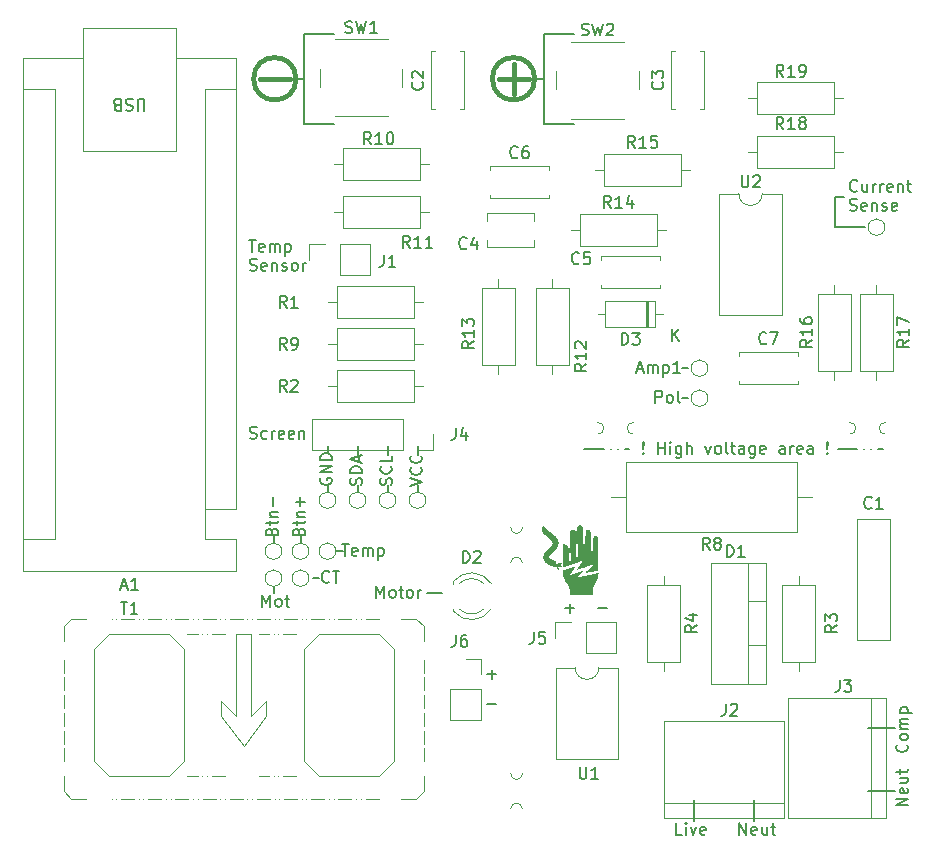
<source format=gbr>
%TF.GenerationSoftware,KiCad,Pcbnew,7.0.10*%
%TF.CreationDate,2024-02-07T09:44:58+01:00*%
%TF.ProjectId,NanoFridgeThermistat-board,4e616e6f-4672-4696-9467-65546865726d,rev?*%
%TF.SameCoordinates,Original*%
%TF.FileFunction,Legend,Top*%
%TF.FilePolarity,Positive*%
%FSLAX46Y46*%
G04 Gerber Fmt 4.6, Leading zero omitted, Abs format (unit mm)*
G04 Created by KiCad (PCBNEW 7.0.10) date 2024-02-07 09:44:58*
%MOMM*%
%LPD*%
G01*
G04 APERTURE LIST*
%ADD10C,0.150000*%
%ADD11C,0.400000*%
%ADD12C,0.120000*%
%ADD13C,0.100000*%
G04 APERTURE END LIST*
D10*
X111252000Y-100392000D02*
X111252000Y-99822000D01*
D11*
X124460000Y-64135000D02*
X124460000Y-66675000D01*
D10*
X109412000Y-105410000D02*
X109982000Y-105410000D01*
X130429000Y-96774000D02*
X132079000Y-96774000D01*
X132679000Y-96774000D02*
X132679000Y-96774000D01*
X133279000Y-96774000D02*
X133279000Y-96774000D01*
X133879000Y-96774000D02*
X134239000Y-96774000D01*
X144780000Y-128270000D02*
X144780000Y-126492000D01*
X127000000Y-61595000D02*
X129540000Y-61595000D01*
X156718000Y-125730000D02*
X154432000Y-125730000D01*
X116332000Y-100392000D02*
X116332000Y-99822000D01*
X156718000Y-120396000D02*
X154432000Y-120396000D01*
X104140000Y-104710000D02*
X104140000Y-104140000D01*
X151892000Y-96774000D02*
X153542000Y-96774000D01*
X154142000Y-96774000D02*
X154142000Y-96774000D01*
X154742000Y-96774000D02*
X154742000Y-96774000D01*
X155342000Y-96774000D02*
X155702000Y-96774000D01*
X127000000Y-69215000D02*
X129540000Y-69215000D01*
D11*
X106045000Y-65405000D02*
G75*
G03*
X102452898Y-65405000I-1796051J0D01*
G01*
X102452898Y-65405000D02*
G75*
G03*
X106045000Y-65405000I1796051J0D01*
G01*
D10*
X113792000Y-97282000D02*
X113792000Y-96520000D01*
X106680000Y-65405000D02*
X106680000Y-69215000D01*
X151638000Y-75438000D02*
X152400000Y-75438000D01*
X113792000Y-100392000D02*
X113792000Y-99822000D01*
X106680000Y-69215000D02*
X109220000Y-69215000D01*
D11*
X102978949Y-65405000D02*
X105518949Y-65405000D01*
D10*
X108712000Y-97028000D02*
X108712000Y-96520000D01*
X126256051Y-65405000D02*
X127000000Y-65405000D01*
X106680000Y-65405000D02*
X106680000Y-61595000D01*
X106680000Y-65405000D02*
X106045000Y-65405000D01*
X154178000Y-77978000D02*
X151638000Y-77978000D01*
X116332000Y-97282000D02*
X116332000Y-96520000D01*
X139700000Y-128270000D02*
X139700000Y-126492000D01*
X138684000Y-92456000D02*
X139192000Y-92456000D01*
X106426000Y-104710000D02*
X106426000Y-104140000D01*
X151638000Y-77978000D02*
X151638000Y-75438000D01*
X107442000Y-107696000D02*
X107950000Y-107696000D01*
X127000000Y-65405000D02*
X127000000Y-61595000D01*
X117094000Y-108966000D02*
X118364000Y-108966000D01*
X106680000Y-61595000D02*
X109220000Y-61595000D01*
X138684000Y-89916000D02*
X139192000Y-89916000D01*
X111252000Y-97282000D02*
X111252000Y-96520000D01*
X104140000Y-108396000D02*
X104140000Y-108966000D01*
X108712000Y-100392000D02*
X108712000Y-99822000D01*
D11*
X126256051Y-65405000D02*
G75*
G03*
X122663949Y-65405000I-1796051J0D01*
G01*
X122663949Y-65405000D02*
G75*
G03*
X126256051Y-65405000I1796051J0D01*
G01*
X123190000Y-65405000D02*
X125730000Y-65405000D01*
D10*
X127000000Y-65405000D02*
X127000000Y-69215000D01*
X153562207Y-74872580D02*
X153514588Y-74920200D01*
X153514588Y-74920200D02*
X153371731Y-74967819D01*
X153371731Y-74967819D02*
X153276493Y-74967819D01*
X153276493Y-74967819D02*
X153133636Y-74920200D01*
X153133636Y-74920200D02*
X153038398Y-74824961D01*
X153038398Y-74824961D02*
X152990779Y-74729723D01*
X152990779Y-74729723D02*
X152943160Y-74539247D01*
X152943160Y-74539247D02*
X152943160Y-74396390D01*
X152943160Y-74396390D02*
X152990779Y-74205914D01*
X152990779Y-74205914D02*
X153038398Y-74110676D01*
X153038398Y-74110676D02*
X153133636Y-74015438D01*
X153133636Y-74015438D02*
X153276493Y-73967819D01*
X153276493Y-73967819D02*
X153371731Y-73967819D01*
X153371731Y-73967819D02*
X153514588Y-74015438D01*
X153514588Y-74015438D02*
X153562207Y-74063057D01*
X154419350Y-74301152D02*
X154419350Y-74967819D01*
X153990779Y-74301152D02*
X153990779Y-74824961D01*
X153990779Y-74824961D02*
X154038398Y-74920200D01*
X154038398Y-74920200D02*
X154133636Y-74967819D01*
X154133636Y-74967819D02*
X154276493Y-74967819D01*
X154276493Y-74967819D02*
X154371731Y-74920200D01*
X154371731Y-74920200D02*
X154419350Y-74872580D01*
X154895541Y-74967819D02*
X154895541Y-74301152D01*
X154895541Y-74491628D02*
X154943160Y-74396390D01*
X154943160Y-74396390D02*
X154990779Y-74348771D01*
X154990779Y-74348771D02*
X155086017Y-74301152D01*
X155086017Y-74301152D02*
X155181255Y-74301152D01*
X155514589Y-74967819D02*
X155514589Y-74301152D01*
X155514589Y-74491628D02*
X155562208Y-74396390D01*
X155562208Y-74396390D02*
X155609827Y-74348771D01*
X155609827Y-74348771D02*
X155705065Y-74301152D01*
X155705065Y-74301152D02*
X155800303Y-74301152D01*
X156514589Y-74920200D02*
X156419351Y-74967819D01*
X156419351Y-74967819D02*
X156228875Y-74967819D01*
X156228875Y-74967819D02*
X156133637Y-74920200D01*
X156133637Y-74920200D02*
X156086018Y-74824961D01*
X156086018Y-74824961D02*
X156086018Y-74444009D01*
X156086018Y-74444009D02*
X156133637Y-74348771D01*
X156133637Y-74348771D02*
X156228875Y-74301152D01*
X156228875Y-74301152D02*
X156419351Y-74301152D01*
X156419351Y-74301152D02*
X156514589Y-74348771D01*
X156514589Y-74348771D02*
X156562208Y-74444009D01*
X156562208Y-74444009D02*
X156562208Y-74539247D01*
X156562208Y-74539247D02*
X156086018Y-74634485D01*
X156990780Y-74301152D02*
X156990780Y-74967819D01*
X156990780Y-74396390D02*
X157038399Y-74348771D01*
X157038399Y-74348771D02*
X157133637Y-74301152D01*
X157133637Y-74301152D02*
X157276494Y-74301152D01*
X157276494Y-74301152D02*
X157371732Y-74348771D01*
X157371732Y-74348771D02*
X157419351Y-74444009D01*
X157419351Y-74444009D02*
X157419351Y-74967819D01*
X157752685Y-74301152D02*
X158133637Y-74301152D01*
X157895542Y-73967819D02*
X157895542Y-74824961D01*
X157895542Y-74824961D02*
X157943161Y-74920200D01*
X157943161Y-74920200D02*
X158038399Y-74967819D01*
X158038399Y-74967819D02*
X158133637Y-74967819D01*
X152943160Y-76530200D02*
X153086017Y-76577819D01*
X153086017Y-76577819D02*
X153324112Y-76577819D01*
X153324112Y-76577819D02*
X153419350Y-76530200D01*
X153419350Y-76530200D02*
X153466969Y-76482580D01*
X153466969Y-76482580D02*
X153514588Y-76387342D01*
X153514588Y-76387342D02*
X153514588Y-76292104D01*
X153514588Y-76292104D02*
X153466969Y-76196866D01*
X153466969Y-76196866D02*
X153419350Y-76149247D01*
X153419350Y-76149247D02*
X153324112Y-76101628D01*
X153324112Y-76101628D02*
X153133636Y-76054009D01*
X153133636Y-76054009D02*
X153038398Y-76006390D01*
X153038398Y-76006390D02*
X152990779Y-75958771D01*
X152990779Y-75958771D02*
X152943160Y-75863533D01*
X152943160Y-75863533D02*
X152943160Y-75768295D01*
X152943160Y-75768295D02*
X152990779Y-75673057D01*
X152990779Y-75673057D02*
X153038398Y-75625438D01*
X153038398Y-75625438D02*
X153133636Y-75577819D01*
X153133636Y-75577819D02*
X153371731Y-75577819D01*
X153371731Y-75577819D02*
X153514588Y-75625438D01*
X154324112Y-76530200D02*
X154228874Y-76577819D01*
X154228874Y-76577819D02*
X154038398Y-76577819D01*
X154038398Y-76577819D02*
X153943160Y-76530200D01*
X153943160Y-76530200D02*
X153895541Y-76434961D01*
X153895541Y-76434961D02*
X153895541Y-76054009D01*
X153895541Y-76054009D02*
X153943160Y-75958771D01*
X153943160Y-75958771D02*
X154038398Y-75911152D01*
X154038398Y-75911152D02*
X154228874Y-75911152D01*
X154228874Y-75911152D02*
X154324112Y-75958771D01*
X154324112Y-75958771D02*
X154371731Y-76054009D01*
X154371731Y-76054009D02*
X154371731Y-76149247D01*
X154371731Y-76149247D02*
X153895541Y-76244485D01*
X154800303Y-75911152D02*
X154800303Y-76577819D01*
X154800303Y-76006390D02*
X154847922Y-75958771D01*
X154847922Y-75958771D02*
X154943160Y-75911152D01*
X154943160Y-75911152D02*
X155086017Y-75911152D01*
X155086017Y-75911152D02*
X155181255Y-75958771D01*
X155181255Y-75958771D02*
X155228874Y-76054009D01*
X155228874Y-76054009D02*
X155228874Y-76577819D01*
X155657446Y-76530200D02*
X155752684Y-76577819D01*
X155752684Y-76577819D02*
X155943160Y-76577819D01*
X155943160Y-76577819D02*
X156038398Y-76530200D01*
X156038398Y-76530200D02*
X156086017Y-76434961D01*
X156086017Y-76434961D02*
X156086017Y-76387342D01*
X156086017Y-76387342D02*
X156038398Y-76292104D01*
X156038398Y-76292104D02*
X155943160Y-76244485D01*
X155943160Y-76244485D02*
X155800303Y-76244485D01*
X155800303Y-76244485D02*
X155705065Y-76196866D01*
X155705065Y-76196866D02*
X155657446Y-76101628D01*
X155657446Y-76101628D02*
X155657446Y-76054009D01*
X155657446Y-76054009D02*
X155705065Y-75958771D01*
X155705065Y-75958771D02*
X155800303Y-75911152D01*
X155800303Y-75911152D02*
X155943160Y-75911152D01*
X155943160Y-75911152D02*
X156038398Y-75958771D01*
X156895541Y-76530200D02*
X156800303Y-76577819D01*
X156800303Y-76577819D02*
X156609827Y-76577819D01*
X156609827Y-76577819D02*
X156514589Y-76530200D01*
X156514589Y-76530200D02*
X156466970Y-76434961D01*
X156466970Y-76434961D02*
X156466970Y-76054009D01*
X156466970Y-76054009D02*
X156514589Y-75958771D01*
X156514589Y-75958771D02*
X156609827Y-75911152D01*
X156609827Y-75911152D02*
X156800303Y-75911152D01*
X156800303Y-75911152D02*
X156895541Y-75958771D01*
X156895541Y-75958771D02*
X156943160Y-76054009D01*
X156943160Y-76054009D02*
X156943160Y-76149247D01*
X156943160Y-76149247D02*
X156466970Y-76244485D01*
X122256779Y-115820866D02*
X123018684Y-115820866D01*
X122637731Y-116201819D02*
X122637731Y-115439914D01*
X122256779Y-118360866D02*
X123018684Y-118360866D01*
X157762580Y-121773792D02*
X157810200Y-121821411D01*
X157810200Y-121821411D02*
X157857819Y-121964268D01*
X157857819Y-121964268D02*
X157857819Y-122059506D01*
X157857819Y-122059506D02*
X157810200Y-122202363D01*
X157810200Y-122202363D02*
X157714961Y-122297601D01*
X157714961Y-122297601D02*
X157619723Y-122345220D01*
X157619723Y-122345220D02*
X157429247Y-122392839D01*
X157429247Y-122392839D02*
X157286390Y-122392839D01*
X157286390Y-122392839D02*
X157095914Y-122345220D01*
X157095914Y-122345220D02*
X157000676Y-122297601D01*
X157000676Y-122297601D02*
X156905438Y-122202363D01*
X156905438Y-122202363D02*
X156857819Y-122059506D01*
X156857819Y-122059506D02*
X156857819Y-121964268D01*
X156857819Y-121964268D02*
X156905438Y-121821411D01*
X156905438Y-121821411D02*
X156953057Y-121773792D01*
X157857819Y-121202363D02*
X157810200Y-121297601D01*
X157810200Y-121297601D02*
X157762580Y-121345220D01*
X157762580Y-121345220D02*
X157667342Y-121392839D01*
X157667342Y-121392839D02*
X157381628Y-121392839D01*
X157381628Y-121392839D02*
X157286390Y-121345220D01*
X157286390Y-121345220D02*
X157238771Y-121297601D01*
X157238771Y-121297601D02*
X157191152Y-121202363D01*
X157191152Y-121202363D02*
X157191152Y-121059506D01*
X157191152Y-121059506D02*
X157238771Y-120964268D01*
X157238771Y-120964268D02*
X157286390Y-120916649D01*
X157286390Y-120916649D02*
X157381628Y-120869030D01*
X157381628Y-120869030D02*
X157667342Y-120869030D01*
X157667342Y-120869030D02*
X157762580Y-120916649D01*
X157762580Y-120916649D02*
X157810200Y-120964268D01*
X157810200Y-120964268D02*
X157857819Y-121059506D01*
X157857819Y-121059506D02*
X157857819Y-121202363D01*
X157857819Y-120440458D02*
X157191152Y-120440458D01*
X157286390Y-120440458D02*
X157238771Y-120392839D01*
X157238771Y-120392839D02*
X157191152Y-120297601D01*
X157191152Y-120297601D02*
X157191152Y-120154744D01*
X157191152Y-120154744D02*
X157238771Y-120059506D01*
X157238771Y-120059506D02*
X157334009Y-120011887D01*
X157334009Y-120011887D02*
X157857819Y-120011887D01*
X157334009Y-120011887D02*
X157238771Y-119964268D01*
X157238771Y-119964268D02*
X157191152Y-119869030D01*
X157191152Y-119869030D02*
X157191152Y-119726173D01*
X157191152Y-119726173D02*
X157238771Y-119630934D01*
X157238771Y-119630934D02*
X157334009Y-119583315D01*
X157334009Y-119583315D02*
X157857819Y-119583315D01*
X157191152Y-119107125D02*
X158191152Y-119107125D01*
X157238771Y-119107125D02*
X157191152Y-119011887D01*
X157191152Y-119011887D02*
X157191152Y-118821411D01*
X157191152Y-118821411D02*
X157238771Y-118726173D01*
X157238771Y-118726173D02*
X157286390Y-118678554D01*
X157286390Y-118678554D02*
X157381628Y-118630935D01*
X157381628Y-118630935D02*
X157667342Y-118630935D01*
X157667342Y-118630935D02*
X157762580Y-118678554D01*
X157762580Y-118678554D02*
X157810200Y-118726173D01*
X157810200Y-118726173D02*
X157857819Y-118821411D01*
X157857819Y-118821411D02*
X157857819Y-119011887D01*
X157857819Y-119011887D02*
X157810200Y-119107125D01*
X115709819Y-99882077D02*
X116709819Y-99548744D01*
X116709819Y-99548744D02*
X115709819Y-99215411D01*
X116614580Y-98310649D02*
X116662200Y-98358268D01*
X116662200Y-98358268D02*
X116709819Y-98501125D01*
X116709819Y-98501125D02*
X116709819Y-98596363D01*
X116709819Y-98596363D02*
X116662200Y-98739220D01*
X116662200Y-98739220D02*
X116566961Y-98834458D01*
X116566961Y-98834458D02*
X116471723Y-98882077D01*
X116471723Y-98882077D02*
X116281247Y-98929696D01*
X116281247Y-98929696D02*
X116138390Y-98929696D01*
X116138390Y-98929696D02*
X115947914Y-98882077D01*
X115947914Y-98882077D02*
X115852676Y-98834458D01*
X115852676Y-98834458D02*
X115757438Y-98739220D01*
X115757438Y-98739220D02*
X115709819Y-98596363D01*
X115709819Y-98596363D02*
X115709819Y-98501125D01*
X115709819Y-98501125D02*
X115757438Y-98358268D01*
X115757438Y-98358268D02*
X115805057Y-98310649D01*
X116614580Y-97310649D02*
X116662200Y-97358268D01*
X116662200Y-97358268D02*
X116709819Y-97501125D01*
X116709819Y-97501125D02*
X116709819Y-97596363D01*
X116709819Y-97596363D02*
X116662200Y-97739220D01*
X116662200Y-97739220D02*
X116566961Y-97834458D01*
X116566961Y-97834458D02*
X116471723Y-97882077D01*
X116471723Y-97882077D02*
X116281247Y-97929696D01*
X116281247Y-97929696D02*
X116138390Y-97929696D01*
X116138390Y-97929696D02*
X115947914Y-97882077D01*
X115947914Y-97882077D02*
X115852676Y-97834458D01*
X115852676Y-97834458D02*
X115757438Y-97739220D01*
X115757438Y-97739220D02*
X115709819Y-97596363D01*
X115709819Y-97596363D02*
X115709819Y-97501125D01*
X115709819Y-97501125D02*
X115757438Y-97358268D01*
X115757438Y-97358268D02*
X115805057Y-97310649D01*
X108137438Y-99215411D02*
X108089819Y-99310649D01*
X108089819Y-99310649D02*
X108089819Y-99453506D01*
X108089819Y-99453506D02*
X108137438Y-99596363D01*
X108137438Y-99596363D02*
X108232676Y-99691601D01*
X108232676Y-99691601D02*
X108327914Y-99739220D01*
X108327914Y-99739220D02*
X108518390Y-99786839D01*
X108518390Y-99786839D02*
X108661247Y-99786839D01*
X108661247Y-99786839D02*
X108851723Y-99739220D01*
X108851723Y-99739220D02*
X108946961Y-99691601D01*
X108946961Y-99691601D02*
X109042200Y-99596363D01*
X109042200Y-99596363D02*
X109089819Y-99453506D01*
X109089819Y-99453506D02*
X109089819Y-99358268D01*
X109089819Y-99358268D02*
X109042200Y-99215411D01*
X109042200Y-99215411D02*
X108994580Y-99167792D01*
X108994580Y-99167792D02*
X108661247Y-99167792D01*
X108661247Y-99167792D02*
X108661247Y-99358268D01*
X109089819Y-98739220D02*
X108089819Y-98739220D01*
X108089819Y-98739220D02*
X109089819Y-98167792D01*
X109089819Y-98167792D02*
X108089819Y-98167792D01*
X109089819Y-97691601D02*
X108089819Y-97691601D01*
X108089819Y-97691601D02*
X108089819Y-97453506D01*
X108089819Y-97453506D02*
X108137438Y-97310649D01*
X108137438Y-97310649D02*
X108232676Y-97215411D01*
X108232676Y-97215411D02*
X108327914Y-97167792D01*
X108327914Y-97167792D02*
X108518390Y-97120173D01*
X108518390Y-97120173D02*
X108661247Y-97120173D01*
X108661247Y-97120173D02*
X108851723Y-97167792D01*
X108851723Y-97167792D02*
X108946961Y-97215411D01*
X108946961Y-97215411D02*
X109042200Y-97310649D01*
X109042200Y-97310649D02*
X109089819Y-97453506D01*
X109089819Y-97453506D02*
X109089819Y-97691601D01*
X109921922Y-104787819D02*
X110493350Y-104787819D01*
X110207636Y-105787819D02*
X110207636Y-104787819D01*
X111207636Y-105740200D02*
X111112398Y-105787819D01*
X111112398Y-105787819D02*
X110921922Y-105787819D01*
X110921922Y-105787819D02*
X110826684Y-105740200D01*
X110826684Y-105740200D02*
X110779065Y-105644961D01*
X110779065Y-105644961D02*
X110779065Y-105264009D01*
X110779065Y-105264009D02*
X110826684Y-105168771D01*
X110826684Y-105168771D02*
X110921922Y-105121152D01*
X110921922Y-105121152D02*
X111112398Y-105121152D01*
X111112398Y-105121152D02*
X111207636Y-105168771D01*
X111207636Y-105168771D02*
X111255255Y-105264009D01*
X111255255Y-105264009D02*
X111255255Y-105359247D01*
X111255255Y-105359247D02*
X110779065Y-105454485D01*
X111683827Y-105787819D02*
X111683827Y-105121152D01*
X111683827Y-105216390D02*
X111731446Y-105168771D01*
X111731446Y-105168771D02*
X111826684Y-105121152D01*
X111826684Y-105121152D02*
X111969541Y-105121152D01*
X111969541Y-105121152D02*
X112064779Y-105168771D01*
X112064779Y-105168771D02*
X112112398Y-105264009D01*
X112112398Y-105264009D02*
X112112398Y-105787819D01*
X112112398Y-105264009D02*
X112160017Y-105168771D01*
X112160017Y-105168771D02*
X112255255Y-105121152D01*
X112255255Y-105121152D02*
X112398112Y-105121152D01*
X112398112Y-105121152D02*
X112493351Y-105168771D01*
X112493351Y-105168771D02*
X112540970Y-105264009D01*
X112540970Y-105264009D02*
X112540970Y-105787819D01*
X113017160Y-105121152D02*
X113017160Y-106121152D01*
X113017160Y-105168771D02*
X113112398Y-105121152D01*
X113112398Y-105121152D02*
X113302874Y-105121152D01*
X113302874Y-105121152D02*
X113398112Y-105168771D01*
X113398112Y-105168771D02*
X113445731Y-105216390D01*
X113445731Y-105216390D02*
X113493350Y-105311628D01*
X113493350Y-105311628D02*
X113493350Y-105597342D01*
X113493350Y-105597342D02*
X113445731Y-105692580D01*
X113445731Y-105692580D02*
X113398112Y-105740200D01*
X113398112Y-105740200D02*
X113302874Y-105787819D01*
X113302874Y-105787819D02*
X113112398Y-105787819D01*
X113112398Y-105787819D02*
X113017160Y-105740200D01*
X157857819Y-126917220D02*
X156857819Y-126917220D01*
X156857819Y-126917220D02*
X157857819Y-126345792D01*
X157857819Y-126345792D02*
X156857819Y-126345792D01*
X157810200Y-125488649D02*
X157857819Y-125583887D01*
X157857819Y-125583887D02*
X157857819Y-125774363D01*
X157857819Y-125774363D02*
X157810200Y-125869601D01*
X157810200Y-125869601D02*
X157714961Y-125917220D01*
X157714961Y-125917220D02*
X157334009Y-125917220D01*
X157334009Y-125917220D02*
X157238771Y-125869601D01*
X157238771Y-125869601D02*
X157191152Y-125774363D01*
X157191152Y-125774363D02*
X157191152Y-125583887D01*
X157191152Y-125583887D02*
X157238771Y-125488649D01*
X157238771Y-125488649D02*
X157334009Y-125441030D01*
X157334009Y-125441030D02*
X157429247Y-125441030D01*
X157429247Y-125441030D02*
X157524485Y-125917220D01*
X157191152Y-124583887D02*
X157857819Y-124583887D01*
X157191152Y-125012458D02*
X157714961Y-125012458D01*
X157714961Y-125012458D02*
X157810200Y-124964839D01*
X157810200Y-124964839D02*
X157857819Y-124869601D01*
X157857819Y-124869601D02*
X157857819Y-124726744D01*
X157857819Y-124726744D02*
X157810200Y-124631506D01*
X157810200Y-124631506D02*
X157762580Y-124583887D01*
X157191152Y-124250553D02*
X157191152Y-123869601D01*
X156857819Y-124107696D02*
X157714961Y-124107696D01*
X157714961Y-124107696D02*
X157810200Y-124060077D01*
X157810200Y-124060077D02*
X157857819Y-123964839D01*
X157857819Y-123964839D02*
X157857819Y-123869601D01*
X135464779Y-97056580D02*
X135512398Y-97104200D01*
X135512398Y-97104200D02*
X135464779Y-97151819D01*
X135464779Y-97151819D02*
X135417160Y-97104200D01*
X135417160Y-97104200D02*
X135464779Y-97056580D01*
X135464779Y-97056580D02*
X135464779Y-97151819D01*
X135464779Y-96770866D02*
X135417160Y-96199438D01*
X135417160Y-96199438D02*
X135464779Y-96151819D01*
X135464779Y-96151819D02*
X135512398Y-96199438D01*
X135512398Y-96199438D02*
X135464779Y-96770866D01*
X135464779Y-96770866D02*
X135464779Y-96151819D01*
X136702874Y-97151819D02*
X136702874Y-96151819D01*
X136702874Y-96628009D02*
X137274302Y-96628009D01*
X137274302Y-97151819D02*
X137274302Y-96151819D01*
X137750493Y-97151819D02*
X137750493Y-96485152D01*
X137750493Y-96151819D02*
X137702874Y-96199438D01*
X137702874Y-96199438D02*
X137750493Y-96247057D01*
X137750493Y-96247057D02*
X137798112Y-96199438D01*
X137798112Y-96199438D02*
X137750493Y-96151819D01*
X137750493Y-96151819D02*
X137750493Y-96247057D01*
X138655254Y-96485152D02*
X138655254Y-97294676D01*
X138655254Y-97294676D02*
X138607635Y-97389914D01*
X138607635Y-97389914D02*
X138560016Y-97437533D01*
X138560016Y-97437533D02*
X138464778Y-97485152D01*
X138464778Y-97485152D02*
X138321921Y-97485152D01*
X138321921Y-97485152D02*
X138226683Y-97437533D01*
X138655254Y-97104200D02*
X138560016Y-97151819D01*
X138560016Y-97151819D02*
X138369540Y-97151819D01*
X138369540Y-97151819D02*
X138274302Y-97104200D01*
X138274302Y-97104200D02*
X138226683Y-97056580D01*
X138226683Y-97056580D02*
X138179064Y-96961342D01*
X138179064Y-96961342D02*
X138179064Y-96675628D01*
X138179064Y-96675628D02*
X138226683Y-96580390D01*
X138226683Y-96580390D02*
X138274302Y-96532771D01*
X138274302Y-96532771D02*
X138369540Y-96485152D01*
X138369540Y-96485152D02*
X138560016Y-96485152D01*
X138560016Y-96485152D02*
X138655254Y-96532771D01*
X139131445Y-97151819D02*
X139131445Y-96151819D01*
X139560016Y-97151819D02*
X139560016Y-96628009D01*
X139560016Y-96628009D02*
X139512397Y-96532771D01*
X139512397Y-96532771D02*
X139417159Y-96485152D01*
X139417159Y-96485152D02*
X139274302Y-96485152D01*
X139274302Y-96485152D02*
X139179064Y-96532771D01*
X139179064Y-96532771D02*
X139131445Y-96580390D01*
X140702874Y-96485152D02*
X140940969Y-97151819D01*
X140940969Y-97151819D02*
X141179064Y-96485152D01*
X141702874Y-97151819D02*
X141607636Y-97104200D01*
X141607636Y-97104200D02*
X141560017Y-97056580D01*
X141560017Y-97056580D02*
X141512398Y-96961342D01*
X141512398Y-96961342D02*
X141512398Y-96675628D01*
X141512398Y-96675628D02*
X141560017Y-96580390D01*
X141560017Y-96580390D02*
X141607636Y-96532771D01*
X141607636Y-96532771D02*
X141702874Y-96485152D01*
X141702874Y-96485152D02*
X141845731Y-96485152D01*
X141845731Y-96485152D02*
X141940969Y-96532771D01*
X141940969Y-96532771D02*
X141988588Y-96580390D01*
X141988588Y-96580390D02*
X142036207Y-96675628D01*
X142036207Y-96675628D02*
X142036207Y-96961342D01*
X142036207Y-96961342D02*
X141988588Y-97056580D01*
X141988588Y-97056580D02*
X141940969Y-97104200D01*
X141940969Y-97104200D02*
X141845731Y-97151819D01*
X141845731Y-97151819D02*
X141702874Y-97151819D01*
X142607636Y-97151819D02*
X142512398Y-97104200D01*
X142512398Y-97104200D02*
X142464779Y-97008961D01*
X142464779Y-97008961D02*
X142464779Y-96151819D01*
X142845732Y-96485152D02*
X143226684Y-96485152D01*
X142988589Y-96151819D02*
X142988589Y-97008961D01*
X142988589Y-97008961D02*
X143036208Y-97104200D01*
X143036208Y-97104200D02*
X143131446Y-97151819D01*
X143131446Y-97151819D02*
X143226684Y-97151819D01*
X143988589Y-97151819D02*
X143988589Y-96628009D01*
X143988589Y-96628009D02*
X143940970Y-96532771D01*
X143940970Y-96532771D02*
X143845732Y-96485152D01*
X143845732Y-96485152D02*
X143655256Y-96485152D01*
X143655256Y-96485152D02*
X143560018Y-96532771D01*
X143988589Y-97104200D02*
X143893351Y-97151819D01*
X143893351Y-97151819D02*
X143655256Y-97151819D01*
X143655256Y-97151819D02*
X143560018Y-97104200D01*
X143560018Y-97104200D02*
X143512399Y-97008961D01*
X143512399Y-97008961D02*
X143512399Y-96913723D01*
X143512399Y-96913723D02*
X143560018Y-96818485D01*
X143560018Y-96818485D02*
X143655256Y-96770866D01*
X143655256Y-96770866D02*
X143893351Y-96770866D01*
X143893351Y-96770866D02*
X143988589Y-96723247D01*
X144893351Y-96485152D02*
X144893351Y-97294676D01*
X144893351Y-97294676D02*
X144845732Y-97389914D01*
X144845732Y-97389914D02*
X144798113Y-97437533D01*
X144798113Y-97437533D02*
X144702875Y-97485152D01*
X144702875Y-97485152D02*
X144560018Y-97485152D01*
X144560018Y-97485152D02*
X144464780Y-97437533D01*
X144893351Y-97104200D02*
X144798113Y-97151819D01*
X144798113Y-97151819D02*
X144607637Y-97151819D01*
X144607637Y-97151819D02*
X144512399Y-97104200D01*
X144512399Y-97104200D02*
X144464780Y-97056580D01*
X144464780Y-97056580D02*
X144417161Y-96961342D01*
X144417161Y-96961342D02*
X144417161Y-96675628D01*
X144417161Y-96675628D02*
X144464780Y-96580390D01*
X144464780Y-96580390D02*
X144512399Y-96532771D01*
X144512399Y-96532771D02*
X144607637Y-96485152D01*
X144607637Y-96485152D02*
X144798113Y-96485152D01*
X144798113Y-96485152D02*
X144893351Y-96532771D01*
X145750494Y-97104200D02*
X145655256Y-97151819D01*
X145655256Y-97151819D02*
X145464780Y-97151819D01*
X145464780Y-97151819D02*
X145369542Y-97104200D01*
X145369542Y-97104200D02*
X145321923Y-97008961D01*
X145321923Y-97008961D02*
X145321923Y-96628009D01*
X145321923Y-96628009D02*
X145369542Y-96532771D01*
X145369542Y-96532771D02*
X145464780Y-96485152D01*
X145464780Y-96485152D02*
X145655256Y-96485152D01*
X145655256Y-96485152D02*
X145750494Y-96532771D01*
X145750494Y-96532771D02*
X145798113Y-96628009D01*
X145798113Y-96628009D02*
X145798113Y-96723247D01*
X145798113Y-96723247D02*
X145321923Y-96818485D01*
X147417161Y-97151819D02*
X147417161Y-96628009D01*
X147417161Y-96628009D02*
X147369542Y-96532771D01*
X147369542Y-96532771D02*
X147274304Y-96485152D01*
X147274304Y-96485152D02*
X147083828Y-96485152D01*
X147083828Y-96485152D02*
X146988590Y-96532771D01*
X147417161Y-97104200D02*
X147321923Y-97151819D01*
X147321923Y-97151819D02*
X147083828Y-97151819D01*
X147083828Y-97151819D02*
X146988590Y-97104200D01*
X146988590Y-97104200D02*
X146940971Y-97008961D01*
X146940971Y-97008961D02*
X146940971Y-96913723D01*
X146940971Y-96913723D02*
X146988590Y-96818485D01*
X146988590Y-96818485D02*
X147083828Y-96770866D01*
X147083828Y-96770866D02*
X147321923Y-96770866D01*
X147321923Y-96770866D02*
X147417161Y-96723247D01*
X147893352Y-97151819D02*
X147893352Y-96485152D01*
X147893352Y-96675628D02*
X147940971Y-96580390D01*
X147940971Y-96580390D02*
X147988590Y-96532771D01*
X147988590Y-96532771D02*
X148083828Y-96485152D01*
X148083828Y-96485152D02*
X148179066Y-96485152D01*
X148893352Y-97104200D02*
X148798114Y-97151819D01*
X148798114Y-97151819D02*
X148607638Y-97151819D01*
X148607638Y-97151819D02*
X148512400Y-97104200D01*
X148512400Y-97104200D02*
X148464781Y-97008961D01*
X148464781Y-97008961D02*
X148464781Y-96628009D01*
X148464781Y-96628009D02*
X148512400Y-96532771D01*
X148512400Y-96532771D02*
X148607638Y-96485152D01*
X148607638Y-96485152D02*
X148798114Y-96485152D01*
X148798114Y-96485152D02*
X148893352Y-96532771D01*
X148893352Y-96532771D02*
X148940971Y-96628009D01*
X148940971Y-96628009D02*
X148940971Y-96723247D01*
X148940971Y-96723247D02*
X148464781Y-96818485D01*
X149798114Y-97151819D02*
X149798114Y-96628009D01*
X149798114Y-96628009D02*
X149750495Y-96532771D01*
X149750495Y-96532771D02*
X149655257Y-96485152D01*
X149655257Y-96485152D02*
X149464781Y-96485152D01*
X149464781Y-96485152D02*
X149369543Y-96532771D01*
X149798114Y-97104200D02*
X149702876Y-97151819D01*
X149702876Y-97151819D02*
X149464781Y-97151819D01*
X149464781Y-97151819D02*
X149369543Y-97104200D01*
X149369543Y-97104200D02*
X149321924Y-97008961D01*
X149321924Y-97008961D02*
X149321924Y-96913723D01*
X149321924Y-96913723D02*
X149369543Y-96818485D01*
X149369543Y-96818485D02*
X149464781Y-96770866D01*
X149464781Y-96770866D02*
X149702876Y-96770866D01*
X149702876Y-96770866D02*
X149798114Y-96723247D01*
X151036210Y-97056580D02*
X151083829Y-97104200D01*
X151083829Y-97104200D02*
X151036210Y-97151819D01*
X151036210Y-97151819D02*
X150988591Y-97104200D01*
X150988591Y-97104200D02*
X151036210Y-97056580D01*
X151036210Y-97056580D02*
X151036210Y-97151819D01*
X151036210Y-96770866D02*
X150988591Y-96199438D01*
X150988591Y-96199438D02*
X151036210Y-96151819D01*
X151036210Y-96151819D02*
X151083829Y-96199438D01*
X151083829Y-96199438D02*
X151036210Y-96770866D01*
X151036210Y-96770866D02*
X151036210Y-96151819D01*
X112858779Y-109343819D02*
X112858779Y-108343819D01*
X112858779Y-108343819D02*
X113192112Y-109058104D01*
X113192112Y-109058104D02*
X113525445Y-108343819D01*
X113525445Y-108343819D02*
X113525445Y-109343819D01*
X114144493Y-109343819D02*
X114049255Y-109296200D01*
X114049255Y-109296200D02*
X114001636Y-109248580D01*
X114001636Y-109248580D02*
X113954017Y-109153342D01*
X113954017Y-109153342D02*
X113954017Y-108867628D01*
X113954017Y-108867628D02*
X114001636Y-108772390D01*
X114001636Y-108772390D02*
X114049255Y-108724771D01*
X114049255Y-108724771D02*
X114144493Y-108677152D01*
X114144493Y-108677152D02*
X114287350Y-108677152D01*
X114287350Y-108677152D02*
X114382588Y-108724771D01*
X114382588Y-108724771D02*
X114430207Y-108772390D01*
X114430207Y-108772390D02*
X114477826Y-108867628D01*
X114477826Y-108867628D02*
X114477826Y-109153342D01*
X114477826Y-109153342D02*
X114430207Y-109248580D01*
X114430207Y-109248580D02*
X114382588Y-109296200D01*
X114382588Y-109296200D02*
X114287350Y-109343819D01*
X114287350Y-109343819D02*
X114144493Y-109343819D01*
X114763541Y-108677152D02*
X115144493Y-108677152D01*
X114906398Y-108343819D02*
X114906398Y-109200961D01*
X114906398Y-109200961D02*
X114954017Y-109296200D01*
X114954017Y-109296200D02*
X115049255Y-109343819D01*
X115049255Y-109343819D02*
X115144493Y-109343819D01*
X115620684Y-109343819D02*
X115525446Y-109296200D01*
X115525446Y-109296200D02*
X115477827Y-109248580D01*
X115477827Y-109248580D02*
X115430208Y-109153342D01*
X115430208Y-109153342D02*
X115430208Y-108867628D01*
X115430208Y-108867628D02*
X115477827Y-108772390D01*
X115477827Y-108772390D02*
X115525446Y-108724771D01*
X115525446Y-108724771D02*
X115620684Y-108677152D01*
X115620684Y-108677152D02*
X115763541Y-108677152D01*
X115763541Y-108677152D02*
X115858779Y-108724771D01*
X115858779Y-108724771D02*
X115906398Y-108772390D01*
X115906398Y-108772390D02*
X115954017Y-108867628D01*
X115954017Y-108867628D02*
X115954017Y-109153342D01*
X115954017Y-109153342D02*
X115906398Y-109248580D01*
X115906398Y-109248580D02*
X115858779Y-109296200D01*
X115858779Y-109296200D02*
X115763541Y-109343819D01*
X115763541Y-109343819D02*
X115620684Y-109343819D01*
X116382589Y-109343819D02*
X116382589Y-108677152D01*
X116382589Y-108867628D02*
X116430208Y-108772390D01*
X116430208Y-108772390D02*
X116477827Y-108724771D01*
X116477827Y-108724771D02*
X116573065Y-108677152D01*
X116573065Y-108677152D02*
X116668303Y-108677152D01*
X143592779Y-129409819D02*
X143592779Y-128409819D01*
X143592779Y-128409819D02*
X144164207Y-129409819D01*
X144164207Y-129409819D02*
X144164207Y-128409819D01*
X145021350Y-129362200D02*
X144926112Y-129409819D01*
X144926112Y-129409819D02*
X144735636Y-129409819D01*
X144735636Y-129409819D02*
X144640398Y-129362200D01*
X144640398Y-129362200D02*
X144592779Y-129266961D01*
X144592779Y-129266961D02*
X144592779Y-128886009D01*
X144592779Y-128886009D02*
X144640398Y-128790771D01*
X144640398Y-128790771D02*
X144735636Y-128743152D01*
X144735636Y-128743152D02*
X144926112Y-128743152D01*
X144926112Y-128743152D02*
X145021350Y-128790771D01*
X145021350Y-128790771D02*
X145068969Y-128886009D01*
X145068969Y-128886009D02*
X145068969Y-128981247D01*
X145068969Y-128981247D02*
X144592779Y-129076485D01*
X145926112Y-128743152D02*
X145926112Y-129409819D01*
X145497541Y-128743152D02*
X145497541Y-129266961D01*
X145497541Y-129266961D02*
X145545160Y-129362200D01*
X145545160Y-129362200D02*
X145640398Y-129409819D01*
X145640398Y-129409819D02*
X145783255Y-129409819D01*
X145783255Y-129409819D02*
X145878493Y-129362200D01*
X145878493Y-129362200D02*
X145926112Y-129314580D01*
X146259446Y-128743152D02*
X146640398Y-128743152D01*
X146402303Y-128409819D02*
X146402303Y-129266961D01*
X146402303Y-129266961D02*
X146449922Y-129362200D01*
X146449922Y-129362200D02*
X146545160Y-129409819D01*
X146545160Y-129409819D02*
X146640398Y-129409819D01*
X114122200Y-99786839D02*
X114169819Y-99643982D01*
X114169819Y-99643982D02*
X114169819Y-99405887D01*
X114169819Y-99405887D02*
X114122200Y-99310649D01*
X114122200Y-99310649D02*
X114074580Y-99263030D01*
X114074580Y-99263030D02*
X113979342Y-99215411D01*
X113979342Y-99215411D02*
X113884104Y-99215411D01*
X113884104Y-99215411D02*
X113788866Y-99263030D01*
X113788866Y-99263030D02*
X113741247Y-99310649D01*
X113741247Y-99310649D02*
X113693628Y-99405887D01*
X113693628Y-99405887D02*
X113646009Y-99596363D01*
X113646009Y-99596363D02*
X113598390Y-99691601D01*
X113598390Y-99691601D02*
X113550771Y-99739220D01*
X113550771Y-99739220D02*
X113455533Y-99786839D01*
X113455533Y-99786839D02*
X113360295Y-99786839D01*
X113360295Y-99786839D02*
X113265057Y-99739220D01*
X113265057Y-99739220D02*
X113217438Y-99691601D01*
X113217438Y-99691601D02*
X113169819Y-99596363D01*
X113169819Y-99596363D02*
X113169819Y-99358268D01*
X113169819Y-99358268D02*
X113217438Y-99215411D01*
X114074580Y-98215411D02*
X114122200Y-98263030D01*
X114122200Y-98263030D02*
X114169819Y-98405887D01*
X114169819Y-98405887D02*
X114169819Y-98501125D01*
X114169819Y-98501125D02*
X114122200Y-98643982D01*
X114122200Y-98643982D02*
X114026961Y-98739220D01*
X114026961Y-98739220D02*
X113931723Y-98786839D01*
X113931723Y-98786839D02*
X113741247Y-98834458D01*
X113741247Y-98834458D02*
X113598390Y-98834458D01*
X113598390Y-98834458D02*
X113407914Y-98786839D01*
X113407914Y-98786839D02*
X113312676Y-98739220D01*
X113312676Y-98739220D02*
X113217438Y-98643982D01*
X113217438Y-98643982D02*
X113169819Y-98501125D01*
X113169819Y-98501125D02*
X113169819Y-98405887D01*
X113169819Y-98405887D02*
X113217438Y-98263030D01*
X113217438Y-98263030D02*
X113265057Y-98215411D01*
X114169819Y-97310649D02*
X114169819Y-97786839D01*
X114169819Y-97786839D02*
X113169819Y-97786839D01*
X106280009Y-103723887D02*
X106327628Y-103581030D01*
X106327628Y-103581030D02*
X106375247Y-103533411D01*
X106375247Y-103533411D02*
X106470485Y-103485792D01*
X106470485Y-103485792D02*
X106613342Y-103485792D01*
X106613342Y-103485792D02*
X106708580Y-103533411D01*
X106708580Y-103533411D02*
X106756200Y-103581030D01*
X106756200Y-103581030D02*
X106803819Y-103676268D01*
X106803819Y-103676268D02*
X106803819Y-104057220D01*
X106803819Y-104057220D02*
X105803819Y-104057220D01*
X105803819Y-104057220D02*
X105803819Y-103723887D01*
X105803819Y-103723887D02*
X105851438Y-103628649D01*
X105851438Y-103628649D02*
X105899057Y-103581030D01*
X105899057Y-103581030D02*
X105994295Y-103533411D01*
X105994295Y-103533411D02*
X106089533Y-103533411D01*
X106089533Y-103533411D02*
X106184771Y-103581030D01*
X106184771Y-103581030D02*
X106232390Y-103628649D01*
X106232390Y-103628649D02*
X106280009Y-103723887D01*
X106280009Y-103723887D02*
X106280009Y-104057220D01*
X106137152Y-103200077D02*
X106137152Y-102819125D01*
X105803819Y-103057220D02*
X106660961Y-103057220D01*
X106660961Y-103057220D02*
X106756200Y-103009601D01*
X106756200Y-103009601D02*
X106803819Y-102914363D01*
X106803819Y-102914363D02*
X106803819Y-102819125D01*
X106137152Y-102485791D02*
X106803819Y-102485791D01*
X106232390Y-102485791D02*
X106184771Y-102438172D01*
X106184771Y-102438172D02*
X106137152Y-102342934D01*
X106137152Y-102342934D02*
X106137152Y-102200077D01*
X106137152Y-102200077D02*
X106184771Y-102104839D01*
X106184771Y-102104839D02*
X106280009Y-102057220D01*
X106280009Y-102057220D02*
X106803819Y-102057220D01*
X106422866Y-101581029D02*
X106422866Y-100819125D01*
X106803819Y-101200077D02*
X106041914Y-101200077D01*
X136480779Y-92833819D02*
X136480779Y-91833819D01*
X136480779Y-91833819D02*
X136861731Y-91833819D01*
X136861731Y-91833819D02*
X136956969Y-91881438D01*
X136956969Y-91881438D02*
X137004588Y-91929057D01*
X137004588Y-91929057D02*
X137052207Y-92024295D01*
X137052207Y-92024295D02*
X137052207Y-92167152D01*
X137052207Y-92167152D02*
X137004588Y-92262390D01*
X137004588Y-92262390D02*
X136956969Y-92310009D01*
X136956969Y-92310009D02*
X136861731Y-92357628D01*
X136861731Y-92357628D02*
X136480779Y-92357628D01*
X137623636Y-92833819D02*
X137528398Y-92786200D01*
X137528398Y-92786200D02*
X137480779Y-92738580D01*
X137480779Y-92738580D02*
X137433160Y-92643342D01*
X137433160Y-92643342D02*
X137433160Y-92357628D01*
X137433160Y-92357628D02*
X137480779Y-92262390D01*
X137480779Y-92262390D02*
X137528398Y-92214771D01*
X137528398Y-92214771D02*
X137623636Y-92167152D01*
X137623636Y-92167152D02*
X137766493Y-92167152D01*
X137766493Y-92167152D02*
X137861731Y-92214771D01*
X137861731Y-92214771D02*
X137909350Y-92262390D01*
X137909350Y-92262390D02*
X137956969Y-92357628D01*
X137956969Y-92357628D02*
X137956969Y-92643342D01*
X137956969Y-92643342D02*
X137909350Y-92738580D01*
X137909350Y-92738580D02*
X137861731Y-92786200D01*
X137861731Y-92786200D02*
X137766493Y-92833819D01*
X137766493Y-92833819D02*
X137623636Y-92833819D01*
X138528398Y-92833819D02*
X138433160Y-92786200D01*
X138433160Y-92786200D02*
X138385541Y-92690961D01*
X138385541Y-92690961D02*
X138385541Y-91833819D01*
X128860779Y-110232866D02*
X129622684Y-110232866D01*
X129241731Y-110613819D02*
X129241731Y-109851914D01*
X108858207Y-107978580D02*
X108810588Y-108026200D01*
X108810588Y-108026200D02*
X108667731Y-108073819D01*
X108667731Y-108073819D02*
X108572493Y-108073819D01*
X108572493Y-108073819D02*
X108429636Y-108026200D01*
X108429636Y-108026200D02*
X108334398Y-107930961D01*
X108334398Y-107930961D02*
X108286779Y-107835723D01*
X108286779Y-107835723D02*
X108239160Y-107645247D01*
X108239160Y-107645247D02*
X108239160Y-107502390D01*
X108239160Y-107502390D02*
X108286779Y-107311914D01*
X108286779Y-107311914D02*
X108334398Y-107216676D01*
X108334398Y-107216676D02*
X108429636Y-107121438D01*
X108429636Y-107121438D02*
X108572493Y-107073819D01*
X108572493Y-107073819D02*
X108667731Y-107073819D01*
X108667731Y-107073819D02*
X108810588Y-107121438D01*
X108810588Y-107121438D02*
X108858207Y-107169057D01*
X109143922Y-107073819D02*
X109715350Y-107073819D01*
X109429636Y-108073819D02*
X109429636Y-107073819D01*
X138734969Y-129409819D02*
X138258779Y-129409819D01*
X138258779Y-129409819D02*
X138258779Y-128409819D01*
X139068303Y-129409819D02*
X139068303Y-128743152D01*
X139068303Y-128409819D02*
X139020684Y-128457438D01*
X139020684Y-128457438D02*
X139068303Y-128505057D01*
X139068303Y-128505057D02*
X139115922Y-128457438D01*
X139115922Y-128457438D02*
X139068303Y-128409819D01*
X139068303Y-128409819D02*
X139068303Y-128505057D01*
X139449255Y-128743152D02*
X139687350Y-129409819D01*
X139687350Y-129409819D02*
X139925445Y-128743152D01*
X140687350Y-129362200D02*
X140592112Y-129409819D01*
X140592112Y-129409819D02*
X140401636Y-129409819D01*
X140401636Y-129409819D02*
X140306398Y-129362200D01*
X140306398Y-129362200D02*
X140258779Y-129266961D01*
X140258779Y-129266961D02*
X140258779Y-128886009D01*
X140258779Y-128886009D02*
X140306398Y-128790771D01*
X140306398Y-128790771D02*
X140401636Y-128743152D01*
X140401636Y-128743152D02*
X140592112Y-128743152D01*
X140592112Y-128743152D02*
X140687350Y-128790771D01*
X140687350Y-128790771D02*
X140734969Y-128886009D01*
X140734969Y-128886009D02*
X140734969Y-128981247D01*
X140734969Y-128981247D02*
X140258779Y-129076485D01*
X131654779Y-110232866D02*
X132416684Y-110232866D01*
X102047922Y-79047819D02*
X102619350Y-79047819D01*
X102333636Y-80047819D02*
X102333636Y-79047819D01*
X103333636Y-80000200D02*
X103238398Y-80047819D01*
X103238398Y-80047819D02*
X103047922Y-80047819D01*
X103047922Y-80047819D02*
X102952684Y-80000200D01*
X102952684Y-80000200D02*
X102905065Y-79904961D01*
X102905065Y-79904961D02*
X102905065Y-79524009D01*
X102905065Y-79524009D02*
X102952684Y-79428771D01*
X102952684Y-79428771D02*
X103047922Y-79381152D01*
X103047922Y-79381152D02*
X103238398Y-79381152D01*
X103238398Y-79381152D02*
X103333636Y-79428771D01*
X103333636Y-79428771D02*
X103381255Y-79524009D01*
X103381255Y-79524009D02*
X103381255Y-79619247D01*
X103381255Y-79619247D02*
X102905065Y-79714485D01*
X103809827Y-80047819D02*
X103809827Y-79381152D01*
X103809827Y-79476390D02*
X103857446Y-79428771D01*
X103857446Y-79428771D02*
X103952684Y-79381152D01*
X103952684Y-79381152D02*
X104095541Y-79381152D01*
X104095541Y-79381152D02*
X104190779Y-79428771D01*
X104190779Y-79428771D02*
X104238398Y-79524009D01*
X104238398Y-79524009D02*
X104238398Y-80047819D01*
X104238398Y-79524009D02*
X104286017Y-79428771D01*
X104286017Y-79428771D02*
X104381255Y-79381152D01*
X104381255Y-79381152D02*
X104524112Y-79381152D01*
X104524112Y-79381152D02*
X104619351Y-79428771D01*
X104619351Y-79428771D02*
X104666970Y-79524009D01*
X104666970Y-79524009D02*
X104666970Y-80047819D01*
X105143160Y-79381152D02*
X105143160Y-80381152D01*
X105143160Y-79428771D02*
X105238398Y-79381152D01*
X105238398Y-79381152D02*
X105428874Y-79381152D01*
X105428874Y-79381152D02*
X105524112Y-79428771D01*
X105524112Y-79428771D02*
X105571731Y-79476390D01*
X105571731Y-79476390D02*
X105619350Y-79571628D01*
X105619350Y-79571628D02*
X105619350Y-79857342D01*
X105619350Y-79857342D02*
X105571731Y-79952580D01*
X105571731Y-79952580D02*
X105524112Y-80000200D01*
X105524112Y-80000200D02*
X105428874Y-80047819D01*
X105428874Y-80047819D02*
X105238398Y-80047819D01*
X105238398Y-80047819D02*
X105143160Y-80000200D01*
X102143160Y-81610200D02*
X102286017Y-81657819D01*
X102286017Y-81657819D02*
X102524112Y-81657819D01*
X102524112Y-81657819D02*
X102619350Y-81610200D01*
X102619350Y-81610200D02*
X102666969Y-81562580D01*
X102666969Y-81562580D02*
X102714588Y-81467342D01*
X102714588Y-81467342D02*
X102714588Y-81372104D01*
X102714588Y-81372104D02*
X102666969Y-81276866D01*
X102666969Y-81276866D02*
X102619350Y-81229247D01*
X102619350Y-81229247D02*
X102524112Y-81181628D01*
X102524112Y-81181628D02*
X102333636Y-81134009D01*
X102333636Y-81134009D02*
X102238398Y-81086390D01*
X102238398Y-81086390D02*
X102190779Y-81038771D01*
X102190779Y-81038771D02*
X102143160Y-80943533D01*
X102143160Y-80943533D02*
X102143160Y-80848295D01*
X102143160Y-80848295D02*
X102190779Y-80753057D01*
X102190779Y-80753057D02*
X102238398Y-80705438D01*
X102238398Y-80705438D02*
X102333636Y-80657819D01*
X102333636Y-80657819D02*
X102571731Y-80657819D01*
X102571731Y-80657819D02*
X102714588Y-80705438D01*
X103524112Y-81610200D02*
X103428874Y-81657819D01*
X103428874Y-81657819D02*
X103238398Y-81657819D01*
X103238398Y-81657819D02*
X103143160Y-81610200D01*
X103143160Y-81610200D02*
X103095541Y-81514961D01*
X103095541Y-81514961D02*
X103095541Y-81134009D01*
X103095541Y-81134009D02*
X103143160Y-81038771D01*
X103143160Y-81038771D02*
X103238398Y-80991152D01*
X103238398Y-80991152D02*
X103428874Y-80991152D01*
X103428874Y-80991152D02*
X103524112Y-81038771D01*
X103524112Y-81038771D02*
X103571731Y-81134009D01*
X103571731Y-81134009D02*
X103571731Y-81229247D01*
X103571731Y-81229247D02*
X103095541Y-81324485D01*
X104000303Y-80991152D02*
X104000303Y-81657819D01*
X104000303Y-81086390D02*
X104047922Y-81038771D01*
X104047922Y-81038771D02*
X104143160Y-80991152D01*
X104143160Y-80991152D02*
X104286017Y-80991152D01*
X104286017Y-80991152D02*
X104381255Y-81038771D01*
X104381255Y-81038771D02*
X104428874Y-81134009D01*
X104428874Y-81134009D02*
X104428874Y-81657819D01*
X104857446Y-81610200D02*
X104952684Y-81657819D01*
X104952684Y-81657819D02*
X105143160Y-81657819D01*
X105143160Y-81657819D02*
X105238398Y-81610200D01*
X105238398Y-81610200D02*
X105286017Y-81514961D01*
X105286017Y-81514961D02*
X105286017Y-81467342D01*
X105286017Y-81467342D02*
X105238398Y-81372104D01*
X105238398Y-81372104D02*
X105143160Y-81324485D01*
X105143160Y-81324485D02*
X105000303Y-81324485D01*
X105000303Y-81324485D02*
X104905065Y-81276866D01*
X104905065Y-81276866D02*
X104857446Y-81181628D01*
X104857446Y-81181628D02*
X104857446Y-81134009D01*
X104857446Y-81134009D02*
X104905065Y-81038771D01*
X104905065Y-81038771D02*
X105000303Y-80991152D01*
X105000303Y-80991152D02*
X105143160Y-80991152D01*
X105143160Y-80991152D02*
X105238398Y-81038771D01*
X105857446Y-81657819D02*
X105762208Y-81610200D01*
X105762208Y-81610200D02*
X105714589Y-81562580D01*
X105714589Y-81562580D02*
X105666970Y-81467342D01*
X105666970Y-81467342D02*
X105666970Y-81181628D01*
X105666970Y-81181628D02*
X105714589Y-81086390D01*
X105714589Y-81086390D02*
X105762208Y-81038771D01*
X105762208Y-81038771D02*
X105857446Y-80991152D01*
X105857446Y-80991152D02*
X106000303Y-80991152D01*
X106000303Y-80991152D02*
X106095541Y-81038771D01*
X106095541Y-81038771D02*
X106143160Y-81086390D01*
X106143160Y-81086390D02*
X106190779Y-81181628D01*
X106190779Y-81181628D02*
X106190779Y-81467342D01*
X106190779Y-81467342D02*
X106143160Y-81562580D01*
X106143160Y-81562580D02*
X106095541Y-81610200D01*
X106095541Y-81610200D02*
X106000303Y-81657819D01*
X106000303Y-81657819D02*
X105857446Y-81657819D01*
X106619351Y-81657819D02*
X106619351Y-80991152D01*
X106619351Y-81181628D02*
X106666970Y-81086390D01*
X106666970Y-81086390D02*
X106714589Y-81038771D01*
X106714589Y-81038771D02*
X106809827Y-80991152D01*
X106809827Y-80991152D02*
X106905065Y-80991152D01*
X102143160Y-95834200D02*
X102286017Y-95881819D01*
X102286017Y-95881819D02*
X102524112Y-95881819D01*
X102524112Y-95881819D02*
X102619350Y-95834200D01*
X102619350Y-95834200D02*
X102666969Y-95786580D01*
X102666969Y-95786580D02*
X102714588Y-95691342D01*
X102714588Y-95691342D02*
X102714588Y-95596104D01*
X102714588Y-95596104D02*
X102666969Y-95500866D01*
X102666969Y-95500866D02*
X102619350Y-95453247D01*
X102619350Y-95453247D02*
X102524112Y-95405628D01*
X102524112Y-95405628D02*
X102333636Y-95358009D01*
X102333636Y-95358009D02*
X102238398Y-95310390D01*
X102238398Y-95310390D02*
X102190779Y-95262771D01*
X102190779Y-95262771D02*
X102143160Y-95167533D01*
X102143160Y-95167533D02*
X102143160Y-95072295D01*
X102143160Y-95072295D02*
X102190779Y-94977057D01*
X102190779Y-94977057D02*
X102238398Y-94929438D01*
X102238398Y-94929438D02*
X102333636Y-94881819D01*
X102333636Y-94881819D02*
X102571731Y-94881819D01*
X102571731Y-94881819D02*
X102714588Y-94929438D01*
X103571731Y-95834200D02*
X103476493Y-95881819D01*
X103476493Y-95881819D02*
X103286017Y-95881819D01*
X103286017Y-95881819D02*
X103190779Y-95834200D01*
X103190779Y-95834200D02*
X103143160Y-95786580D01*
X103143160Y-95786580D02*
X103095541Y-95691342D01*
X103095541Y-95691342D02*
X103095541Y-95405628D01*
X103095541Y-95405628D02*
X103143160Y-95310390D01*
X103143160Y-95310390D02*
X103190779Y-95262771D01*
X103190779Y-95262771D02*
X103286017Y-95215152D01*
X103286017Y-95215152D02*
X103476493Y-95215152D01*
X103476493Y-95215152D02*
X103571731Y-95262771D01*
X104000303Y-95881819D02*
X104000303Y-95215152D01*
X104000303Y-95405628D02*
X104047922Y-95310390D01*
X104047922Y-95310390D02*
X104095541Y-95262771D01*
X104095541Y-95262771D02*
X104190779Y-95215152D01*
X104190779Y-95215152D02*
X104286017Y-95215152D01*
X105000303Y-95834200D02*
X104905065Y-95881819D01*
X104905065Y-95881819D02*
X104714589Y-95881819D01*
X104714589Y-95881819D02*
X104619351Y-95834200D01*
X104619351Y-95834200D02*
X104571732Y-95738961D01*
X104571732Y-95738961D02*
X104571732Y-95358009D01*
X104571732Y-95358009D02*
X104619351Y-95262771D01*
X104619351Y-95262771D02*
X104714589Y-95215152D01*
X104714589Y-95215152D02*
X104905065Y-95215152D01*
X104905065Y-95215152D02*
X105000303Y-95262771D01*
X105000303Y-95262771D02*
X105047922Y-95358009D01*
X105047922Y-95358009D02*
X105047922Y-95453247D01*
X105047922Y-95453247D02*
X104571732Y-95548485D01*
X105857446Y-95834200D02*
X105762208Y-95881819D01*
X105762208Y-95881819D02*
X105571732Y-95881819D01*
X105571732Y-95881819D02*
X105476494Y-95834200D01*
X105476494Y-95834200D02*
X105428875Y-95738961D01*
X105428875Y-95738961D02*
X105428875Y-95358009D01*
X105428875Y-95358009D02*
X105476494Y-95262771D01*
X105476494Y-95262771D02*
X105571732Y-95215152D01*
X105571732Y-95215152D02*
X105762208Y-95215152D01*
X105762208Y-95215152D02*
X105857446Y-95262771D01*
X105857446Y-95262771D02*
X105905065Y-95358009D01*
X105905065Y-95358009D02*
X105905065Y-95453247D01*
X105905065Y-95453247D02*
X105428875Y-95548485D01*
X106333637Y-95215152D02*
X106333637Y-95881819D01*
X106333637Y-95310390D02*
X106381256Y-95262771D01*
X106381256Y-95262771D02*
X106476494Y-95215152D01*
X106476494Y-95215152D02*
X106619351Y-95215152D01*
X106619351Y-95215152D02*
X106714589Y-95262771D01*
X106714589Y-95262771D02*
X106762208Y-95358009D01*
X106762208Y-95358009D02*
X106762208Y-95881819D01*
X111582200Y-99786839D02*
X111629819Y-99643982D01*
X111629819Y-99643982D02*
X111629819Y-99405887D01*
X111629819Y-99405887D02*
X111582200Y-99310649D01*
X111582200Y-99310649D02*
X111534580Y-99263030D01*
X111534580Y-99263030D02*
X111439342Y-99215411D01*
X111439342Y-99215411D02*
X111344104Y-99215411D01*
X111344104Y-99215411D02*
X111248866Y-99263030D01*
X111248866Y-99263030D02*
X111201247Y-99310649D01*
X111201247Y-99310649D02*
X111153628Y-99405887D01*
X111153628Y-99405887D02*
X111106009Y-99596363D01*
X111106009Y-99596363D02*
X111058390Y-99691601D01*
X111058390Y-99691601D02*
X111010771Y-99739220D01*
X111010771Y-99739220D02*
X110915533Y-99786839D01*
X110915533Y-99786839D02*
X110820295Y-99786839D01*
X110820295Y-99786839D02*
X110725057Y-99739220D01*
X110725057Y-99739220D02*
X110677438Y-99691601D01*
X110677438Y-99691601D02*
X110629819Y-99596363D01*
X110629819Y-99596363D02*
X110629819Y-99358268D01*
X110629819Y-99358268D02*
X110677438Y-99215411D01*
X111629819Y-98786839D02*
X110629819Y-98786839D01*
X110629819Y-98786839D02*
X110629819Y-98548744D01*
X110629819Y-98548744D02*
X110677438Y-98405887D01*
X110677438Y-98405887D02*
X110772676Y-98310649D01*
X110772676Y-98310649D02*
X110867914Y-98263030D01*
X110867914Y-98263030D02*
X111058390Y-98215411D01*
X111058390Y-98215411D02*
X111201247Y-98215411D01*
X111201247Y-98215411D02*
X111391723Y-98263030D01*
X111391723Y-98263030D02*
X111486961Y-98310649D01*
X111486961Y-98310649D02*
X111582200Y-98405887D01*
X111582200Y-98405887D02*
X111629819Y-98548744D01*
X111629819Y-98548744D02*
X111629819Y-98786839D01*
X111344104Y-97834458D02*
X111344104Y-97358268D01*
X111629819Y-97929696D02*
X110629819Y-97596363D01*
X110629819Y-97596363D02*
X111629819Y-97263030D01*
X103994009Y-103723887D02*
X104041628Y-103581030D01*
X104041628Y-103581030D02*
X104089247Y-103533411D01*
X104089247Y-103533411D02*
X104184485Y-103485792D01*
X104184485Y-103485792D02*
X104327342Y-103485792D01*
X104327342Y-103485792D02*
X104422580Y-103533411D01*
X104422580Y-103533411D02*
X104470200Y-103581030D01*
X104470200Y-103581030D02*
X104517819Y-103676268D01*
X104517819Y-103676268D02*
X104517819Y-104057220D01*
X104517819Y-104057220D02*
X103517819Y-104057220D01*
X103517819Y-104057220D02*
X103517819Y-103723887D01*
X103517819Y-103723887D02*
X103565438Y-103628649D01*
X103565438Y-103628649D02*
X103613057Y-103581030D01*
X103613057Y-103581030D02*
X103708295Y-103533411D01*
X103708295Y-103533411D02*
X103803533Y-103533411D01*
X103803533Y-103533411D02*
X103898771Y-103581030D01*
X103898771Y-103581030D02*
X103946390Y-103628649D01*
X103946390Y-103628649D02*
X103994009Y-103723887D01*
X103994009Y-103723887D02*
X103994009Y-104057220D01*
X103851152Y-103200077D02*
X103851152Y-102819125D01*
X103517819Y-103057220D02*
X104374961Y-103057220D01*
X104374961Y-103057220D02*
X104470200Y-103009601D01*
X104470200Y-103009601D02*
X104517819Y-102914363D01*
X104517819Y-102914363D02*
X104517819Y-102819125D01*
X103851152Y-102485791D02*
X104517819Y-102485791D01*
X103946390Y-102485791D02*
X103898771Y-102438172D01*
X103898771Y-102438172D02*
X103851152Y-102342934D01*
X103851152Y-102342934D02*
X103851152Y-102200077D01*
X103851152Y-102200077D02*
X103898771Y-102104839D01*
X103898771Y-102104839D02*
X103994009Y-102057220D01*
X103994009Y-102057220D02*
X104517819Y-102057220D01*
X104136866Y-101581029D02*
X104136866Y-100819125D01*
X134909160Y-90008104D02*
X135385350Y-90008104D01*
X134813922Y-90293819D02*
X135147255Y-89293819D01*
X135147255Y-89293819D02*
X135480588Y-90293819D01*
X135813922Y-90293819D02*
X135813922Y-89627152D01*
X135813922Y-89722390D02*
X135861541Y-89674771D01*
X135861541Y-89674771D02*
X135956779Y-89627152D01*
X135956779Y-89627152D02*
X136099636Y-89627152D01*
X136099636Y-89627152D02*
X136194874Y-89674771D01*
X136194874Y-89674771D02*
X136242493Y-89770009D01*
X136242493Y-89770009D02*
X136242493Y-90293819D01*
X136242493Y-89770009D02*
X136290112Y-89674771D01*
X136290112Y-89674771D02*
X136385350Y-89627152D01*
X136385350Y-89627152D02*
X136528207Y-89627152D01*
X136528207Y-89627152D02*
X136623446Y-89674771D01*
X136623446Y-89674771D02*
X136671065Y-89770009D01*
X136671065Y-89770009D02*
X136671065Y-90293819D01*
X137147255Y-89627152D02*
X137147255Y-90627152D01*
X137147255Y-89674771D02*
X137242493Y-89627152D01*
X137242493Y-89627152D02*
X137432969Y-89627152D01*
X137432969Y-89627152D02*
X137528207Y-89674771D01*
X137528207Y-89674771D02*
X137575826Y-89722390D01*
X137575826Y-89722390D02*
X137623445Y-89817628D01*
X137623445Y-89817628D02*
X137623445Y-90103342D01*
X137623445Y-90103342D02*
X137575826Y-90198580D01*
X137575826Y-90198580D02*
X137528207Y-90246200D01*
X137528207Y-90246200D02*
X137432969Y-90293819D01*
X137432969Y-90293819D02*
X137242493Y-90293819D01*
X137242493Y-90293819D02*
X137147255Y-90246200D01*
X138575826Y-90293819D02*
X138004398Y-90293819D01*
X138290112Y-90293819D02*
X138290112Y-89293819D01*
X138290112Y-89293819D02*
X138194874Y-89436676D01*
X138194874Y-89436676D02*
X138099636Y-89531914D01*
X138099636Y-89531914D02*
X138004398Y-89579533D01*
X103206779Y-110105819D02*
X103206779Y-109105819D01*
X103206779Y-109105819D02*
X103540112Y-109820104D01*
X103540112Y-109820104D02*
X103873445Y-109105819D01*
X103873445Y-109105819D02*
X103873445Y-110105819D01*
X104492493Y-110105819D02*
X104397255Y-110058200D01*
X104397255Y-110058200D02*
X104349636Y-110010580D01*
X104349636Y-110010580D02*
X104302017Y-109915342D01*
X104302017Y-109915342D02*
X104302017Y-109629628D01*
X104302017Y-109629628D02*
X104349636Y-109534390D01*
X104349636Y-109534390D02*
X104397255Y-109486771D01*
X104397255Y-109486771D02*
X104492493Y-109439152D01*
X104492493Y-109439152D02*
X104635350Y-109439152D01*
X104635350Y-109439152D02*
X104730588Y-109486771D01*
X104730588Y-109486771D02*
X104778207Y-109534390D01*
X104778207Y-109534390D02*
X104825826Y-109629628D01*
X104825826Y-109629628D02*
X104825826Y-109915342D01*
X104825826Y-109915342D02*
X104778207Y-110010580D01*
X104778207Y-110010580D02*
X104730588Y-110058200D01*
X104730588Y-110058200D02*
X104635350Y-110105819D01*
X104635350Y-110105819D02*
X104492493Y-110105819D01*
X105111541Y-109439152D02*
X105492493Y-109439152D01*
X105254398Y-109105819D02*
X105254398Y-109962961D01*
X105254398Y-109962961D02*
X105302017Y-110058200D01*
X105302017Y-110058200D02*
X105397255Y-110105819D01*
X105397255Y-110105819D02*
X105492493Y-110105819D01*
X139984819Y-111672666D02*
X139508628Y-112005999D01*
X139984819Y-112244094D02*
X138984819Y-112244094D01*
X138984819Y-112244094D02*
X138984819Y-111863142D01*
X138984819Y-111863142D02*
X139032438Y-111767904D01*
X139032438Y-111767904D02*
X139080057Y-111720285D01*
X139080057Y-111720285D02*
X139175295Y-111672666D01*
X139175295Y-111672666D02*
X139318152Y-111672666D01*
X139318152Y-111672666D02*
X139413390Y-111720285D01*
X139413390Y-111720285D02*
X139461009Y-111767904D01*
X139461009Y-111767904D02*
X139508628Y-111863142D01*
X139508628Y-111863142D02*
X139508628Y-112244094D01*
X139318152Y-110815523D02*
X139984819Y-110815523D01*
X138937200Y-111053618D02*
X139651485Y-111291713D01*
X139651485Y-111291713D02*
X139651485Y-110672666D01*
X154773333Y-101705580D02*
X154725714Y-101753200D01*
X154725714Y-101753200D02*
X154582857Y-101800819D01*
X154582857Y-101800819D02*
X154487619Y-101800819D01*
X154487619Y-101800819D02*
X154344762Y-101753200D01*
X154344762Y-101753200D02*
X154249524Y-101657961D01*
X154249524Y-101657961D02*
X154201905Y-101562723D01*
X154201905Y-101562723D02*
X154154286Y-101372247D01*
X154154286Y-101372247D02*
X154154286Y-101229390D01*
X154154286Y-101229390D02*
X154201905Y-101038914D01*
X154201905Y-101038914D02*
X154249524Y-100943676D01*
X154249524Y-100943676D02*
X154344762Y-100848438D01*
X154344762Y-100848438D02*
X154487619Y-100800819D01*
X154487619Y-100800819D02*
X154582857Y-100800819D01*
X154582857Y-100800819D02*
X154725714Y-100848438D01*
X154725714Y-100848438D02*
X154773333Y-100896057D01*
X155725714Y-101800819D02*
X155154286Y-101800819D01*
X155440000Y-101800819D02*
X155440000Y-100800819D01*
X155440000Y-100800819D02*
X155344762Y-100943676D01*
X155344762Y-100943676D02*
X155249524Y-101038914D01*
X155249524Y-101038914D02*
X155154286Y-101086533D01*
X120165905Y-106372819D02*
X120165905Y-105372819D01*
X120165905Y-105372819D02*
X120404000Y-105372819D01*
X120404000Y-105372819D02*
X120546857Y-105420438D01*
X120546857Y-105420438D02*
X120642095Y-105515676D01*
X120642095Y-105515676D02*
X120689714Y-105610914D01*
X120689714Y-105610914D02*
X120737333Y-105801390D01*
X120737333Y-105801390D02*
X120737333Y-105944247D01*
X120737333Y-105944247D02*
X120689714Y-106134723D01*
X120689714Y-106134723D02*
X120642095Y-106229961D01*
X120642095Y-106229961D02*
X120546857Y-106325200D01*
X120546857Y-106325200D02*
X120404000Y-106372819D01*
X120404000Y-106372819D02*
X120165905Y-106372819D01*
X121118286Y-105468057D02*
X121165905Y-105420438D01*
X121165905Y-105420438D02*
X121261143Y-105372819D01*
X121261143Y-105372819D02*
X121499238Y-105372819D01*
X121499238Y-105372819D02*
X121594476Y-105420438D01*
X121594476Y-105420438D02*
X121642095Y-105468057D01*
X121642095Y-105468057D02*
X121689714Y-105563295D01*
X121689714Y-105563295D02*
X121689714Y-105658533D01*
X121689714Y-105658533D02*
X121642095Y-105801390D01*
X121642095Y-105801390D02*
X121070667Y-106372819D01*
X121070667Y-106372819D02*
X121689714Y-106372819D01*
X116731580Y-65698666D02*
X116779200Y-65746285D01*
X116779200Y-65746285D02*
X116826819Y-65889142D01*
X116826819Y-65889142D02*
X116826819Y-65984380D01*
X116826819Y-65984380D02*
X116779200Y-66127237D01*
X116779200Y-66127237D02*
X116683961Y-66222475D01*
X116683961Y-66222475D02*
X116588723Y-66270094D01*
X116588723Y-66270094D02*
X116398247Y-66317713D01*
X116398247Y-66317713D02*
X116255390Y-66317713D01*
X116255390Y-66317713D02*
X116064914Y-66270094D01*
X116064914Y-66270094D02*
X115969676Y-66222475D01*
X115969676Y-66222475D02*
X115874438Y-66127237D01*
X115874438Y-66127237D02*
X115826819Y-65984380D01*
X115826819Y-65984380D02*
X115826819Y-65889142D01*
X115826819Y-65889142D02*
X115874438Y-65746285D01*
X115874438Y-65746285D02*
X115922057Y-65698666D01*
X115922057Y-65317713D02*
X115874438Y-65270094D01*
X115874438Y-65270094D02*
X115826819Y-65174856D01*
X115826819Y-65174856D02*
X115826819Y-64936761D01*
X115826819Y-64936761D02*
X115874438Y-64841523D01*
X115874438Y-64841523D02*
X115922057Y-64793904D01*
X115922057Y-64793904D02*
X116017295Y-64746285D01*
X116017295Y-64746285D02*
X116112533Y-64746285D01*
X116112533Y-64746285D02*
X116255390Y-64793904D01*
X116255390Y-64793904D02*
X116826819Y-65365332D01*
X116826819Y-65365332D02*
X116826819Y-64746285D01*
X132697142Y-76316819D02*
X132363809Y-75840628D01*
X132125714Y-76316819D02*
X132125714Y-75316819D01*
X132125714Y-75316819D02*
X132506666Y-75316819D01*
X132506666Y-75316819D02*
X132601904Y-75364438D01*
X132601904Y-75364438D02*
X132649523Y-75412057D01*
X132649523Y-75412057D02*
X132697142Y-75507295D01*
X132697142Y-75507295D02*
X132697142Y-75650152D01*
X132697142Y-75650152D02*
X132649523Y-75745390D01*
X132649523Y-75745390D02*
X132601904Y-75793009D01*
X132601904Y-75793009D02*
X132506666Y-75840628D01*
X132506666Y-75840628D02*
X132125714Y-75840628D01*
X133649523Y-76316819D02*
X133078095Y-76316819D01*
X133363809Y-76316819D02*
X133363809Y-75316819D01*
X133363809Y-75316819D02*
X133268571Y-75459676D01*
X133268571Y-75459676D02*
X133173333Y-75554914D01*
X133173333Y-75554914D02*
X133078095Y-75602533D01*
X134506666Y-75650152D02*
X134506666Y-76316819D01*
X134268571Y-75269200D02*
X134030476Y-75983485D01*
X134030476Y-75983485D02*
X134649523Y-75983485D01*
X147312142Y-65224819D02*
X146978809Y-64748628D01*
X146740714Y-65224819D02*
X146740714Y-64224819D01*
X146740714Y-64224819D02*
X147121666Y-64224819D01*
X147121666Y-64224819D02*
X147216904Y-64272438D01*
X147216904Y-64272438D02*
X147264523Y-64320057D01*
X147264523Y-64320057D02*
X147312142Y-64415295D01*
X147312142Y-64415295D02*
X147312142Y-64558152D01*
X147312142Y-64558152D02*
X147264523Y-64653390D01*
X147264523Y-64653390D02*
X147216904Y-64701009D01*
X147216904Y-64701009D02*
X147121666Y-64748628D01*
X147121666Y-64748628D02*
X146740714Y-64748628D01*
X148264523Y-65224819D02*
X147693095Y-65224819D01*
X147978809Y-65224819D02*
X147978809Y-64224819D01*
X147978809Y-64224819D02*
X147883571Y-64367676D01*
X147883571Y-64367676D02*
X147788333Y-64462914D01*
X147788333Y-64462914D02*
X147693095Y-64510533D01*
X148740714Y-65224819D02*
X148931190Y-65224819D01*
X148931190Y-65224819D02*
X149026428Y-65177200D01*
X149026428Y-65177200D02*
X149074047Y-65129580D01*
X149074047Y-65129580D02*
X149169285Y-64986723D01*
X149169285Y-64986723D02*
X149216904Y-64796247D01*
X149216904Y-64796247D02*
X149216904Y-64415295D01*
X149216904Y-64415295D02*
X149169285Y-64320057D01*
X149169285Y-64320057D02*
X149121666Y-64272438D01*
X149121666Y-64272438D02*
X149026428Y-64224819D01*
X149026428Y-64224819D02*
X148835952Y-64224819D01*
X148835952Y-64224819D02*
X148740714Y-64272438D01*
X148740714Y-64272438D02*
X148693095Y-64320057D01*
X148693095Y-64320057D02*
X148645476Y-64415295D01*
X148645476Y-64415295D02*
X148645476Y-64653390D01*
X148645476Y-64653390D02*
X148693095Y-64748628D01*
X148693095Y-64748628D02*
X148740714Y-64796247D01*
X148740714Y-64796247D02*
X148835952Y-64843866D01*
X148835952Y-64843866D02*
X149026428Y-64843866D01*
X149026428Y-64843866D02*
X149121666Y-64796247D01*
X149121666Y-64796247D02*
X149169285Y-64748628D01*
X149169285Y-64748628D02*
X149216904Y-64653390D01*
X113458666Y-80328819D02*
X113458666Y-81043104D01*
X113458666Y-81043104D02*
X113411047Y-81185961D01*
X113411047Y-81185961D02*
X113315809Y-81281200D01*
X113315809Y-81281200D02*
X113172952Y-81328819D01*
X113172952Y-81328819D02*
X113077714Y-81328819D01*
X114458666Y-81328819D02*
X113887238Y-81328819D01*
X114172952Y-81328819D02*
X114172952Y-80328819D01*
X114172952Y-80328819D02*
X114077714Y-80471676D01*
X114077714Y-80471676D02*
X113982476Y-80566914D01*
X113982476Y-80566914D02*
X113887238Y-80614533D01*
X149712819Y-87510857D02*
X149236628Y-87844190D01*
X149712819Y-88082285D02*
X148712819Y-88082285D01*
X148712819Y-88082285D02*
X148712819Y-87701333D01*
X148712819Y-87701333D02*
X148760438Y-87606095D01*
X148760438Y-87606095D02*
X148808057Y-87558476D01*
X148808057Y-87558476D02*
X148903295Y-87510857D01*
X148903295Y-87510857D02*
X149046152Y-87510857D01*
X149046152Y-87510857D02*
X149141390Y-87558476D01*
X149141390Y-87558476D02*
X149189009Y-87606095D01*
X149189009Y-87606095D02*
X149236628Y-87701333D01*
X149236628Y-87701333D02*
X149236628Y-88082285D01*
X149712819Y-86558476D02*
X149712819Y-87129904D01*
X149712819Y-86844190D02*
X148712819Y-86844190D01*
X148712819Y-86844190D02*
X148855676Y-86939428D01*
X148855676Y-86939428D02*
X148950914Y-87034666D01*
X148950914Y-87034666D02*
X148998533Y-87129904D01*
X148712819Y-85701333D02*
X148712819Y-85891809D01*
X148712819Y-85891809D02*
X148760438Y-85987047D01*
X148760438Y-85987047D02*
X148808057Y-86034666D01*
X148808057Y-86034666D02*
X148950914Y-86129904D01*
X148950914Y-86129904D02*
X149141390Y-86177523D01*
X149141390Y-86177523D02*
X149522342Y-86177523D01*
X149522342Y-86177523D02*
X149617580Y-86129904D01*
X149617580Y-86129904D02*
X149665200Y-86082285D01*
X149665200Y-86082285D02*
X149712819Y-85987047D01*
X149712819Y-85987047D02*
X149712819Y-85796571D01*
X149712819Y-85796571D02*
X149665200Y-85701333D01*
X149665200Y-85701333D02*
X149617580Y-85653714D01*
X149617580Y-85653714D02*
X149522342Y-85606095D01*
X149522342Y-85606095D02*
X149284247Y-85606095D01*
X149284247Y-85606095D02*
X149189009Y-85653714D01*
X149189009Y-85653714D02*
X149141390Y-85701333D01*
X149141390Y-85701333D02*
X149093771Y-85796571D01*
X149093771Y-85796571D02*
X149093771Y-85987047D01*
X149093771Y-85987047D02*
X149141390Y-86082285D01*
X149141390Y-86082285D02*
X149189009Y-86129904D01*
X149189009Y-86129904D02*
X149284247Y-86177523D01*
X91186095Y-109690819D02*
X91757523Y-109690819D01*
X91471809Y-110690819D02*
X91471809Y-109690819D01*
X92614666Y-110690819D02*
X92043238Y-110690819D01*
X92328952Y-110690819D02*
X92328952Y-109690819D01*
X92328952Y-109690819D02*
X92233714Y-109833676D01*
X92233714Y-109833676D02*
X92138476Y-109928914D01*
X92138476Y-109928914D02*
X92043238Y-109976533D01*
X130008333Y-81004580D02*
X129960714Y-81052200D01*
X129960714Y-81052200D02*
X129817857Y-81099819D01*
X129817857Y-81099819D02*
X129722619Y-81099819D01*
X129722619Y-81099819D02*
X129579762Y-81052200D01*
X129579762Y-81052200D02*
X129484524Y-80956961D01*
X129484524Y-80956961D02*
X129436905Y-80861723D01*
X129436905Y-80861723D02*
X129389286Y-80671247D01*
X129389286Y-80671247D02*
X129389286Y-80528390D01*
X129389286Y-80528390D02*
X129436905Y-80337914D01*
X129436905Y-80337914D02*
X129484524Y-80242676D01*
X129484524Y-80242676D02*
X129579762Y-80147438D01*
X129579762Y-80147438D02*
X129722619Y-80099819D01*
X129722619Y-80099819D02*
X129817857Y-80099819D01*
X129817857Y-80099819D02*
X129960714Y-80147438D01*
X129960714Y-80147438D02*
X130008333Y-80195057D01*
X130913095Y-80099819D02*
X130436905Y-80099819D01*
X130436905Y-80099819D02*
X130389286Y-80576009D01*
X130389286Y-80576009D02*
X130436905Y-80528390D01*
X130436905Y-80528390D02*
X130532143Y-80480771D01*
X130532143Y-80480771D02*
X130770238Y-80480771D01*
X130770238Y-80480771D02*
X130865476Y-80528390D01*
X130865476Y-80528390D02*
X130913095Y-80576009D01*
X130913095Y-80576009D02*
X130960714Y-80671247D01*
X130960714Y-80671247D02*
X130960714Y-80909342D01*
X130960714Y-80909342D02*
X130913095Y-81004580D01*
X130913095Y-81004580D02*
X130865476Y-81052200D01*
X130865476Y-81052200D02*
X130770238Y-81099819D01*
X130770238Y-81099819D02*
X130532143Y-81099819D01*
X130532143Y-81099819D02*
X130436905Y-81052200D01*
X130436905Y-81052200D02*
X130389286Y-81004580D01*
X91233714Y-108373104D02*
X91709904Y-108373104D01*
X91138476Y-108658819D02*
X91471809Y-107658819D01*
X91471809Y-107658819D02*
X91805142Y-108658819D01*
X92662285Y-108658819D02*
X92090857Y-108658819D01*
X92376571Y-108658819D02*
X92376571Y-107658819D01*
X92376571Y-107658819D02*
X92281333Y-107801676D01*
X92281333Y-107801676D02*
X92186095Y-107896914D01*
X92186095Y-107896914D02*
X92090857Y-107944533D01*
X93209904Y-68109180D02*
X93209904Y-67299657D01*
X93209904Y-67299657D02*
X93162285Y-67204419D01*
X93162285Y-67204419D02*
X93114666Y-67156800D01*
X93114666Y-67156800D02*
X93019428Y-67109180D01*
X93019428Y-67109180D02*
X92828952Y-67109180D01*
X92828952Y-67109180D02*
X92733714Y-67156800D01*
X92733714Y-67156800D02*
X92686095Y-67204419D01*
X92686095Y-67204419D02*
X92638476Y-67299657D01*
X92638476Y-67299657D02*
X92638476Y-68109180D01*
X92209904Y-67156800D02*
X92067047Y-67109180D01*
X92067047Y-67109180D02*
X91828952Y-67109180D01*
X91828952Y-67109180D02*
X91733714Y-67156800D01*
X91733714Y-67156800D02*
X91686095Y-67204419D01*
X91686095Y-67204419D02*
X91638476Y-67299657D01*
X91638476Y-67299657D02*
X91638476Y-67394895D01*
X91638476Y-67394895D02*
X91686095Y-67490133D01*
X91686095Y-67490133D02*
X91733714Y-67537752D01*
X91733714Y-67537752D02*
X91828952Y-67585371D01*
X91828952Y-67585371D02*
X92019428Y-67632990D01*
X92019428Y-67632990D02*
X92114666Y-67680609D01*
X92114666Y-67680609D02*
X92162285Y-67728228D01*
X92162285Y-67728228D02*
X92209904Y-67823466D01*
X92209904Y-67823466D02*
X92209904Y-67918704D01*
X92209904Y-67918704D02*
X92162285Y-68013942D01*
X92162285Y-68013942D02*
X92114666Y-68061561D01*
X92114666Y-68061561D02*
X92019428Y-68109180D01*
X92019428Y-68109180D02*
X91781333Y-68109180D01*
X91781333Y-68109180D02*
X91638476Y-68061561D01*
X90876571Y-67632990D02*
X90733714Y-67585371D01*
X90733714Y-67585371D02*
X90686095Y-67537752D01*
X90686095Y-67537752D02*
X90638476Y-67442514D01*
X90638476Y-67442514D02*
X90638476Y-67299657D01*
X90638476Y-67299657D02*
X90686095Y-67204419D01*
X90686095Y-67204419D02*
X90733714Y-67156800D01*
X90733714Y-67156800D02*
X90828952Y-67109180D01*
X90828952Y-67109180D02*
X91209904Y-67109180D01*
X91209904Y-67109180D02*
X91209904Y-68109180D01*
X91209904Y-68109180D02*
X90876571Y-68109180D01*
X90876571Y-68109180D02*
X90781333Y-68061561D01*
X90781333Y-68061561D02*
X90733714Y-68013942D01*
X90733714Y-68013942D02*
X90686095Y-67918704D01*
X90686095Y-67918704D02*
X90686095Y-67823466D01*
X90686095Y-67823466D02*
X90733714Y-67728228D01*
X90733714Y-67728228D02*
X90781333Y-67680609D01*
X90781333Y-67680609D02*
X90876571Y-67632990D01*
X90876571Y-67632990D02*
X91209904Y-67632990D01*
X142517905Y-105864819D02*
X142517905Y-104864819D01*
X142517905Y-104864819D02*
X142756000Y-104864819D01*
X142756000Y-104864819D02*
X142898857Y-104912438D01*
X142898857Y-104912438D02*
X142994095Y-105007676D01*
X142994095Y-105007676D02*
X143041714Y-105102914D01*
X143041714Y-105102914D02*
X143089333Y-105293390D01*
X143089333Y-105293390D02*
X143089333Y-105436247D01*
X143089333Y-105436247D02*
X143041714Y-105626723D01*
X143041714Y-105626723D02*
X142994095Y-105721961D01*
X142994095Y-105721961D02*
X142898857Y-105817200D01*
X142898857Y-105817200D02*
X142756000Y-105864819D01*
X142756000Y-105864819D02*
X142517905Y-105864819D01*
X144041714Y-105864819D02*
X143470286Y-105864819D01*
X143756000Y-105864819D02*
X143756000Y-104864819D01*
X143756000Y-104864819D02*
X143660762Y-105007676D01*
X143660762Y-105007676D02*
X143565524Y-105102914D01*
X143565524Y-105102914D02*
X143470286Y-105150533D01*
X134729142Y-71236819D02*
X134395809Y-70760628D01*
X134157714Y-71236819D02*
X134157714Y-70236819D01*
X134157714Y-70236819D02*
X134538666Y-70236819D01*
X134538666Y-70236819D02*
X134633904Y-70284438D01*
X134633904Y-70284438D02*
X134681523Y-70332057D01*
X134681523Y-70332057D02*
X134729142Y-70427295D01*
X134729142Y-70427295D02*
X134729142Y-70570152D01*
X134729142Y-70570152D02*
X134681523Y-70665390D01*
X134681523Y-70665390D02*
X134633904Y-70713009D01*
X134633904Y-70713009D02*
X134538666Y-70760628D01*
X134538666Y-70760628D02*
X134157714Y-70760628D01*
X135681523Y-71236819D02*
X135110095Y-71236819D01*
X135395809Y-71236819D02*
X135395809Y-70236819D01*
X135395809Y-70236819D02*
X135300571Y-70379676D01*
X135300571Y-70379676D02*
X135205333Y-70474914D01*
X135205333Y-70474914D02*
X135110095Y-70522533D01*
X136586285Y-70236819D02*
X136110095Y-70236819D01*
X136110095Y-70236819D02*
X136062476Y-70713009D01*
X136062476Y-70713009D02*
X136110095Y-70665390D01*
X136110095Y-70665390D02*
X136205333Y-70617771D01*
X136205333Y-70617771D02*
X136443428Y-70617771D01*
X136443428Y-70617771D02*
X136538666Y-70665390D01*
X136538666Y-70665390D02*
X136586285Y-70713009D01*
X136586285Y-70713009D02*
X136633904Y-70808247D01*
X136633904Y-70808247D02*
X136633904Y-71046342D01*
X136633904Y-71046342D02*
X136586285Y-71141580D01*
X136586285Y-71141580D02*
X136538666Y-71189200D01*
X136538666Y-71189200D02*
X136443428Y-71236819D01*
X136443428Y-71236819D02*
X136205333Y-71236819D01*
X136205333Y-71236819D02*
X136110095Y-71189200D01*
X136110095Y-71189200D02*
X136062476Y-71141580D01*
X105243333Y-88338819D02*
X104910000Y-87862628D01*
X104671905Y-88338819D02*
X104671905Y-87338819D01*
X104671905Y-87338819D02*
X105052857Y-87338819D01*
X105052857Y-87338819D02*
X105148095Y-87386438D01*
X105148095Y-87386438D02*
X105195714Y-87434057D01*
X105195714Y-87434057D02*
X105243333Y-87529295D01*
X105243333Y-87529295D02*
X105243333Y-87672152D01*
X105243333Y-87672152D02*
X105195714Y-87767390D01*
X105195714Y-87767390D02*
X105148095Y-87815009D01*
X105148095Y-87815009D02*
X105052857Y-87862628D01*
X105052857Y-87862628D02*
X104671905Y-87862628D01*
X105719524Y-88338819D02*
X105910000Y-88338819D01*
X105910000Y-88338819D02*
X106005238Y-88291200D01*
X106005238Y-88291200D02*
X106052857Y-88243580D01*
X106052857Y-88243580D02*
X106148095Y-88100723D01*
X106148095Y-88100723D02*
X106195714Y-87910247D01*
X106195714Y-87910247D02*
X106195714Y-87529295D01*
X106195714Y-87529295D02*
X106148095Y-87434057D01*
X106148095Y-87434057D02*
X106100476Y-87386438D01*
X106100476Y-87386438D02*
X106005238Y-87338819D01*
X106005238Y-87338819D02*
X105814762Y-87338819D01*
X105814762Y-87338819D02*
X105719524Y-87386438D01*
X105719524Y-87386438D02*
X105671905Y-87434057D01*
X105671905Y-87434057D02*
X105624286Y-87529295D01*
X105624286Y-87529295D02*
X105624286Y-87767390D01*
X105624286Y-87767390D02*
X105671905Y-87862628D01*
X105671905Y-87862628D02*
X105719524Y-87910247D01*
X105719524Y-87910247D02*
X105814762Y-87957866D01*
X105814762Y-87957866D02*
X106005238Y-87957866D01*
X106005238Y-87957866D02*
X106100476Y-87910247D01*
X106100476Y-87910247D02*
X106148095Y-87862628D01*
X106148095Y-87862628D02*
X106195714Y-87767390D01*
X130238667Y-61689200D02*
X130381524Y-61736819D01*
X130381524Y-61736819D02*
X130619619Y-61736819D01*
X130619619Y-61736819D02*
X130714857Y-61689200D01*
X130714857Y-61689200D02*
X130762476Y-61641580D01*
X130762476Y-61641580D02*
X130810095Y-61546342D01*
X130810095Y-61546342D02*
X130810095Y-61451104D01*
X130810095Y-61451104D02*
X130762476Y-61355866D01*
X130762476Y-61355866D02*
X130714857Y-61308247D01*
X130714857Y-61308247D02*
X130619619Y-61260628D01*
X130619619Y-61260628D02*
X130429143Y-61213009D01*
X130429143Y-61213009D02*
X130333905Y-61165390D01*
X130333905Y-61165390D02*
X130286286Y-61117771D01*
X130286286Y-61117771D02*
X130238667Y-61022533D01*
X130238667Y-61022533D02*
X130238667Y-60927295D01*
X130238667Y-60927295D02*
X130286286Y-60832057D01*
X130286286Y-60832057D02*
X130333905Y-60784438D01*
X130333905Y-60784438D02*
X130429143Y-60736819D01*
X130429143Y-60736819D02*
X130667238Y-60736819D01*
X130667238Y-60736819D02*
X130810095Y-60784438D01*
X131143429Y-60736819D02*
X131381524Y-61736819D01*
X131381524Y-61736819D02*
X131572000Y-61022533D01*
X131572000Y-61022533D02*
X131762476Y-61736819D01*
X131762476Y-61736819D02*
X132000572Y-60736819D01*
X132333905Y-60832057D02*
X132381524Y-60784438D01*
X132381524Y-60784438D02*
X132476762Y-60736819D01*
X132476762Y-60736819D02*
X132714857Y-60736819D01*
X132714857Y-60736819D02*
X132810095Y-60784438D01*
X132810095Y-60784438D02*
X132857714Y-60832057D01*
X132857714Y-60832057D02*
X132905333Y-60927295D01*
X132905333Y-60927295D02*
X132905333Y-61022533D01*
X132905333Y-61022533D02*
X132857714Y-61165390D01*
X132857714Y-61165390D02*
X132286286Y-61736819D01*
X132286286Y-61736819D02*
X132905333Y-61736819D01*
X142414666Y-118326819D02*
X142414666Y-119041104D01*
X142414666Y-119041104D02*
X142367047Y-119183961D01*
X142367047Y-119183961D02*
X142271809Y-119279200D01*
X142271809Y-119279200D02*
X142128952Y-119326819D01*
X142128952Y-119326819D02*
X142033714Y-119326819D01*
X142843238Y-118422057D02*
X142890857Y-118374438D01*
X142890857Y-118374438D02*
X142986095Y-118326819D01*
X142986095Y-118326819D02*
X143224190Y-118326819D01*
X143224190Y-118326819D02*
X143319428Y-118374438D01*
X143319428Y-118374438D02*
X143367047Y-118422057D01*
X143367047Y-118422057D02*
X143414666Y-118517295D01*
X143414666Y-118517295D02*
X143414666Y-118612533D01*
X143414666Y-118612533D02*
X143367047Y-118755390D01*
X143367047Y-118755390D02*
X142795619Y-119326819D01*
X142795619Y-119326819D02*
X143414666Y-119326819D01*
X105243333Y-91894819D02*
X104910000Y-91418628D01*
X104671905Y-91894819D02*
X104671905Y-90894819D01*
X104671905Y-90894819D02*
X105052857Y-90894819D01*
X105052857Y-90894819D02*
X105148095Y-90942438D01*
X105148095Y-90942438D02*
X105195714Y-90990057D01*
X105195714Y-90990057D02*
X105243333Y-91085295D01*
X105243333Y-91085295D02*
X105243333Y-91228152D01*
X105243333Y-91228152D02*
X105195714Y-91323390D01*
X105195714Y-91323390D02*
X105148095Y-91371009D01*
X105148095Y-91371009D02*
X105052857Y-91418628D01*
X105052857Y-91418628D02*
X104671905Y-91418628D01*
X105624286Y-90990057D02*
X105671905Y-90942438D01*
X105671905Y-90942438D02*
X105767143Y-90894819D01*
X105767143Y-90894819D02*
X106005238Y-90894819D01*
X106005238Y-90894819D02*
X106100476Y-90942438D01*
X106100476Y-90942438D02*
X106148095Y-90990057D01*
X106148095Y-90990057D02*
X106195714Y-91085295D01*
X106195714Y-91085295D02*
X106195714Y-91180533D01*
X106195714Y-91180533D02*
X106148095Y-91323390D01*
X106148095Y-91323390D02*
X105576667Y-91894819D01*
X105576667Y-91894819D02*
X106195714Y-91894819D01*
X119554666Y-94958819D02*
X119554666Y-95673104D01*
X119554666Y-95673104D02*
X119507047Y-95815961D01*
X119507047Y-95815961D02*
X119411809Y-95911200D01*
X119411809Y-95911200D02*
X119268952Y-95958819D01*
X119268952Y-95958819D02*
X119173714Y-95958819D01*
X120459428Y-95292152D02*
X120459428Y-95958819D01*
X120221333Y-94911200D02*
X119983238Y-95625485D01*
X119983238Y-95625485D02*
X120602285Y-95625485D01*
X119554666Y-112484819D02*
X119554666Y-113199104D01*
X119554666Y-113199104D02*
X119507047Y-113341961D01*
X119507047Y-113341961D02*
X119411809Y-113437200D01*
X119411809Y-113437200D02*
X119268952Y-113484819D01*
X119268952Y-113484819D02*
X119173714Y-113484819D01*
X120459428Y-112484819D02*
X120268952Y-112484819D01*
X120268952Y-112484819D02*
X120173714Y-112532438D01*
X120173714Y-112532438D02*
X120126095Y-112580057D01*
X120126095Y-112580057D02*
X120030857Y-112722914D01*
X120030857Y-112722914D02*
X119983238Y-112913390D01*
X119983238Y-112913390D02*
X119983238Y-113294342D01*
X119983238Y-113294342D02*
X120030857Y-113389580D01*
X120030857Y-113389580D02*
X120078476Y-113437200D01*
X120078476Y-113437200D02*
X120173714Y-113484819D01*
X120173714Y-113484819D02*
X120364190Y-113484819D01*
X120364190Y-113484819D02*
X120459428Y-113437200D01*
X120459428Y-113437200D02*
X120507047Y-113389580D01*
X120507047Y-113389580D02*
X120554666Y-113294342D01*
X120554666Y-113294342D02*
X120554666Y-113056247D01*
X120554666Y-113056247D02*
X120507047Y-112961009D01*
X120507047Y-112961009D02*
X120459428Y-112913390D01*
X120459428Y-112913390D02*
X120364190Y-112865771D01*
X120364190Y-112865771D02*
X120173714Y-112865771D01*
X120173714Y-112865771D02*
X120078476Y-112913390D01*
X120078476Y-112913390D02*
X120030857Y-112961009D01*
X120030857Y-112961009D02*
X119983238Y-113056247D01*
X137051580Y-65658666D02*
X137099200Y-65706285D01*
X137099200Y-65706285D02*
X137146819Y-65849142D01*
X137146819Y-65849142D02*
X137146819Y-65944380D01*
X137146819Y-65944380D02*
X137099200Y-66087237D01*
X137099200Y-66087237D02*
X137003961Y-66182475D01*
X137003961Y-66182475D02*
X136908723Y-66230094D01*
X136908723Y-66230094D02*
X136718247Y-66277713D01*
X136718247Y-66277713D02*
X136575390Y-66277713D01*
X136575390Y-66277713D02*
X136384914Y-66230094D01*
X136384914Y-66230094D02*
X136289676Y-66182475D01*
X136289676Y-66182475D02*
X136194438Y-66087237D01*
X136194438Y-66087237D02*
X136146819Y-65944380D01*
X136146819Y-65944380D02*
X136146819Y-65849142D01*
X136146819Y-65849142D02*
X136194438Y-65706285D01*
X136194438Y-65706285D02*
X136242057Y-65658666D01*
X136146819Y-65325332D02*
X136146819Y-64706285D01*
X136146819Y-64706285D02*
X136527771Y-65039618D01*
X136527771Y-65039618D02*
X136527771Y-64896761D01*
X136527771Y-64896761D02*
X136575390Y-64801523D01*
X136575390Y-64801523D02*
X136623009Y-64753904D01*
X136623009Y-64753904D02*
X136718247Y-64706285D01*
X136718247Y-64706285D02*
X136956342Y-64706285D01*
X136956342Y-64706285D02*
X137051580Y-64753904D01*
X137051580Y-64753904D02*
X137099200Y-64801523D01*
X137099200Y-64801523D02*
X137146819Y-64896761D01*
X137146819Y-64896761D02*
X137146819Y-65182475D01*
X137146819Y-65182475D02*
X137099200Y-65277713D01*
X137099200Y-65277713D02*
X137051580Y-65325332D01*
X120483333Y-79734580D02*
X120435714Y-79782200D01*
X120435714Y-79782200D02*
X120292857Y-79829819D01*
X120292857Y-79829819D02*
X120197619Y-79829819D01*
X120197619Y-79829819D02*
X120054762Y-79782200D01*
X120054762Y-79782200D02*
X119959524Y-79686961D01*
X119959524Y-79686961D02*
X119911905Y-79591723D01*
X119911905Y-79591723D02*
X119864286Y-79401247D01*
X119864286Y-79401247D02*
X119864286Y-79258390D01*
X119864286Y-79258390D02*
X119911905Y-79067914D01*
X119911905Y-79067914D02*
X119959524Y-78972676D01*
X119959524Y-78972676D02*
X120054762Y-78877438D01*
X120054762Y-78877438D02*
X120197619Y-78829819D01*
X120197619Y-78829819D02*
X120292857Y-78829819D01*
X120292857Y-78829819D02*
X120435714Y-78877438D01*
X120435714Y-78877438D02*
X120483333Y-78925057D01*
X121340476Y-79163152D02*
X121340476Y-79829819D01*
X121102381Y-78782200D02*
X120864286Y-79496485D01*
X120864286Y-79496485D02*
X121483333Y-79496485D01*
X115689142Y-79702819D02*
X115355809Y-79226628D01*
X115117714Y-79702819D02*
X115117714Y-78702819D01*
X115117714Y-78702819D02*
X115498666Y-78702819D01*
X115498666Y-78702819D02*
X115593904Y-78750438D01*
X115593904Y-78750438D02*
X115641523Y-78798057D01*
X115641523Y-78798057D02*
X115689142Y-78893295D01*
X115689142Y-78893295D02*
X115689142Y-79036152D01*
X115689142Y-79036152D02*
X115641523Y-79131390D01*
X115641523Y-79131390D02*
X115593904Y-79179009D01*
X115593904Y-79179009D02*
X115498666Y-79226628D01*
X115498666Y-79226628D02*
X115117714Y-79226628D01*
X116641523Y-79702819D02*
X116070095Y-79702819D01*
X116355809Y-79702819D02*
X116355809Y-78702819D01*
X116355809Y-78702819D02*
X116260571Y-78845676D01*
X116260571Y-78845676D02*
X116165333Y-78940914D01*
X116165333Y-78940914D02*
X116070095Y-78988533D01*
X117593904Y-79702819D02*
X117022476Y-79702819D01*
X117308190Y-79702819D02*
X117308190Y-78702819D01*
X117308190Y-78702819D02*
X117212952Y-78845676D01*
X117212952Y-78845676D02*
X117117714Y-78940914D01*
X117117714Y-78940914D02*
X117022476Y-78988533D01*
X133617905Y-87918819D02*
X133617905Y-86918819D01*
X133617905Y-86918819D02*
X133856000Y-86918819D01*
X133856000Y-86918819D02*
X133998857Y-86966438D01*
X133998857Y-86966438D02*
X134094095Y-87061676D01*
X134094095Y-87061676D02*
X134141714Y-87156914D01*
X134141714Y-87156914D02*
X134189333Y-87347390D01*
X134189333Y-87347390D02*
X134189333Y-87490247D01*
X134189333Y-87490247D02*
X134141714Y-87680723D01*
X134141714Y-87680723D02*
X134094095Y-87775961D01*
X134094095Y-87775961D02*
X133998857Y-87871200D01*
X133998857Y-87871200D02*
X133856000Y-87918819D01*
X133856000Y-87918819D02*
X133617905Y-87918819D01*
X134522667Y-86918819D02*
X135141714Y-86918819D01*
X135141714Y-86918819D02*
X134808381Y-87299771D01*
X134808381Y-87299771D02*
X134951238Y-87299771D01*
X134951238Y-87299771D02*
X135046476Y-87347390D01*
X135046476Y-87347390D02*
X135094095Y-87395009D01*
X135094095Y-87395009D02*
X135141714Y-87490247D01*
X135141714Y-87490247D02*
X135141714Y-87728342D01*
X135141714Y-87728342D02*
X135094095Y-87823580D01*
X135094095Y-87823580D02*
X135046476Y-87871200D01*
X135046476Y-87871200D02*
X134951238Y-87918819D01*
X134951238Y-87918819D02*
X134665524Y-87918819D01*
X134665524Y-87918819D02*
X134570286Y-87871200D01*
X134570286Y-87871200D02*
X134522667Y-87823580D01*
X137904095Y-87598819D02*
X137904095Y-86598819D01*
X138475523Y-87598819D02*
X138046952Y-87027390D01*
X138475523Y-86598819D02*
X137904095Y-87170247D01*
X145873333Y-87775580D02*
X145825714Y-87823200D01*
X145825714Y-87823200D02*
X145682857Y-87870819D01*
X145682857Y-87870819D02*
X145587619Y-87870819D01*
X145587619Y-87870819D02*
X145444762Y-87823200D01*
X145444762Y-87823200D02*
X145349524Y-87727961D01*
X145349524Y-87727961D02*
X145301905Y-87632723D01*
X145301905Y-87632723D02*
X145254286Y-87442247D01*
X145254286Y-87442247D02*
X145254286Y-87299390D01*
X145254286Y-87299390D02*
X145301905Y-87108914D01*
X145301905Y-87108914D02*
X145349524Y-87013676D01*
X145349524Y-87013676D02*
X145444762Y-86918438D01*
X145444762Y-86918438D02*
X145587619Y-86870819D01*
X145587619Y-86870819D02*
X145682857Y-86870819D01*
X145682857Y-86870819D02*
X145825714Y-86918438D01*
X145825714Y-86918438D02*
X145873333Y-86966057D01*
X146206667Y-86870819D02*
X146873333Y-86870819D01*
X146873333Y-86870819D02*
X146444762Y-87870819D01*
X124801333Y-72027580D02*
X124753714Y-72075200D01*
X124753714Y-72075200D02*
X124610857Y-72122819D01*
X124610857Y-72122819D02*
X124515619Y-72122819D01*
X124515619Y-72122819D02*
X124372762Y-72075200D01*
X124372762Y-72075200D02*
X124277524Y-71979961D01*
X124277524Y-71979961D02*
X124229905Y-71884723D01*
X124229905Y-71884723D02*
X124182286Y-71694247D01*
X124182286Y-71694247D02*
X124182286Y-71551390D01*
X124182286Y-71551390D02*
X124229905Y-71360914D01*
X124229905Y-71360914D02*
X124277524Y-71265676D01*
X124277524Y-71265676D02*
X124372762Y-71170438D01*
X124372762Y-71170438D02*
X124515619Y-71122819D01*
X124515619Y-71122819D02*
X124610857Y-71122819D01*
X124610857Y-71122819D02*
X124753714Y-71170438D01*
X124753714Y-71170438D02*
X124801333Y-71218057D01*
X125658476Y-71122819D02*
X125468000Y-71122819D01*
X125468000Y-71122819D02*
X125372762Y-71170438D01*
X125372762Y-71170438D02*
X125325143Y-71218057D01*
X125325143Y-71218057D02*
X125229905Y-71360914D01*
X125229905Y-71360914D02*
X125182286Y-71551390D01*
X125182286Y-71551390D02*
X125182286Y-71932342D01*
X125182286Y-71932342D02*
X125229905Y-72027580D01*
X125229905Y-72027580D02*
X125277524Y-72075200D01*
X125277524Y-72075200D02*
X125372762Y-72122819D01*
X125372762Y-72122819D02*
X125563238Y-72122819D01*
X125563238Y-72122819D02*
X125658476Y-72075200D01*
X125658476Y-72075200D02*
X125706095Y-72027580D01*
X125706095Y-72027580D02*
X125753714Y-71932342D01*
X125753714Y-71932342D02*
X125753714Y-71694247D01*
X125753714Y-71694247D02*
X125706095Y-71599009D01*
X125706095Y-71599009D02*
X125658476Y-71551390D01*
X125658476Y-71551390D02*
X125563238Y-71503771D01*
X125563238Y-71503771D02*
X125372762Y-71503771D01*
X125372762Y-71503771D02*
X125277524Y-71551390D01*
X125277524Y-71551390D02*
X125229905Y-71599009D01*
X125229905Y-71599009D02*
X125182286Y-71694247D01*
X126158666Y-112230819D02*
X126158666Y-112945104D01*
X126158666Y-112945104D02*
X126111047Y-113087961D01*
X126111047Y-113087961D02*
X126015809Y-113183200D01*
X126015809Y-113183200D02*
X125872952Y-113230819D01*
X125872952Y-113230819D02*
X125777714Y-113230819D01*
X127111047Y-112230819D02*
X126634857Y-112230819D01*
X126634857Y-112230819D02*
X126587238Y-112707009D01*
X126587238Y-112707009D02*
X126634857Y-112659390D01*
X126634857Y-112659390D02*
X126730095Y-112611771D01*
X126730095Y-112611771D02*
X126968190Y-112611771D01*
X126968190Y-112611771D02*
X127063428Y-112659390D01*
X127063428Y-112659390D02*
X127111047Y-112707009D01*
X127111047Y-112707009D02*
X127158666Y-112802247D01*
X127158666Y-112802247D02*
X127158666Y-113040342D01*
X127158666Y-113040342D02*
X127111047Y-113135580D01*
X127111047Y-113135580D02*
X127063428Y-113183200D01*
X127063428Y-113183200D02*
X126968190Y-113230819D01*
X126968190Y-113230819D02*
X126730095Y-113230819D01*
X126730095Y-113230819D02*
X126634857Y-113183200D01*
X126634857Y-113183200D02*
X126587238Y-113135580D01*
X157934819Y-87510857D02*
X157458628Y-87844190D01*
X157934819Y-88082285D02*
X156934819Y-88082285D01*
X156934819Y-88082285D02*
X156934819Y-87701333D01*
X156934819Y-87701333D02*
X156982438Y-87606095D01*
X156982438Y-87606095D02*
X157030057Y-87558476D01*
X157030057Y-87558476D02*
X157125295Y-87510857D01*
X157125295Y-87510857D02*
X157268152Y-87510857D01*
X157268152Y-87510857D02*
X157363390Y-87558476D01*
X157363390Y-87558476D02*
X157411009Y-87606095D01*
X157411009Y-87606095D02*
X157458628Y-87701333D01*
X157458628Y-87701333D02*
X157458628Y-88082285D01*
X157934819Y-86558476D02*
X157934819Y-87129904D01*
X157934819Y-86844190D02*
X156934819Y-86844190D01*
X156934819Y-86844190D02*
X157077676Y-86939428D01*
X157077676Y-86939428D02*
X157172914Y-87034666D01*
X157172914Y-87034666D02*
X157220533Y-87129904D01*
X156934819Y-86225142D02*
X156934819Y-85558476D01*
X156934819Y-85558476D02*
X157934819Y-85987047D01*
X151838819Y-111672666D02*
X151362628Y-112005999D01*
X151838819Y-112244094D02*
X150838819Y-112244094D01*
X150838819Y-112244094D02*
X150838819Y-111863142D01*
X150838819Y-111863142D02*
X150886438Y-111767904D01*
X150886438Y-111767904D02*
X150934057Y-111720285D01*
X150934057Y-111720285D02*
X151029295Y-111672666D01*
X151029295Y-111672666D02*
X151172152Y-111672666D01*
X151172152Y-111672666D02*
X151267390Y-111720285D01*
X151267390Y-111720285D02*
X151315009Y-111767904D01*
X151315009Y-111767904D02*
X151362628Y-111863142D01*
X151362628Y-111863142D02*
X151362628Y-112244094D01*
X150838819Y-111339332D02*
X150838819Y-110720285D01*
X150838819Y-110720285D02*
X151219771Y-111053618D01*
X151219771Y-111053618D02*
X151219771Y-110910761D01*
X151219771Y-110910761D02*
X151267390Y-110815523D01*
X151267390Y-110815523D02*
X151315009Y-110767904D01*
X151315009Y-110767904D02*
X151410247Y-110720285D01*
X151410247Y-110720285D02*
X151648342Y-110720285D01*
X151648342Y-110720285D02*
X151743580Y-110767904D01*
X151743580Y-110767904D02*
X151791200Y-110815523D01*
X151791200Y-110815523D02*
X151838819Y-110910761D01*
X151838819Y-110910761D02*
X151838819Y-111196475D01*
X151838819Y-111196475D02*
X151791200Y-111291713D01*
X151791200Y-111291713D02*
X151743580Y-111339332D01*
X130048095Y-123660819D02*
X130048095Y-124470342D01*
X130048095Y-124470342D02*
X130095714Y-124565580D01*
X130095714Y-124565580D02*
X130143333Y-124613200D01*
X130143333Y-124613200D02*
X130238571Y-124660819D01*
X130238571Y-124660819D02*
X130429047Y-124660819D01*
X130429047Y-124660819D02*
X130524285Y-124613200D01*
X130524285Y-124613200D02*
X130571904Y-124565580D01*
X130571904Y-124565580D02*
X130619523Y-124470342D01*
X130619523Y-124470342D02*
X130619523Y-123660819D01*
X131619523Y-124660819D02*
X131048095Y-124660819D01*
X131333809Y-124660819D02*
X131333809Y-123660819D01*
X131333809Y-123660819D02*
X131238571Y-123803676D01*
X131238571Y-123803676D02*
X131143333Y-123898914D01*
X131143333Y-123898914D02*
X131048095Y-123946533D01*
X130629819Y-89542857D02*
X130153628Y-89876190D01*
X130629819Y-90114285D02*
X129629819Y-90114285D01*
X129629819Y-90114285D02*
X129629819Y-89733333D01*
X129629819Y-89733333D02*
X129677438Y-89638095D01*
X129677438Y-89638095D02*
X129725057Y-89590476D01*
X129725057Y-89590476D02*
X129820295Y-89542857D01*
X129820295Y-89542857D02*
X129963152Y-89542857D01*
X129963152Y-89542857D02*
X130058390Y-89590476D01*
X130058390Y-89590476D02*
X130106009Y-89638095D01*
X130106009Y-89638095D02*
X130153628Y-89733333D01*
X130153628Y-89733333D02*
X130153628Y-90114285D01*
X130629819Y-88590476D02*
X130629819Y-89161904D01*
X130629819Y-88876190D02*
X129629819Y-88876190D01*
X129629819Y-88876190D02*
X129772676Y-88971428D01*
X129772676Y-88971428D02*
X129867914Y-89066666D01*
X129867914Y-89066666D02*
X129915533Y-89161904D01*
X129725057Y-88209523D02*
X129677438Y-88161904D01*
X129677438Y-88161904D02*
X129629819Y-88066666D01*
X129629819Y-88066666D02*
X129629819Y-87828571D01*
X129629819Y-87828571D02*
X129677438Y-87733333D01*
X129677438Y-87733333D02*
X129725057Y-87685714D01*
X129725057Y-87685714D02*
X129820295Y-87638095D01*
X129820295Y-87638095D02*
X129915533Y-87638095D01*
X129915533Y-87638095D02*
X130058390Y-87685714D01*
X130058390Y-87685714D02*
X130629819Y-88257142D01*
X130629819Y-88257142D02*
X130629819Y-87638095D01*
X121104819Y-87637857D02*
X120628628Y-87971190D01*
X121104819Y-88209285D02*
X120104819Y-88209285D01*
X120104819Y-88209285D02*
X120104819Y-87828333D01*
X120104819Y-87828333D02*
X120152438Y-87733095D01*
X120152438Y-87733095D02*
X120200057Y-87685476D01*
X120200057Y-87685476D02*
X120295295Y-87637857D01*
X120295295Y-87637857D02*
X120438152Y-87637857D01*
X120438152Y-87637857D02*
X120533390Y-87685476D01*
X120533390Y-87685476D02*
X120581009Y-87733095D01*
X120581009Y-87733095D02*
X120628628Y-87828333D01*
X120628628Y-87828333D02*
X120628628Y-88209285D01*
X121104819Y-86685476D02*
X121104819Y-87256904D01*
X121104819Y-86971190D02*
X120104819Y-86971190D01*
X120104819Y-86971190D02*
X120247676Y-87066428D01*
X120247676Y-87066428D02*
X120342914Y-87161666D01*
X120342914Y-87161666D02*
X120390533Y-87256904D01*
X120104819Y-86352142D02*
X120104819Y-85733095D01*
X120104819Y-85733095D02*
X120485771Y-86066428D01*
X120485771Y-86066428D02*
X120485771Y-85923571D01*
X120485771Y-85923571D02*
X120533390Y-85828333D01*
X120533390Y-85828333D02*
X120581009Y-85780714D01*
X120581009Y-85780714D02*
X120676247Y-85733095D01*
X120676247Y-85733095D02*
X120914342Y-85733095D01*
X120914342Y-85733095D02*
X121009580Y-85780714D01*
X121009580Y-85780714D02*
X121057200Y-85828333D01*
X121057200Y-85828333D02*
X121104819Y-85923571D01*
X121104819Y-85923571D02*
X121104819Y-86209285D01*
X121104819Y-86209285D02*
X121057200Y-86304523D01*
X121057200Y-86304523D02*
X121009580Y-86352142D01*
X112387142Y-70939819D02*
X112053809Y-70463628D01*
X111815714Y-70939819D02*
X111815714Y-69939819D01*
X111815714Y-69939819D02*
X112196666Y-69939819D01*
X112196666Y-69939819D02*
X112291904Y-69987438D01*
X112291904Y-69987438D02*
X112339523Y-70035057D01*
X112339523Y-70035057D02*
X112387142Y-70130295D01*
X112387142Y-70130295D02*
X112387142Y-70273152D01*
X112387142Y-70273152D02*
X112339523Y-70368390D01*
X112339523Y-70368390D02*
X112291904Y-70416009D01*
X112291904Y-70416009D02*
X112196666Y-70463628D01*
X112196666Y-70463628D02*
X111815714Y-70463628D01*
X113339523Y-70939819D02*
X112768095Y-70939819D01*
X113053809Y-70939819D02*
X113053809Y-69939819D01*
X113053809Y-69939819D02*
X112958571Y-70082676D01*
X112958571Y-70082676D02*
X112863333Y-70177914D01*
X112863333Y-70177914D02*
X112768095Y-70225533D01*
X113958571Y-69939819D02*
X114053809Y-69939819D01*
X114053809Y-69939819D02*
X114149047Y-69987438D01*
X114149047Y-69987438D02*
X114196666Y-70035057D01*
X114196666Y-70035057D02*
X114244285Y-70130295D01*
X114244285Y-70130295D02*
X114291904Y-70320771D01*
X114291904Y-70320771D02*
X114291904Y-70558866D01*
X114291904Y-70558866D02*
X114244285Y-70749342D01*
X114244285Y-70749342D02*
X114196666Y-70844580D01*
X114196666Y-70844580D02*
X114149047Y-70892200D01*
X114149047Y-70892200D02*
X114053809Y-70939819D01*
X114053809Y-70939819D02*
X113958571Y-70939819D01*
X113958571Y-70939819D02*
X113863333Y-70892200D01*
X113863333Y-70892200D02*
X113815714Y-70844580D01*
X113815714Y-70844580D02*
X113768095Y-70749342D01*
X113768095Y-70749342D02*
X113720476Y-70558866D01*
X113720476Y-70558866D02*
X113720476Y-70320771D01*
X113720476Y-70320771D02*
X113768095Y-70130295D01*
X113768095Y-70130295D02*
X113815714Y-70035057D01*
X113815714Y-70035057D02*
X113863333Y-69987438D01*
X113863333Y-69987438D02*
X113958571Y-69939819D01*
X141057333Y-105262819D02*
X140724000Y-104786628D01*
X140485905Y-105262819D02*
X140485905Y-104262819D01*
X140485905Y-104262819D02*
X140866857Y-104262819D01*
X140866857Y-104262819D02*
X140962095Y-104310438D01*
X140962095Y-104310438D02*
X141009714Y-104358057D01*
X141009714Y-104358057D02*
X141057333Y-104453295D01*
X141057333Y-104453295D02*
X141057333Y-104596152D01*
X141057333Y-104596152D02*
X141009714Y-104691390D01*
X141009714Y-104691390D02*
X140962095Y-104739009D01*
X140962095Y-104739009D02*
X140866857Y-104786628D01*
X140866857Y-104786628D02*
X140485905Y-104786628D01*
X141628762Y-104691390D02*
X141533524Y-104643771D01*
X141533524Y-104643771D02*
X141485905Y-104596152D01*
X141485905Y-104596152D02*
X141438286Y-104500914D01*
X141438286Y-104500914D02*
X141438286Y-104453295D01*
X141438286Y-104453295D02*
X141485905Y-104358057D01*
X141485905Y-104358057D02*
X141533524Y-104310438D01*
X141533524Y-104310438D02*
X141628762Y-104262819D01*
X141628762Y-104262819D02*
X141819238Y-104262819D01*
X141819238Y-104262819D02*
X141914476Y-104310438D01*
X141914476Y-104310438D02*
X141962095Y-104358057D01*
X141962095Y-104358057D02*
X142009714Y-104453295D01*
X142009714Y-104453295D02*
X142009714Y-104500914D01*
X142009714Y-104500914D02*
X141962095Y-104596152D01*
X141962095Y-104596152D02*
X141914476Y-104643771D01*
X141914476Y-104643771D02*
X141819238Y-104691390D01*
X141819238Y-104691390D02*
X141628762Y-104691390D01*
X141628762Y-104691390D02*
X141533524Y-104739009D01*
X141533524Y-104739009D02*
X141485905Y-104786628D01*
X141485905Y-104786628D02*
X141438286Y-104881866D01*
X141438286Y-104881866D02*
X141438286Y-105072342D01*
X141438286Y-105072342D02*
X141485905Y-105167580D01*
X141485905Y-105167580D02*
X141533524Y-105215200D01*
X141533524Y-105215200D02*
X141628762Y-105262819D01*
X141628762Y-105262819D02*
X141819238Y-105262819D01*
X141819238Y-105262819D02*
X141914476Y-105215200D01*
X141914476Y-105215200D02*
X141962095Y-105167580D01*
X141962095Y-105167580D02*
X142009714Y-105072342D01*
X142009714Y-105072342D02*
X142009714Y-104881866D01*
X142009714Y-104881866D02*
X141962095Y-104786628D01*
X141962095Y-104786628D02*
X141914476Y-104739009D01*
X141914476Y-104739009D02*
X141819238Y-104691390D01*
X147312142Y-69669819D02*
X146978809Y-69193628D01*
X146740714Y-69669819D02*
X146740714Y-68669819D01*
X146740714Y-68669819D02*
X147121666Y-68669819D01*
X147121666Y-68669819D02*
X147216904Y-68717438D01*
X147216904Y-68717438D02*
X147264523Y-68765057D01*
X147264523Y-68765057D02*
X147312142Y-68860295D01*
X147312142Y-68860295D02*
X147312142Y-69003152D01*
X147312142Y-69003152D02*
X147264523Y-69098390D01*
X147264523Y-69098390D02*
X147216904Y-69146009D01*
X147216904Y-69146009D02*
X147121666Y-69193628D01*
X147121666Y-69193628D02*
X146740714Y-69193628D01*
X148264523Y-69669819D02*
X147693095Y-69669819D01*
X147978809Y-69669819D02*
X147978809Y-68669819D01*
X147978809Y-68669819D02*
X147883571Y-68812676D01*
X147883571Y-68812676D02*
X147788333Y-68907914D01*
X147788333Y-68907914D02*
X147693095Y-68955533D01*
X148835952Y-69098390D02*
X148740714Y-69050771D01*
X148740714Y-69050771D02*
X148693095Y-69003152D01*
X148693095Y-69003152D02*
X148645476Y-68907914D01*
X148645476Y-68907914D02*
X148645476Y-68860295D01*
X148645476Y-68860295D02*
X148693095Y-68765057D01*
X148693095Y-68765057D02*
X148740714Y-68717438D01*
X148740714Y-68717438D02*
X148835952Y-68669819D01*
X148835952Y-68669819D02*
X149026428Y-68669819D01*
X149026428Y-68669819D02*
X149121666Y-68717438D01*
X149121666Y-68717438D02*
X149169285Y-68765057D01*
X149169285Y-68765057D02*
X149216904Y-68860295D01*
X149216904Y-68860295D02*
X149216904Y-68907914D01*
X149216904Y-68907914D02*
X149169285Y-69003152D01*
X149169285Y-69003152D02*
X149121666Y-69050771D01*
X149121666Y-69050771D02*
X149026428Y-69098390D01*
X149026428Y-69098390D02*
X148835952Y-69098390D01*
X148835952Y-69098390D02*
X148740714Y-69146009D01*
X148740714Y-69146009D02*
X148693095Y-69193628D01*
X148693095Y-69193628D02*
X148645476Y-69288866D01*
X148645476Y-69288866D02*
X148645476Y-69479342D01*
X148645476Y-69479342D02*
X148693095Y-69574580D01*
X148693095Y-69574580D02*
X148740714Y-69622200D01*
X148740714Y-69622200D02*
X148835952Y-69669819D01*
X148835952Y-69669819D02*
X149026428Y-69669819D01*
X149026428Y-69669819D02*
X149121666Y-69622200D01*
X149121666Y-69622200D02*
X149169285Y-69574580D01*
X149169285Y-69574580D02*
X149216904Y-69479342D01*
X149216904Y-69479342D02*
X149216904Y-69288866D01*
X149216904Y-69288866D02*
X149169285Y-69193628D01*
X149169285Y-69193628D02*
X149121666Y-69146009D01*
X149121666Y-69146009D02*
X149026428Y-69098390D01*
X143764095Y-73588819D02*
X143764095Y-74398342D01*
X143764095Y-74398342D02*
X143811714Y-74493580D01*
X143811714Y-74493580D02*
X143859333Y-74541200D01*
X143859333Y-74541200D02*
X143954571Y-74588819D01*
X143954571Y-74588819D02*
X144145047Y-74588819D01*
X144145047Y-74588819D02*
X144240285Y-74541200D01*
X144240285Y-74541200D02*
X144287904Y-74493580D01*
X144287904Y-74493580D02*
X144335523Y-74398342D01*
X144335523Y-74398342D02*
X144335523Y-73588819D01*
X144764095Y-73684057D02*
X144811714Y-73636438D01*
X144811714Y-73636438D02*
X144906952Y-73588819D01*
X144906952Y-73588819D02*
X145145047Y-73588819D01*
X145145047Y-73588819D02*
X145240285Y-73636438D01*
X145240285Y-73636438D02*
X145287904Y-73684057D01*
X145287904Y-73684057D02*
X145335523Y-73779295D01*
X145335523Y-73779295D02*
X145335523Y-73874533D01*
X145335523Y-73874533D02*
X145287904Y-74017390D01*
X145287904Y-74017390D02*
X144716476Y-74588819D01*
X144716476Y-74588819D02*
X145335523Y-74588819D01*
X110224667Y-61471200D02*
X110367524Y-61518819D01*
X110367524Y-61518819D02*
X110605619Y-61518819D01*
X110605619Y-61518819D02*
X110700857Y-61471200D01*
X110700857Y-61471200D02*
X110748476Y-61423580D01*
X110748476Y-61423580D02*
X110796095Y-61328342D01*
X110796095Y-61328342D02*
X110796095Y-61233104D01*
X110796095Y-61233104D02*
X110748476Y-61137866D01*
X110748476Y-61137866D02*
X110700857Y-61090247D01*
X110700857Y-61090247D02*
X110605619Y-61042628D01*
X110605619Y-61042628D02*
X110415143Y-60995009D01*
X110415143Y-60995009D02*
X110319905Y-60947390D01*
X110319905Y-60947390D02*
X110272286Y-60899771D01*
X110272286Y-60899771D02*
X110224667Y-60804533D01*
X110224667Y-60804533D02*
X110224667Y-60709295D01*
X110224667Y-60709295D02*
X110272286Y-60614057D01*
X110272286Y-60614057D02*
X110319905Y-60566438D01*
X110319905Y-60566438D02*
X110415143Y-60518819D01*
X110415143Y-60518819D02*
X110653238Y-60518819D01*
X110653238Y-60518819D02*
X110796095Y-60566438D01*
X111129429Y-60518819D02*
X111367524Y-61518819D01*
X111367524Y-61518819D02*
X111558000Y-60804533D01*
X111558000Y-60804533D02*
X111748476Y-61518819D01*
X111748476Y-61518819D02*
X111986572Y-60518819D01*
X112891333Y-61518819D02*
X112319905Y-61518819D01*
X112605619Y-61518819D02*
X112605619Y-60518819D01*
X112605619Y-60518819D02*
X112510381Y-60661676D01*
X112510381Y-60661676D02*
X112415143Y-60756914D01*
X112415143Y-60756914D02*
X112319905Y-60804533D01*
X152066666Y-116294819D02*
X152066666Y-117009104D01*
X152066666Y-117009104D02*
X152019047Y-117151961D01*
X152019047Y-117151961D02*
X151923809Y-117247200D01*
X151923809Y-117247200D02*
X151780952Y-117294819D01*
X151780952Y-117294819D02*
X151685714Y-117294819D01*
X152447619Y-116294819D02*
X153066666Y-116294819D01*
X153066666Y-116294819D02*
X152733333Y-116675771D01*
X152733333Y-116675771D02*
X152876190Y-116675771D01*
X152876190Y-116675771D02*
X152971428Y-116723390D01*
X152971428Y-116723390D02*
X153019047Y-116771009D01*
X153019047Y-116771009D02*
X153066666Y-116866247D01*
X153066666Y-116866247D02*
X153066666Y-117104342D01*
X153066666Y-117104342D02*
X153019047Y-117199580D01*
X153019047Y-117199580D02*
X152971428Y-117247200D01*
X152971428Y-117247200D02*
X152876190Y-117294819D01*
X152876190Y-117294819D02*
X152590476Y-117294819D01*
X152590476Y-117294819D02*
X152495238Y-117247200D01*
X152495238Y-117247200D02*
X152447619Y-117199580D01*
X105243333Y-84782819D02*
X104910000Y-84306628D01*
X104671905Y-84782819D02*
X104671905Y-83782819D01*
X104671905Y-83782819D02*
X105052857Y-83782819D01*
X105052857Y-83782819D02*
X105148095Y-83830438D01*
X105148095Y-83830438D02*
X105195714Y-83878057D01*
X105195714Y-83878057D02*
X105243333Y-83973295D01*
X105243333Y-83973295D02*
X105243333Y-84116152D01*
X105243333Y-84116152D02*
X105195714Y-84211390D01*
X105195714Y-84211390D02*
X105148095Y-84259009D01*
X105148095Y-84259009D02*
X105052857Y-84306628D01*
X105052857Y-84306628D02*
X104671905Y-84306628D01*
X106195714Y-84782819D02*
X105624286Y-84782819D01*
X105910000Y-84782819D02*
X105910000Y-83782819D01*
X105910000Y-83782819D02*
X105814762Y-83925676D01*
X105814762Y-83925676D02*
X105719524Y-84020914D01*
X105719524Y-84020914D02*
X105624286Y-84068533D01*
D12*
%TO.C,TP3*%
X140908000Y-92456000D02*
G75*
G03*
X139508000Y-92456000I-700000J0D01*
G01*
X139508000Y-92456000D02*
G75*
G03*
X140908000Y-92456000I700000J0D01*
G01*
%TO.C,R4*%
X137160000Y-107466000D02*
X137160000Y-108236000D01*
X138530000Y-108236000D02*
X135790000Y-108236000D01*
X135790000Y-108236000D02*
X135790000Y-114776000D01*
X138530000Y-114776000D02*
X138530000Y-108236000D01*
X135790000Y-114776000D02*
X138530000Y-114776000D01*
X137160000Y-115546000D02*
X137160000Y-114776000D01*
%TO.C,C1*%
X156310000Y-102696000D02*
X153570000Y-102696000D01*
X156310000Y-102696000D02*
X156310000Y-112936000D01*
X153570000Y-102696000D02*
X153570000Y-112936000D01*
X156310000Y-112936000D02*
X153570000Y-112936000D01*
%TO.C,D2*%
X119344000Y-107984000D02*
X119344000Y-108140000D01*
X119344000Y-110300000D02*
X119344000Y-110456000D01*
X122576334Y-108141392D02*
G75*
G03*
X119344001Y-107984485I-1672334J-1078608D01*
G01*
X121945129Y-108140164D02*
G75*
G03*
X119863040Y-108140001I-1041129J-1079836D01*
G01*
X119863040Y-110299999D02*
G75*
G03*
X121945129Y-110299836I1040960J1079999D01*
G01*
X119344001Y-110455515D02*
G75*
G03*
X122576334Y-110298608I1559999J1235515D01*
G01*
%TO.C,C2*%
X117502000Y-68002000D02*
X117817000Y-68002000D01*
X117502000Y-68002000D02*
X117502000Y-63062000D01*
X119927000Y-68002000D02*
X120242000Y-68002000D01*
X120242000Y-68002000D02*
X120242000Y-63062000D01*
X117502000Y-63062000D02*
X117817000Y-63062000D01*
X119927000Y-63062000D02*
X120242000Y-63062000D01*
D13*
%TO.C,mouse-bite-1mm-slot*%
X131596000Y-95496000D02*
G75*
G03*
X131596000Y-94496000I0J500000D01*
G01*
X134596000Y-94496000D02*
G75*
G03*
X134596000Y-95496000I0J-500000D01*
G01*
D12*
%TO.C,TP12*%
X109412000Y-105410000D02*
G75*
G03*
X108012000Y-105410000I-700000J0D01*
G01*
X108012000Y-105410000D02*
G75*
G03*
X109412000Y-105410000I700000J0D01*
G01*
%TO.C,R14*%
X129300000Y-78232000D02*
X130070000Y-78232000D01*
X130070000Y-76862000D02*
X130070000Y-79602000D01*
X130070000Y-79602000D02*
X136610000Y-79602000D01*
X136610000Y-76862000D02*
X130070000Y-76862000D01*
X136610000Y-79602000D02*
X136610000Y-76862000D01*
X137380000Y-78232000D02*
X136610000Y-78232000D01*
%TO.C,R19*%
X152376000Y-67056000D02*
X151606000Y-67056000D01*
X151606000Y-68426000D02*
X151606000Y-65686000D01*
X151606000Y-65686000D02*
X145066000Y-65686000D01*
X145066000Y-68426000D02*
X151606000Y-68426000D01*
X145066000Y-65686000D02*
X145066000Y-68426000D01*
X144296000Y-67056000D02*
X145066000Y-67056000D01*
%TO.C,J1*%
X109748000Y-82052000D02*
X112348000Y-82052000D01*
X109748000Y-82052000D02*
X109748000Y-79392000D01*
X112348000Y-82052000D02*
X112348000Y-79392000D01*
X107148000Y-80722000D02*
X107148000Y-79392000D01*
X107148000Y-79392000D02*
X108478000Y-79392000D01*
X109748000Y-79392000D02*
X112348000Y-79392000D01*
%TO.C,R16*%
X151628000Y-90908000D02*
X151628000Y-90138000D01*
X150258000Y-90138000D02*
X152998000Y-90138000D01*
X152998000Y-90138000D02*
X152998000Y-83598000D01*
X150258000Y-83598000D02*
X150258000Y-90138000D01*
X152998000Y-83598000D02*
X150258000Y-83598000D01*
X151628000Y-82828000D02*
X151628000Y-83598000D01*
D13*
%TO.C,T1*%
X116840000Y-125730000D02*
X116205000Y-126365000D01*
X116840000Y-124460000D02*
X116840000Y-125730000D01*
X116840000Y-123190000D02*
X116840000Y-122090000D01*
X116840000Y-121690000D02*
X116840000Y-120590000D01*
X116840000Y-120190000D02*
X116840000Y-119090000D01*
X116840000Y-118690000D02*
X116840000Y-117590000D01*
X116840000Y-117190000D02*
X116840000Y-116090000D01*
X116840000Y-115690000D02*
X116840000Y-114590000D01*
X116840000Y-111760000D02*
X116840000Y-113030000D01*
X116205000Y-126365000D02*
X114935000Y-126365000D01*
X116205000Y-111125000D02*
X116840000Y-111760000D01*
X114935000Y-111125000D02*
X116205000Y-111125000D01*
X114300000Y-123190000D02*
X113030000Y-124460000D01*
X114300000Y-122555000D02*
X114300000Y-123190000D01*
X114300000Y-113665000D02*
X114300000Y-122555000D01*
X113030000Y-126365000D02*
X111930000Y-126365000D01*
X111530000Y-126365000D02*
X111530000Y-126365000D01*
X111130000Y-126365000D02*
X111130000Y-126365000D01*
X110730000Y-126365000D02*
X109630000Y-126365000D01*
X109230000Y-126365000D02*
X109230000Y-126365000D01*
X108830000Y-126365000D02*
X108830000Y-126365000D01*
X108430000Y-126365000D02*
X107330000Y-126365000D01*
X106930000Y-126365000D02*
X106930000Y-126365000D01*
X106530000Y-126365000D02*
X106530000Y-126365000D01*
X106130000Y-126365000D02*
X105030000Y-126365000D01*
X104630000Y-126365000D02*
X104630000Y-126365000D01*
X104230000Y-126365000D02*
X104230000Y-126365000D01*
X103830000Y-126365000D02*
X102730000Y-126365000D01*
X102330000Y-126365000D02*
X102330000Y-126365000D01*
X101930000Y-126365000D02*
X101930000Y-126365000D01*
X101530000Y-126365000D02*
X100430000Y-126365000D01*
X100030000Y-126365000D02*
X100030000Y-126365000D01*
X99630000Y-126365000D02*
X99630000Y-126365000D01*
X99230000Y-126365000D02*
X98130000Y-126365000D01*
X97730000Y-126365000D02*
X97730000Y-126365000D01*
X97330000Y-126365000D02*
X97330000Y-126365000D01*
X96930000Y-126365000D02*
X95830000Y-126365000D01*
X95430000Y-126365000D02*
X95430000Y-126365000D01*
X95030000Y-126365000D02*
X95030000Y-126365000D01*
X94630000Y-126365000D02*
X93530000Y-126365000D01*
X93130000Y-126365000D02*
X93130000Y-126365000D01*
X92730000Y-126365000D02*
X92730000Y-126365000D01*
X92330000Y-126365000D02*
X91230000Y-126365000D01*
X90830000Y-126365000D02*
X90830000Y-126365000D01*
X90430000Y-126365000D02*
X90430000Y-126365000D01*
X113030000Y-124460000D02*
X107950000Y-124460000D01*
X113030000Y-112395000D02*
X114300000Y-113665000D01*
X113030000Y-111125000D02*
X111930000Y-111125000D01*
X111530000Y-111125000D02*
X111530000Y-111125000D01*
X111130000Y-111125000D02*
X111130000Y-111125000D01*
X110730000Y-111125000D02*
X109630000Y-111125000D01*
X109230000Y-111125000D02*
X109230000Y-111125000D01*
X108830000Y-111125000D02*
X108830000Y-111125000D01*
X108430000Y-111125000D02*
X107330000Y-111125000D01*
X106930000Y-111125000D02*
X106930000Y-111125000D01*
X106530000Y-111125000D02*
X106530000Y-111125000D01*
X106130000Y-111125000D02*
X105030000Y-111125000D01*
X104630000Y-111125000D02*
X104630000Y-111125000D01*
X104230000Y-111125000D02*
X104230000Y-111125000D01*
X103830000Y-111125000D02*
X102730000Y-111125000D01*
X102330000Y-111125000D02*
X102330000Y-111125000D01*
X101930000Y-111125000D02*
X101930000Y-111125000D01*
X101530000Y-111125000D02*
X100430000Y-111125000D01*
X100030000Y-111125000D02*
X100030000Y-111125000D01*
X99630000Y-111125000D02*
X99630000Y-111125000D01*
X99230000Y-111125000D02*
X98130000Y-111125000D01*
X97730000Y-111125000D02*
X97730000Y-111125000D01*
X97330000Y-111125000D02*
X97330000Y-111125000D01*
X96930000Y-111125000D02*
X95830000Y-111125000D01*
X95430000Y-111125000D02*
X95430000Y-111125000D01*
X95030000Y-111125000D02*
X95030000Y-111125000D01*
X94630000Y-111125000D02*
X93530000Y-111125000D01*
X93130000Y-111125000D02*
X93130000Y-111125000D01*
X92730000Y-111125000D02*
X92730000Y-111125000D01*
X92330000Y-111125000D02*
X91230000Y-111125000D01*
X90830000Y-111125000D02*
X90830000Y-111125000D01*
X90430000Y-111125000D02*
X90430000Y-111125000D01*
X107950000Y-124460000D02*
X106680000Y-123190000D01*
X107950000Y-112395000D02*
X113030000Y-112395000D01*
X106680000Y-123190000D02*
X106680000Y-122555000D01*
X106680000Y-122555000D02*
X106680000Y-113665000D01*
X106680000Y-113665000D02*
X107950000Y-112395000D01*
X106045000Y-124460000D02*
X104945000Y-124460000D01*
X104545000Y-124460000D02*
X104545000Y-124460000D01*
X104145000Y-124460000D02*
X104145000Y-124460000D01*
X103745000Y-124460000D02*
X102870000Y-124460000D01*
X106045000Y-112395000D02*
X104945000Y-112395000D01*
X104545000Y-112395000D02*
X104545000Y-112395000D01*
X104145000Y-112395000D02*
X104145000Y-112395000D01*
X103745000Y-112395000D02*
X102870000Y-112395000D01*
X103505000Y-119380000D02*
X103505000Y-118110000D01*
X103505000Y-118110000D02*
X102235000Y-119380000D01*
X102235000Y-119380000D02*
X102235000Y-112395000D01*
X102235000Y-112395000D02*
X100965000Y-112395000D01*
X101600000Y-121920000D02*
X103505000Y-119380000D01*
X100965000Y-119380000D02*
X99695000Y-118110000D01*
X100965000Y-112395000D02*
X100965000Y-119380000D01*
X100012500Y-124460000D02*
X98912500Y-124460000D01*
X98512500Y-124460000D02*
X98512500Y-124460000D01*
X98112500Y-124460000D02*
X98112500Y-124460000D01*
X97712500Y-124460000D02*
X96837500Y-124460000D01*
X100012500Y-112395000D02*
X98912500Y-112395000D01*
X98512500Y-112395000D02*
X98512500Y-112395000D01*
X98112500Y-112395000D02*
X98112500Y-112395000D01*
X97712500Y-112395000D02*
X96837500Y-112395000D01*
X99695000Y-119380000D02*
X101600000Y-121920000D01*
X99695000Y-118110000D02*
X99695000Y-119380000D01*
X96520000Y-123190000D02*
X95250000Y-124460000D01*
X96520000Y-122555000D02*
X96520000Y-123190000D01*
X96520000Y-113665000D02*
X96520000Y-122555000D01*
X95250000Y-124460000D02*
X90170000Y-124460000D01*
X95250000Y-112395000D02*
X96520000Y-113665000D01*
X90170000Y-124460000D02*
X88900000Y-123190000D01*
X90170000Y-112395000D02*
X95250000Y-112395000D01*
X88900000Y-123190000D02*
X88900000Y-122555000D01*
X88900000Y-122555000D02*
X88900000Y-113665000D01*
X88900000Y-113665000D02*
X90170000Y-112395000D01*
X88265000Y-126365000D02*
X86995000Y-126365000D01*
X86995000Y-126365000D02*
X86360000Y-125730000D01*
X86995000Y-111125000D02*
X88265000Y-111125000D01*
X86360000Y-125730000D02*
X86360000Y-124460000D01*
X86360000Y-123190000D02*
X86360000Y-122090000D01*
X86360000Y-121690000D02*
X86360000Y-120590000D01*
X86360000Y-120190000D02*
X86360000Y-119090000D01*
X86360000Y-118690000D02*
X86360000Y-117590000D01*
X86360000Y-117190000D02*
X86360000Y-116090000D01*
X86360000Y-115690000D02*
X86360000Y-114590000D01*
X86360000Y-113030000D02*
X86360000Y-111760000D01*
X86360000Y-111760000D02*
X86995000Y-111125000D01*
D12*
%TO.C,C5*%
X131886000Y-80418000D02*
X131886000Y-80733000D01*
X131886000Y-80418000D02*
X136826000Y-80418000D01*
X131886000Y-82843000D02*
X131886000Y-83158000D01*
X131886000Y-83158000D02*
X136826000Y-83158000D01*
X136826000Y-80418000D02*
X136826000Y-80733000D01*
X136826000Y-82843000D02*
X136826000Y-83158000D01*
%TO.C,A1*%
X100968000Y-107064000D02*
X100968000Y-104394000D01*
X100968000Y-101854000D02*
X100968000Y-63624000D01*
X100968000Y-63624000D02*
X95888000Y-63624000D01*
X98298000Y-104394000D02*
X100968000Y-104394000D01*
X98298000Y-101854000D02*
X100968000Y-101854000D01*
X98298000Y-101854000D02*
X98298000Y-104394000D01*
X98298000Y-101854000D02*
X98298000Y-66294000D01*
X98298000Y-66294000D02*
X100968000Y-66294000D01*
X95888000Y-71504000D02*
X88008000Y-71504000D01*
X95888000Y-61084000D02*
X95888000Y-71504000D01*
X88008000Y-71504000D02*
X88008000Y-61084000D01*
X88008000Y-61084000D02*
X95888000Y-61084000D01*
X85598000Y-104394000D02*
X85598000Y-66294000D01*
X85598000Y-104394000D02*
X82928000Y-104394000D01*
X85598000Y-66294000D02*
X82928000Y-66294000D01*
X82928000Y-107064000D02*
X100968000Y-107064000D01*
X82928000Y-63624000D02*
X88008000Y-63624000D01*
X82928000Y-63624000D02*
X82928000Y-107064000D01*
%TO.C,TP6*%
X140908000Y-89916000D02*
G75*
G03*
X139508000Y-89916000I-700000J0D01*
G01*
X139508000Y-89916000D02*
G75*
G03*
X140908000Y-89916000I700000J0D01*
G01*
%TO.C,D1*%
X145835000Y-106386000D02*
X141194000Y-106386000D01*
X145835000Y-106386000D02*
X145835000Y-116626000D01*
X144325000Y-106386000D02*
X144325000Y-116626000D01*
X141194000Y-106386000D02*
X141194000Y-116626000D01*
X145835000Y-109656000D02*
X144325000Y-109656000D01*
X145835000Y-113357000D02*
X144325000Y-113357000D01*
X145835000Y-116626000D02*
X141194000Y-116626000D01*
%TO.C,R15*%
X131332000Y-73152000D02*
X132102000Y-73152000D01*
X132102000Y-71782000D02*
X132102000Y-74522000D01*
X132102000Y-74522000D02*
X138642000Y-74522000D01*
X138642000Y-71782000D02*
X132102000Y-71782000D01*
X138642000Y-74522000D02*
X138642000Y-71782000D01*
X139412000Y-73152000D02*
X138642000Y-73152000D01*
%TO.C,R9*%
X108736000Y-87884000D02*
X109506000Y-87884000D01*
X109506000Y-86514000D02*
X109506000Y-89254000D01*
X109506000Y-89254000D02*
X116046000Y-89254000D01*
X116046000Y-86514000D02*
X109506000Y-86514000D01*
X116046000Y-89254000D02*
X116046000Y-86514000D01*
X116816000Y-87884000D02*
X116046000Y-87884000D01*
%TO.C,SW2*%
X128072000Y-64782000D02*
X128072000Y-66282000D01*
X129322000Y-68782000D02*
X133822000Y-68782000D01*
X133822000Y-62282000D02*
X129322000Y-62282000D01*
X135072000Y-66282000D02*
X135072000Y-64782000D01*
%TO.C,TP1*%
X104840000Y-107696000D02*
G75*
G03*
X103440000Y-107696000I-700000J0D01*
G01*
X103440000Y-107696000D02*
G75*
G03*
X104840000Y-107696000I700000J0D01*
G01*
%TO.C,J2*%
X137160000Y-119761000D02*
X137160000Y-128016000D01*
X137160000Y-128016000D02*
X147320000Y-128016000D01*
X147320000Y-119761000D02*
X137160000Y-119761000D01*
X147320000Y-126746000D02*
X137160000Y-126746000D01*
X147320000Y-128016000D02*
X147320000Y-119761000D01*
%TO.C,R2*%
X108736000Y-91440000D02*
X109506000Y-91440000D01*
X109506000Y-90070000D02*
X109506000Y-92810000D01*
X109506000Y-92810000D02*
X116046000Y-92810000D01*
X116046000Y-90070000D02*
X109506000Y-90070000D01*
X116046000Y-92810000D02*
X116046000Y-90070000D01*
X116816000Y-91440000D02*
X116046000Y-91440000D01*
%TO.C,J4*%
X115062000Y-94174000D02*
X107382000Y-94174000D01*
X115062000Y-94174000D02*
X115062000Y-96834000D01*
X107382000Y-94174000D02*
X107382000Y-96834000D01*
X117662000Y-95504000D02*
X117662000Y-96834000D01*
X117662000Y-96834000D02*
X116332000Y-96834000D01*
X115062000Y-96834000D02*
X107382000Y-96834000D01*
%TO.C,J6*%
X119066000Y-117094000D02*
X119066000Y-119694000D01*
X119066000Y-117094000D02*
X121726000Y-117094000D01*
X119066000Y-119694000D02*
X121726000Y-119694000D01*
X120396000Y-114494000D02*
X121726000Y-114494000D01*
X121726000Y-114494000D02*
X121726000Y-115824000D01*
X121726000Y-117094000D02*
X121726000Y-119694000D01*
D13*
%TO.C,mouse-bite-1mm-slot*%
X152932000Y-95496000D02*
G75*
G03*
X152932000Y-94496000I0J500000D01*
G01*
X155932000Y-94496000D02*
G75*
G03*
X155932000Y-95496000I0J-500000D01*
G01*
D12*
%TO.C,TP9*%
X117032000Y-101092000D02*
G75*
G03*
X115632000Y-101092000I-700000J0D01*
G01*
X115632000Y-101092000D02*
G75*
G03*
X117032000Y-101092000I700000J0D01*
G01*
%TO.C,C3*%
X137822000Y-67962000D02*
X138137000Y-67962000D01*
X137822000Y-67962000D02*
X137822000Y-63022000D01*
X140247000Y-67962000D02*
X140562000Y-67962000D01*
X140562000Y-67962000D02*
X140562000Y-63022000D01*
X137822000Y-63022000D02*
X138137000Y-63022000D01*
X140247000Y-63022000D02*
X140562000Y-63022000D01*
%TO.C,C4*%
X126216000Y-79652000D02*
X126216000Y-79027000D01*
X126216000Y-79652000D02*
X122176000Y-79652000D01*
X126216000Y-77437000D02*
X126216000Y-76812000D01*
X126216000Y-76812000D02*
X122176000Y-76812000D01*
X122176000Y-79652000D02*
X122176000Y-79027000D01*
X122176000Y-77437000D02*
X122176000Y-76812000D01*
%TO.C,R11*%
X117324000Y-76708000D02*
X116554000Y-76708000D01*
X116554000Y-78078000D02*
X116554000Y-75338000D01*
X116554000Y-75338000D02*
X110014000Y-75338000D01*
X110014000Y-78078000D02*
X116554000Y-78078000D01*
X110014000Y-75338000D02*
X110014000Y-78078000D01*
X109244000Y-76708000D02*
X110014000Y-76708000D01*
%TO.C,D3*%
X137126000Y-85344000D02*
X136476000Y-85344000D01*
X136476000Y-86464000D02*
X136476000Y-84224000D01*
X136476000Y-84224000D02*
X132236000Y-84224000D01*
X135876000Y-86464000D02*
X135876000Y-84224000D01*
X135756000Y-86464000D02*
X135756000Y-84224000D01*
X135636000Y-86464000D02*
X135636000Y-84224000D01*
X132236000Y-86464000D02*
X136476000Y-86464000D01*
X132236000Y-84224000D02*
X132236000Y-86464000D01*
X131586000Y-85344000D02*
X132236000Y-85344000D01*
D13*
%TO.C,mouse-bite-1mm-slot*%
X125214000Y-106402000D02*
G75*
G03*
X124214000Y-106402000I-500000J0D01*
G01*
X124214000Y-103402000D02*
G75*
G03*
X125214000Y-103402000I500000J0D01*
G01*
D12*
%TO.C,TP7*%
X155894000Y-77978000D02*
G75*
G03*
X154494000Y-77978000I-700000J0D01*
G01*
X154494000Y-77978000D02*
G75*
G03*
X155894000Y-77978000I700000J0D01*
G01*
%TO.C,C7*%
X143570000Y-88546000D02*
X143570000Y-88861000D01*
X143570000Y-88546000D02*
X148510000Y-88546000D01*
X143570000Y-90971000D02*
X143570000Y-91286000D01*
X143570000Y-91286000D02*
X148510000Y-91286000D01*
X148510000Y-88546000D02*
X148510000Y-88861000D01*
X148510000Y-90971000D02*
X148510000Y-91286000D01*
%TO.C,C6*%
X122498000Y-72798000D02*
X122498000Y-73113000D01*
X122498000Y-72798000D02*
X127438000Y-72798000D01*
X122498000Y-75223000D02*
X122498000Y-75538000D01*
X122498000Y-75538000D02*
X127438000Y-75538000D01*
X127438000Y-72798000D02*
X127438000Y-73113000D01*
X127438000Y-75223000D02*
X127438000Y-75538000D01*
%TO.C,J5*%
X130576000Y-114061000D02*
X133176000Y-114061000D01*
X130576000Y-114061000D02*
X130576000Y-111401000D01*
X133176000Y-114061000D02*
X133176000Y-111401000D01*
X127976000Y-112731000D02*
X127976000Y-111401000D01*
X127976000Y-111401000D02*
X129306000Y-111401000D01*
X130576000Y-111401000D02*
X133176000Y-111401000D01*
%TO.C,TP4*%
X107126000Y-105410000D02*
G75*
G03*
X105726000Y-105410000I-700000J0D01*
G01*
X105726000Y-105410000D02*
G75*
G03*
X107126000Y-105410000I700000J0D01*
G01*
%TO.C,R17*%
X155184000Y-90908000D02*
X155184000Y-90138000D01*
X153814000Y-90138000D02*
X156554000Y-90138000D01*
X156554000Y-90138000D02*
X156554000Y-83598000D01*
X153814000Y-83598000D02*
X153814000Y-90138000D01*
X156554000Y-83598000D02*
X153814000Y-83598000D01*
X155184000Y-82828000D02*
X155184000Y-83598000D01*
%TO.C,TP8*%
X107126000Y-107696000D02*
G75*
G03*
X105726000Y-107696000I-700000J0D01*
G01*
X105726000Y-107696000D02*
G75*
G03*
X107126000Y-107696000I700000J0D01*
G01*
%TO.C,R3*%
X148590000Y-107466000D02*
X148590000Y-108236000D01*
X149960000Y-108236000D02*
X147220000Y-108236000D01*
X147220000Y-108236000D02*
X147220000Y-114776000D01*
X149960000Y-114776000D02*
X149960000Y-108236000D01*
X147220000Y-114776000D02*
X149960000Y-114776000D01*
X148590000Y-115546000D02*
X148590000Y-114776000D01*
%TO.C,U1*%
X128033000Y-115256000D02*
X128033000Y-122996000D01*
X128033000Y-122996000D02*
X133333000Y-122996000D01*
X129683000Y-115256000D02*
X128033000Y-115256000D01*
X133333000Y-115256000D02*
X131683000Y-115256000D01*
X133333000Y-122996000D02*
X133333000Y-115256000D01*
X129683000Y-115256000D02*
G75*
G03*
X131683000Y-115256000I1000000J0D01*
G01*
D13*
%TO.C,mouse-bite-1mm-slot*%
X125214000Y-127230000D02*
G75*
G03*
X124214000Y-127230000I-500000J0D01*
G01*
X124214000Y-124230000D02*
G75*
G03*
X125214000Y-124230000I500000J0D01*
G01*
D12*
%TO.C,R12*%
X127752000Y-90400000D02*
X127752000Y-89630000D01*
X126382000Y-89630000D02*
X129122000Y-89630000D01*
X129122000Y-89630000D02*
X129122000Y-83090000D01*
X126382000Y-83090000D02*
X126382000Y-89630000D01*
X129122000Y-83090000D02*
X126382000Y-83090000D01*
X127752000Y-82320000D02*
X127752000Y-83090000D01*
%TO.C,R13*%
X123180000Y-82320000D02*
X123180000Y-83090000D01*
X124550000Y-83090000D02*
X121810000Y-83090000D01*
X121810000Y-83090000D02*
X121810000Y-89630000D01*
X124550000Y-89630000D02*
X124550000Y-83090000D01*
X121810000Y-89630000D02*
X124550000Y-89630000D01*
X123180000Y-90400000D02*
X123180000Y-89630000D01*
%TO.C,R10*%
X117324000Y-72644000D02*
X116554000Y-72644000D01*
X116554000Y-74014000D02*
X116554000Y-71274000D01*
X116554000Y-71274000D02*
X110014000Y-71274000D01*
X110014000Y-74014000D02*
X116554000Y-74014000D01*
X110014000Y-71274000D02*
X110014000Y-74014000D01*
X109244000Y-72644000D02*
X110014000Y-72644000D01*
%TO.C,TP10*%
X114492000Y-101092000D02*
G75*
G03*
X113092000Y-101092000I-700000J0D01*
G01*
X113092000Y-101092000D02*
G75*
G03*
X114492000Y-101092000I700000J0D01*
G01*
%TO.C,R8*%
X149744000Y-100838000D02*
X148494000Y-100838000D01*
X148494000Y-103808000D02*
X148494000Y-97868000D01*
X148494000Y-97868000D02*
X133954000Y-97868000D01*
X133954000Y-103808000D02*
X148494000Y-103808000D01*
X133954000Y-97868000D02*
X133954000Y-103808000D01*
X132704000Y-100838000D02*
X133954000Y-100838000D01*
%TO.C,R18*%
X144296000Y-71628000D02*
X145066000Y-71628000D01*
X145066000Y-70258000D02*
X145066000Y-72998000D01*
X145066000Y-72998000D02*
X151606000Y-72998000D01*
X151606000Y-70258000D02*
X145066000Y-70258000D01*
X151606000Y-72998000D02*
X151606000Y-70258000D01*
X152376000Y-71628000D02*
X151606000Y-71628000D01*
%TO.C,G\u002A\u002A\u002A*%
G36*
X129658041Y-106722621D02*
G01*
X129659584Y-106743456D01*
X129655824Y-106769006D01*
X129647679Y-106785744D01*
X129626706Y-106818811D01*
X129609100Y-106845783D01*
X129595820Y-106865217D01*
X129588590Y-106874798D01*
X129580565Y-106886250D01*
X129571266Y-106902145D01*
X129569984Y-106904561D01*
X129564066Y-106914015D01*
X129551970Y-106931830D01*
X129534568Y-106956773D01*
X129512732Y-106987611D01*
X129487334Y-107023112D01*
X129459248Y-107062045D01*
X129431213Y-107100615D01*
X129383061Y-107167120D01*
X129339768Y-107227928D01*
X129301635Y-107282578D01*
X129268966Y-107330609D01*
X129242065Y-107371557D01*
X129221234Y-107404961D01*
X129206778Y-107430359D01*
X129198999Y-107447288D01*
X129198201Y-107455287D01*
X129198304Y-107455400D01*
X129208146Y-107457452D01*
X129227865Y-107454510D01*
X129256652Y-107446829D01*
X129293697Y-107434661D01*
X129338193Y-107418263D01*
X129389329Y-107397887D01*
X129413982Y-107387619D01*
X129438880Y-107377425D01*
X129463660Y-107367774D01*
X129482437Y-107360938D01*
X129503148Y-107353489D01*
X129528208Y-107343921D01*
X129544940Y-107337245D01*
X129615796Y-107309053D01*
X129680181Y-107285114D01*
X129742085Y-107263999D01*
X129797928Y-107246542D01*
X129832255Y-107235927D01*
X129865306Y-107225179D01*
X129894162Y-107215285D01*
X129915899Y-107207231D01*
X129922934Y-107204314D01*
X129947540Y-107194714D01*
X129976161Y-107185365D01*
X129994366Y-107180375D01*
X130026599Y-107171719D01*
X130063478Y-107160572D01*
X130101694Y-107148052D01*
X130137934Y-107135280D01*
X130168889Y-107123375D01*
X130189223Y-107114460D01*
X130210717Y-107106487D01*
X130237107Y-107100283D01*
X130265253Y-107096157D01*
X130292018Y-107094418D01*
X130314265Y-107095376D01*
X130328856Y-107099341D01*
X130330568Y-107100513D01*
X130339173Y-107112050D01*
X130339058Y-107126083D01*
X130329794Y-107143670D01*
X130310951Y-107165870D01*
X130299345Y-107177538D01*
X130271744Y-107204184D01*
X130239987Y-107234531D01*
X130205272Y-107267462D01*
X130168801Y-107301857D01*
X130131774Y-107336598D01*
X130095390Y-107370565D01*
X130060850Y-107402642D01*
X130029354Y-107431708D01*
X130002102Y-107456646D01*
X129980294Y-107476336D01*
X129965131Y-107489660D01*
X129959420Y-107494367D01*
X129939573Y-107510846D01*
X129917725Y-107530996D01*
X129895859Y-107552736D01*
X129875960Y-107573984D01*
X129860011Y-107592659D01*
X129849996Y-107606680D01*
X129847779Y-107611492D01*
X129846918Y-107624310D01*
X129849518Y-107630799D01*
X129857324Y-107631653D01*
X129875053Y-107629796D01*
X129901112Y-107625543D01*
X129933910Y-107619209D01*
X129971854Y-107611109D01*
X130013354Y-107601557D01*
X130056816Y-107590868D01*
X130074458Y-107586328D01*
X130100685Y-107579794D01*
X130123646Y-107574627D01*
X130140232Y-107571498D01*
X130146096Y-107570875D01*
X130158308Y-107568949D01*
X130176963Y-107563973D01*
X130192350Y-107558970D01*
X130214971Y-107552328D01*
X130236836Y-107548007D01*
X130247972Y-107547065D01*
X130264309Y-107545250D01*
X130287242Y-107540463D01*
X130312140Y-107533690D01*
X130315088Y-107532776D01*
X130342929Y-107525026D01*
X130376398Y-107517191D01*
X130409316Y-107510686D01*
X130417005Y-107509391D01*
X130447727Y-107504050D01*
X130484450Y-107497068D01*
X130521589Y-107489529D01*
X130542011Y-107485131D01*
X130576149Y-107477835D01*
X130616635Y-107469587D01*
X130658088Y-107461465D01*
X130690827Y-107455327D01*
X130728723Y-107448233D01*
X130770347Y-107440135D01*
X130810319Y-107432094D01*
X130839644Y-107425955D01*
X130870199Y-107419399D01*
X130899698Y-107413103D01*
X130924345Y-107407876D01*
X130937863Y-107405039D01*
X130964719Y-107399327D01*
X130997893Y-107392071D01*
X131034809Y-107383856D01*
X131072889Y-107375267D01*
X131109556Y-107366890D01*
X131142232Y-107359308D01*
X131168340Y-107353106D01*
X131184898Y-107348978D01*
X131205600Y-107344104D01*
X131233400Y-107338337D01*
X131263632Y-107332622D01*
X131277164Y-107330256D01*
X131307995Y-107324459D01*
X131339544Y-107317588D01*
X131366640Y-107310799D01*
X131375383Y-107308271D01*
X131401582Y-107301134D01*
X131435684Y-107293132D01*
X131473805Y-107285062D01*
X131512060Y-107277720D01*
X131546564Y-107271902D01*
X131565868Y-107269227D01*
X131583721Y-107266060D01*
X131596921Y-107261901D01*
X131599716Y-107260285D01*
X131610903Y-107258469D01*
X131627254Y-107265378D01*
X131646839Y-107280182D01*
X131647718Y-107280976D01*
X131655638Y-107292152D01*
X131660361Y-107306071D01*
X131661238Y-107318745D01*
X131657622Y-107326186D01*
X131655158Y-107326816D01*
X131651768Y-107332171D01*
X131649612Y-107345867D01*
X131649206Y-107356683D01*
X131647107Y-107385452D01*
X131641149Y-107422995D01*
X131631838Y-107467708D01*
X131619677Y-107517985D01*
X131605174Y-107572222D01*
X131588834Y-107628813D01*
X131571162Y-107686153D01*
X131552664Y-107742636D01*
X131533846Y-107796658D01*
X131515212Y-107846613D01*
X131497270Y-107890896D01*
X131480524Y-107927902D01*
X131465480Y-107956026D01*
X131456123Y-107969703D01*
X131449947Y-107980742D01*
X131443037Y-107997778D01*
X131440768Y-108004535D01*
X131431589Y-108025394D01*
X131419055Y-108044661D01*
X131415900Y-108048321D01*
X131405141Y-108063210D01*
X131399459Y-108077645D01*
X131399194Y-108080456D01*
X131396300Y-108092737D01*
X131388711Y-108110968D01*
X131378070Y-108132204D01*
X131366018Y-108153501D01*
X131354195Y-108171912D01*
X131344243Y-108184492D01*
X131339092Y-108188305D01*
X131331986Y-108195511D01*
X131331861Y-108203801D01*
X131330655Y-108215750D01*
X131325073Y-108230117D01*
X131317200Y-108243287D01*
X131309121Y-108251642D01*
X131303860Y-108252398D01*
X131299480Y-108254522D01*
X131297999Y-108263122D01*
X131295255Y-108276430D01*
X131288231Y-108294876D01*
X131282536Y-108306630D01*
X131261291Y-108346534D01*
X131244796Y-108377094D01*
X131232343Y-108399547D01*
X131223223Y-108415130D01*
X131216729Y-108425080D01*
X131212154Y-108430634D01*
X131210972Y-108431691D01*
X131205065Y-108442025D01*
X131202756Y-108456503D01*
X131201251Y-108475136D01*
X131197338Y-108487529D01*
X131191922Y-108491069D01*
X131190951Y-108490623D01*
X131188690Y-108494838D01*
X131186429Y-108508504D01*
X131184509Y-108529170D01*
X131183735Y-108542380D01*
X131181812Y-108568529D01*
X131179036Y-108587824D01*
X131175754Y-108598105D01*
X131174591Y-108599161D01*
X131170964Y-108605754D01*
X131173502Y-108620319D01*
X131177202Y-108633579D01*
X131178929Y-108640476D01*
X131178946Y-108640640D01*
X131174413Y-108640066D01*
X131170017Y-108638554D01*
X131162342Y-108639482D01*
X131161088Y-108643965D01*
X131165314Y-108654975D01*
X131170017Y-108660212D01*
X131177442Y-108671658D01*
X131178219Y-108684657D01*
X131172704Y-108693130D01*
X131169783Y-108699752D01*
X131172580Y-108704359D01*
X131177836Y-108716932D01*
X131182538Y-108741194D01*
X131186662Y-108776941D01*
X131190188Y-108823969D01*
X131193095Y-108882073D01*
X131194142Y-108910224D01*
X131195389Y-108958185D01*
X131195551Y-108996083D01*
X131194637Y-109023369D01*
X131192659Y-109039496D01*
X131191924Y-109041915D01*
X131188834Y-109056946D01*
X131191957Y-109063718D01*
X131195086Y-109073196D01*
X131186378Y-109083476D01*
X131167802Y-109093668D01*
X131160996Y-109096081D01*
X131151651Y-109098099D01*
X131138648Y-109099772D01*
X131120869Y-109101146D01*
X131097198Y-109102272D01*
X131066515Y-109103198D01*
X131027703Y-109103971D01*
X130979645Y-109104642D01*
X130921221Y-109105259D01*
X130896194Y-109105488D01*
X130842803Y-109105899D01*
X130793171Y-109106160D01*
X130748548Y-109106275D01*
X130710183Y-109106245D01*
X130679325Y-109106072D01*
X130657223Y-109105759D01*
X130645127Y-109105308D01*
X130643206Y-109105019D01*
X130636919Y-109104532D01*
X130619658Y-109103966D01*
X130592356Y-109103334D01*
X130555943Y-109102650D01*
X130511351Y-109101929D01*
X130459513Y-109101185D01*
X130401358Y-109100432D01*
X130337820Y-109099684D01*
X130269829Y-109098956D01*
X130198317Y-109098261D01*
X130196757Y-109098246D01*
X130057881Y-109096899D01*
X129930687Y-109095523D01*
X129814949Y-109094112D01*
X129710443Y-109092662D01*
X129616945Y-109091168D01*
X129534231Y-109089623D01*
X129462076Y-109088023D01*
X129400256Y-109086363D01*
X129348547Y-109084637D01*
X129306723Y-109082840D01*
X129274562Y-109080967D01*
X129251838Y-109079013D01*
X129238327Y-109076972D01*
X129234860Y-109075871D01*
X129223718Y-109068498D01*
X129219552Y-109062017D01*
X129224672Y-109026706D01*
X129231412Y-108998981D01*
X129240837Y-108974539D01*
X129241678Y-108972727D01*
X129251753Y-108944164D01*
X129259838Y-108907181D01*
X129265383Y-108865173D01*
X129267841Y-108821537D01*
X129267905Y-108810086D01*
X129264179Y-108758523D01*
X129253920Y-108699615D01*
X129237664Y-108635598D01*
X129215949Y-108568705D01*
X129199442Y-108525435D01*
X129186625Y-108495076D01*
X129171013Y-108460202D01*
X129153558Y-108422738D01*
X129135215Y-108384608D01*
X129116938Y-108347735D01*
X129099680Y-108314043D01*
X129084395Y-108285457D01*
X129072037Y-108263901D01*
X129063559Y-108251299D01*
X129063554Y-108251293D01*
X129054477Y-108238708D01*
X129041825Y-108219021D01*
X129027715Y-108195586D01*
X129021051Y-108183999D01*
X129006703Y-108159321D01*
X128992554Y-108136139D01*
X128980856Y-108118107D01*
X128977005Y-108112661D01*
X128965910Y-108097353D01*
X128957216Y-108084692D01*
X128955627Y-108082197D01*
X128947789Y-108069811D01*
X128940268Y-108058293D01*
X128896871Y-107988784D01*
X128852367Y-107909632D01*
X128815750Y-107838745D01*
X128799743Y-107806908D01*
X128785109Y-107778380D01*
X128772832Y-107755037D01*
X128763898Y-107738757D01*
X128759453Y-107731597D01*
X128754265Y-107721966D01*
X128747018Y-107704272D01*
X128739052Y-107681860D01*
X128736828Y-107675047D01*
X128727176Y-107645544D01*
X128716407Y-107613646D01*
X128706825Y-107586175D01*
X128706675Y-107585757D01*
X128692078Y-107535044D01*
X128680701Y-107473878D01*
X128672669Y-107403302D01*
X128668108Y-107324359D01*
X128667041Y-107257076D01*
X128667680Y-107194282D01*
X128669509Y-107142653D01*
X128672596Y-107101502D01*
X128677005Y-107070140D01*
X128682804Y-107047882D01*
X128688239Y-107036542D01*
X128706880Y-107017666D01*
X128733559Y-107003342D01*
X128761972Y-106995905D01*
X128781298Y-106991287D01*
X128797231Y-106984363D01*
X128800858Y-106981803D01*
X128813074Y-106975051D01*
X128832271Y-106968248D01*
X128848479Y-106964157D01*
X128868911Y-106958804D01*
X128896330Y-106950093D01*
X128926771Y-106939343D01*
X128949872Y-106930467D01*
X128976319Y-106920154D01*
X128999193Y-106911741D01*
X129015979Y-106906120D01*
X129024017Y-106904177D01*
X129033840Y-106902258D01*
X129052865Y-106896927D01*
X129079099Y-106888826D01*
X129110550Y-106878596D01*
X129145226Y-106866878D01*
X129181134Y-106854314D01*
X129199686Y-106847639D01*
X129227711Y-106838003D01*
X129255918Y-106829221D01*
X129279520Y-106822755D01*
X129285910Y-106821288D01*
X129308567Y-106815113D01*
X129329768Y-106807074D01*
X129338336Y-106802745D01*
X129354411Y-106795014D01*
X129368230Y-106791171D01*
X129369882Y-106791077D01*
X129379814Y-106788959D01*
X129398136Y-106783194D01*
X129422232Y-106774663D01*
X129449302Y-106764321D01*
X129497145Y-106746230D01*
X129536542Y-106733338D01*
X129569497Y-106725145D01*
X129598016Y-106721151D01*
X129623648Y-106720831D01*
X129658041Y-106722621D01*
G37*
G36*
X126959677Y-103274004D02*
G01*
X126969919Y-103280570D01*
X126987960Y-103293922D01*
X127012591Y-103313065D01*
X127042598Y-103337006D01*
X127076772Y-103364749D01*
X127113900Y-103395300D01*
X127152771Y-103427664D01*
X127192174Y-103460848D01*
X127230897Y-103493858D01*
X127267729Y-103525697D01*
X127288882Y-103544237D01*
X127315989Y-103567959D01*
X127342568Y-103590900D01*
X127366189Y-103610983D01*
X127384418Y-103626129D01*
X127390077Y-103630674D01*
X127410834Y-103647085D01*
X127423833Y-103657729D01*
X127430670Y-103664205D01*
X127432939Y-103668113D01*
X127432235Y-103671053D01*
X127431526Y-103672240D01*
X127433516Y-103676669D01*
X127440171Y-103677836D01*
X127449986Y-103681535D01*
X127465799Y-103691410D01*
X127484802Y-103705628D01*
X127492608Y-103712070D01*
X127588292Y-103790610D01*
X127678293Y-103858985D01*
X127740007Y-103902204D01*
X127762188Y-103918120D01*
X127781385Y-103933681D01*
X127794775Y-103946519D01*
X127798495Y-103951312D01*
X127806575Y-103960983D01*
X127821942Y-103976318D01*
X127842643Y-103995473D01*
X127866725Y-104016606D01*
X127876097Y-104024553D01*
X127906199Y-104050648D01*
X127938627Y-104080100D01*
X127969545Y-104109350D01*
X127995114Y-104134841D01*
X127995784Y-104135537D01*
X128015903Y-104156078D01*
X128033251Y-104173049D01*
X128046096Y-104184808D01*
X128052707Y-104189714D01*
X128052976Y-104189764D01*
X128059165Y-104194311D01*
X128070671Y-104206662D01*
X128085958Y-104224883D01*
X128103494Y-104247042D01*
X128121746Y-104271205D01*
X128139179Y-104295438D01*
X128153035Y-104315916D01*
X128174262Y-104350161D01*
X128192301Y-104382392D01*
X128206306Y-104410838D01*
X128215427Y-104433725D01*
X128218816Y-104449282D01*
X128218496Y-104452649D01*
X128220329Y-104467110D01*
X128227279Y-104474986D01*
X128236367Y-104487962D01*
X128245238Y-104510799D01*
X128253583Y-104541449D01*
X128261098Y-104577868D01*
X128267474Y-104618011D01*
X128272405Y-104659831D01*
X128275585Y-104701284D01*
X128276707Y-104740323D01*
X128275464Y-104774905D01*
X128274154Y-104787683D01*
X128270123Y-104813753D01*
X128265275Y-104831424D01*
X128258391Y-104844197D01*
X128251724Y-104852082D01*
X128241730Y-104863342D01*
X128239550Y-104869642D01*
X128244349Y-104874204D01*
X128245772Y-104875024D01*
X128254489Y-104884940D01*
X128256190Y-104891937D01*
X128253960Y-104905788D01*
X128247924Y-104927754D01*
X128239062Y-104955048D01*
X128228353Y-104984885D01*
X128216778Y-105014476D01*
X128205316Y-105041038D01*
X128199451Y-105053273D01*
X128181136Y-105087449D01*
X128161689Y-105119964D01*
X128142296Y-105149175D01*
X128124143Y-105173443D01*
X128108414Y-105191125D01*
X128096297Y-105200581D01*
X128092202Y-105201717D01*
X128084577Y-105206714D01*
X128080263Y-105215110D01*
X128073707Y-105227483D01*
X128060484Y-105246013D01*
X128042304Y-105268801D01*
X128020875Y-105293950D01*
X127997909Y-105319562D01*
X127975114Y-105343739D01*
X127954201Y-105364583D01*
X127936879Y-105380195D01*
X127924857Y-105388678D01*
X127923338Y-105389319D01*
X127914929Y-105395957D01*
X127903773Y-105409367D01*
X127897098Y-105419134D01*
X127882277Y-105438532D01*
X127863125Y-105458533D01*
X127852453Y-105467840D01*
X127835195Y-105482406D01*
X127813422Y-105501963D01*
X127790981Y-105523028D01*
X127783728Y-105530065D01*
X127761432Y-105550530D01*
X127733333Y-105574313D01*
X127703490Y-105598058D01*
X127682679Y-105613625D01*
X127645666Y-105641365D01*
X127616328Y-105666039D01*
X127591932Y-105690358D01*
X127569744Y-105717037D01*
X127548154Y-105747136D01*
X127533486Y-105767119D01*
X127519475Y-105783593D01*
X127508651Y-105793645D01*
X127506732Y-105794818D01*
X127498375Y-105801228D01*
X127499675Y-105805586D01*
X127505011Y-105815104D01*
X127505494Y-105831150D01*
X127501287Y-105849453D01*
X127497670Y-105857750D01*
X127492254Y-105878131D01*
X127494305Y-105893466D01*
X127499072Y-105911990D01*
X127504717Y-105933953D01*
X127506231Y-105939846D01*
X127512420Y-105957223D01*
X127522218Y-105977747D01*
X127533927Y-105998593D01*
X127545850Y-106016938D01*
X127556286Y-106029959D01*
X127563374Y-106034831D01*
X127571587Y-106038444D01*
X127585061Y-106047351D01*
X127593138Y-106053484D01*
X127630898Y-106079438D01*
X127676817Y-106104426D01*
X127727185Y-106126513D01*
X127747237Y-106133924D01*
X127778105Y-106145025D01*
X127811613Y-106157561D01*
X127841489Y-106169176D01*
X127846942Y-106171369D01*
X127872746Y-106180862D01*
X127898451Y-106188713D01*
X127919048Y-106193414D01*
X127921350Y-106193750D01*
X127940136Y-106197466D01*
X127954774Y-106202599D01*
X127958557Y-106204921D01*
X127971525Y-106212320D01*
X127992376Y-106220592D01*
X128017292Y-106228408D01*
X128042456Y-106234436D01*
X128044256Y-106234781D01*
X128064513Y-106241953D01*
X128083808Y-106254315D01*
X128098985Y-106269208D01*
X128106891Y-106283976D01*
X128107373Y-106287926D01*
X128105671Y-106298795D01*
X128101047Y-106318180D01*
X128094221Y-106343266D01*
X128086557Y-106369159D01*
X128078375Y-106396587D01*
X128071702Y-106420491D01*
X128067249Y-106438216D01*
X128065723Y-106446910D01*
X128069288Y-106456107D01*
X128080721Y-106460393D01*
X128101063Y-106459888D01*
X128131355Y-106454715D01*
X128131757Y-106454630D01*
X128160798Y-106448927D01*
X128192165Y-106443384D01*
X128215404Y-106439745D01*
X128239606Y-106435192D01*
X128269717Y-106427936D01*
X128300439Y-106419293D01*
X128310405Y-106416167D01*
X128335922Y-106408363D01*
X128358583Y-106402271D01*
X128375079Y-106398742D01*
X128380251Y-106398201D01*
X128394725Y-106395096D01*
X128411925Y-106387442D01*
X128415075Y-106385591D01*
X128427365Y-106378801D01*
X128438335Y-106375971D01*
X128452378Y-106376687D01*
X128472252Y-106380216D01*
X128504489Y-106388077D01*
X128527159Y-106397667D01*
X128542595Y-106410305D01*
X128552291Y-106425503D01*
X128558178Y-106440197D01*
X128558825Y-106452517D01*
X128554403Y-106468713D01*
X128553554Y-106471173D01*
X128544185Y-106490404D01*
X128530035Y-106505189D01*
X128509241Y-106516608D01*
X128479938Y-106525745D01*
X128448239Y-106532294D01*
X128413095Y-106538662D01*
X128387967Y-106543525D01*
X128371128Y-106547337D01*
X128360851Y-106550550D01*
X128355408Y-106553619D01*
X128353072Y-106556997D01*
X128352963Y-106557305D01*
X128355049Y-106564541D01*
X128366652Y-106571956D01*
X128388529Y-106579893D01*
X128421439Y-106588694D01*
X128424050Y-106589321D01*
X128452447Y-106597322D01*
X128482602Y-106607830D01*
X128511757Y-106619659D01*
X128537156Y-106631625D01*
X128556039Y-106642542D01*
X128564585Y-106649705D01*
X128569440Y-106662598D01*
X128570749Y-106682888D01*
X128570537Y-106687321D01*
X128567960Y-106706264D01*
X128561328Y-106719406D01*
X128547649Y-106732440D01*
X128546216Y-106733603D01*
X128534536Y-106742152D01*
X128523086Y-106747648D01*
X128509939Y-106749983D01*
X128493170Y-106749053D01*
X128470854Y-106744751D01*
X128441063Y-106736971D01*
X128402030Y-106725652D01*
X128356960Y-106712350D01*
X128321876Y-106702138D01*
X128295369Y-106694654D01*
X128276033Y-106689537D01*
X128262458Y-106686425D01*
X128253237Y-106684955D01*
X128246961Y-106684765D01*
X128244230Y-106685079D01*
X128240783Y-106686790D01*
X128239554Y-106691413D01*
X128240947Y-106700432D01*
X128245364Y-106715327D01*
X128253209Y-106737581D01*
X128264886Y-106768675D01*
X128272135Y-106787607D01*
X128288474Y-106830726D01*
X128300545Y-106864276D01*
X128308700Y-106889661D01*
X128313288Y-106908286D01*
X128314660Y-106921554D01*
X128313166Y-106930871D01*
X128309480Y-106937259D01*
X128289163Y-106953413D01*
X128262594Y-106963283D01*
X128234269Y-106965698D01*
X128214678Y-106961946D01*
X128198056Y-106951490D01*
X128180105Y-106932675D01*
X128163058Y-106908504D01*
X128149149Y-106881978D01*
X128143085Y-106865686D01*
X128137602Y-106850210D01*
X128128601Y-106827447D01*
X128117513Y-106800940D01*
X128109783Y-106783200D01*
X128098268Y-106756430D01*
X128088093Y-106731324D01*
X128080615Y-106711310D01*
X128077786Y-106702443D01*
X128071024Y-106686795D01*
X128059767Y-106669227D01*
X128046541Y-106652870D01*
X128033871Y-106640854D01*
X128024444Y-106636308D01*
X128017211Y-106641049D01*
X128008558Y-106652667D01*
X128007389Y-106654712D01*
X127998090Y-106670930D01*
X127986123Y-106690982D01*
X127980468Y-106700211D01*
X127963688Y-106727307D01*
X127912013Y-106723813D01*
X127880852Y-106720479D01*
X127850327Y-106714255D01*
X127816092Y-106704130D01*
X127793017Y-106696142D01*
X127764994Y-106685865D01*
X127739665Y-106676192D01*
X127719964Y-106668266D01*
X127709384Y-106663529D01*
X127695426Y-106657463D01*
X127674593Y-106649709D01*
X127651699Y-106642045D01*
X127624737Y-106632991D01*
X127595576Y-106622317D01*
X127567654Y-106611368D01*
X127544411Y-106601489D01*
X127529965Y-106594419D01*
X127521113Y-106589756D01*
X127504273Y-106581166D01*
X127482124Y-106570009D01*
X127464486Y-106561196D01*
X127437871Y-106547272D01*
X127412561Y-106532867D01*
X127392225Y-106520122D01*
X127384125Y-106514310D01*
X127367412Y-106502392D01*
X127344552Y-106487660D01*
X127319901Y-106472897D01*
X127314575Y-106469868D01*
X127289974Y-106454278D01*
X127261432Y-106433507D01*
X127233358Y-106410861D01*
X127219332Y-106398453D01*
X127198496Y-106379709D01*
X127179986Y-106363948D01*
X127166019Y-106353006D01*
X127159412Y-106348879D01*
X127150608Y-106341713D01*
X127148995Y-106336678D01*
X127145462Y-106328518D01*
X127136028Y-106313863D01*
X127122442Y-106295340D01*
X127116193Y-106287381D01*
X127091803Y-106253023D01*
X127066927Y-106211185D01*
X127043767Y-106165984D01*
X127024526Y-106121538D01*
X127018102Y-106103969D01*
X127001466Y-106040532D01*
X126991966Y-105969275D01*
X126989822Y-105892063D01*
X126990626Y-105868415D01*
X126992503Y-105834886D01*
X126994960Y-105808111D01*
X126998702Y-105784291D01*
X127004434Y-105759627D01*
X127012861Y-105730320D01*
X127021206Y-105703532D01*
X127031011Y-105673575D01*
X127040077Y-105647749D01*
X127047619Y-105628158D01*
X127052851Y-105616906D01*
X127054248Y-105615120D01*
X127059821Y-105608097D01*
X127068446Y-105593371D01*
X127078282Y-105574094D01*
X127078530Y-105573574D01*
X127089299Y-105552929D01*
X127099959Y-105535580D01*
X127107874Y-105525640D01*
X127116471Y-105516285D01*
X127119231Y-105510839D01*
X127123322Y-105504170D01*
X127134897Y-105490256D01*
X127152917Y-105470160D01*
X127176339Y-105444945D01*
X127204122Y-105415673D01*
X127235223Y-105383408D01*
X127268601Y-105349212D01*
X127303214Y-105314148D01*
X127338021Y-105279280D01*
X127371980Y-105245669D01*
X127404049Y-105214379D01*
X127433186Y-105186472D01*
X127458349Y-105163013D01*
X127473415Y-105149477D01*
X127517881Y-105109857D01*
X127561147Y-105070231D01*
X127601551Y-105032184D01*
X127637432Y-104997299D01*
X127667128Y-104967159D01*
X127685262Y-104947588D01*
X127717637Y-104904656D01*
X127742488Y-104858135D01*
X127758947Y-104810365D01*
X127766148Y-104763687D01*
X127765121Y-104732151D01*
X127756351Y-104691400D01*
X127740475Y-104646532D01*
X127719293Y-104601331D01*
X127694606Y-104559580D01*
X127668215Y-104525062D01*
X127664767Y-104521319D01*
X127654623Y-104509565D01*
X127649267Y-104501387D01*
X127649018Y-104500367D01*
X127644698Y-104493640D01*
X127632456Y-104480099D01*
X127613366Y-104460724D01*
X127588504Y-104436498D01*
X127558945Y-104408401D01*
X127525765Y-104377414D01*
X127490039Y-104344519D01*
X127452842Y-104310697D01*
X127415251Y-104276928D01*
X127378339Y-104244195D01*
X127343183Y-104213478D01*
X127310858Y-104185759D01*
X127282439Y-104162018D01*
X127259002Y-104143238D01*
X127250577Y-104136822D01*
X127234088Y-104123867D01*
X127211992Y-104105580D01*
X127187488Y-104084645D01*
X127169001Y-104068418D01*
X127146679Y-104048931D01*
X127117807Y-104024285D01*
X127085115Y-103996779D01*
X127051332Y-103968712D01*
X127025405Y-103947442D01*
X126996558Y-103923408D01*
X126970392Y-103900623D01*
X126948552Y-103880598D01*
X126932680Y-103864840D01*
X126924419Y-103854858D01*
X126924210Y-103854493D01*
X126921648Y-103848860D01*
X126919521Y-103841431D01*
X126917776Y-103831076D01*
X126916364Y-103816666D01*
X126915233Y-103797069D01*
X126914332Y-103771158D01*
X126913609Y-103737801D01*
X126913015Y-103695869D01*
X126912496Y-103644233D01*
X126912029Y-103585329D01*
X126911748Y-103530693D01*
X126911707Y-103478788D01*
X126911893Y-103431037D01*
X126912288Y-103388867D01*
X126912879Y-103353704D01*
X126913649Y-103326971D01*
X126914583Y-103310095D01*
X126915038Y-103306182D01*
X126921206Y-103283039D01*
X126930727Y-103270825D01*
X126944641Y-103268789D01*
X126959677Y-103274004D01*
G37*
G36*
X130122017Y-103192509D02*
G01*
X130145940Y-103197292D01*
X130171521Y-103205689D01*
X130195264Y-103216191D01*
X130213672Y-103227288D01*
X130222351Y-103235804D01*
X130231982Y-103242666D01*
X130235878Y-103243291D01*
X130246916Y-103247804D01*
X130262208Y-103259704D01*
X130279309Y-103276537D01*
X130295776Y-103295848D01*
X130309164Y-103315183D01*
X130311451Y-103319191D01*
X130322022Y-103341564D01*
X130330801Y-103365158D01*
X130333438Y-103374482D01*
X130335844Y-103389847D01*
X130338463Y-103416221D01*
X130341258Y-103452710D01*
X130344188Y-103498420D01*
X130347215Y-103552457D01*
X130350300Y-103613928D01*
X130353403Y-103681938D01*
X130356485Y-103755594D01*
X130359507Y-103834002D01*
X130362431Y-103916268D01*
X130365216Y-104001499D01*
X130367824Y-104088800D01*
X130370216Y-104177277D01*
X130372243Y-104261196D01*
X130373835Y-104330061D01*
X130375431Y-104396792D01*
X130377001Y-104460206D01*
X130378512Y-104519119D01*
X130379932Y-104572347D01*
X130381231Y-104618707D01*
X130382375Y-104657013D01*
X130383334Y-104686083D01*
X130384076Y-104704733D01*
X130384225Y-104707646D01*
X130387720Y-104777393D01*
X130391115Y-104858408D01*
X130394390Y-104950053D01*
X130397525Y-105051690D01*
X130400500Y-105162682D01*
X130403295Y-105282392D01*
X130405373Y-105383273D01*
X130407199Y-105474008D01*
X130408963Y-105553601D01*
X130410740Y-105622812D01*
X130412605Y-105682405D01*
X130414632Y-105733139D01*
X130416895Y-105775779D01*
X130419468Y-105811084D01*
X130422426Y-105839817D01*
X130425843Y-105862739D01*
X130429793Y-105880613D01*
X130434350Y-105894200D01*
X130439590Y-105904262D01*
X130445585Y-105911560D01*
X130452411Y-105916857D01*
X130457688Y-105919765D01*
X130473483Y-105924193D01*
X130489411Y-105920563D01*
X130508467Y-105908051D01*
X130512581Y-105904692D01*
X130524044Y-105893875D01*
X130529805Y-105883216D01*
X130531739Y-105867985D01*
X130531852Y-105856113D01*
X130531873Y-105839503D01*
X130532045Y-105811927D01*
X130532357Y-105774322D01*
X130532798Y-105727626D01*
X130533357Y-105672777D01*
X130534022Y-105610711D01*
X130534781Y-105542368D01*
X130535624Y-105468684D01*
X130536539Y-105390597D01*
X130537514Y-105309045D01*
X130538538Y-105224965D01*
X130539600Y-105139295D01*
X130540688Y-105052974D01*
X130541792Y-104966938D01*
X130542898Y-104882125D01*
X130543997Y-104799473D01*
X130545076Y-104719920D01*
X130546124Y-104644402D01*
X130547131Y-104573859D01*
X130548083Y-104509227D01*
X130548827Y-104460610D01*
X130549977Y-104386410D01*
X130551113Y-104312032D01*
X130552215Y-104238924D01*
X130553260Y-104168537D01*
X130554229Y-104102318D01*
X130555099Y-104041717D01*
X130555850Y-103988184D01*
X130556461Y-103943167D01*
X130556910Y-103908114D01*
X130557021Y-103898778D01*
X130558709Y-103753633D01*
X130583253Y-103704102D01*
X130605894Y-103664679D01*
X130630605Y-103635469D01*
X130659604Y-103614779D01*
X130695106Y-103600917D01*
X130727531Y-103593950D01*
X130776077Y-103591144D01*
X130824044Y-103597875D01*
X130868642Y-103613419D01*
X130907081Y-103637052D01*
X130913184Y-103642156D01*
X130926829Y-103652938D01*
X130937486Y-103659274D01*
X130940137Y-103659978D01*
X130945639Y-103664927D01*
X130946792Y-103671246D01*
X130950935Y-103682337D01*
X130955721Y-103685941D01*
X130963419Y-103694098D01*
X130964689Y-103699971D01*
X130967881Y-103711956D01*
X130975608Y-103726979D01*
X130976549Y-103728433D01*
X130985156Y-103748373D01*
X130984771Y-103765664D01*
X130985545Y-103788125D01*
X130991881Y-103801378D01*
X130996693Y-103811027D01*
X131000008Y-103824240D01*
X131002139Y-103843354D01*
X131003399Y-103870709D01*
X131003844Y-103890667D01*
X131003903Y-103920430D01*
X131003065Y-103944529D01*
X131001455Y-103960838D01*
X130999369Y-103967156D01*
X130998372Y-103973605D01*
X131003676Y-103981791D01*
X131010438Y-103995686D01*
X131009012Y-104003522D01*
X131007002Y-104014241D01*
X131005854Y-104033228D01*
X131005753Y-104056864D01*
X131005924Y-104063413D01*
X131005917Y-104092360D01*
X131003828Y-104112333D01*
X131000563Y-104121071D01*
X130996639Y-104130751D01*
X131000957Y-104143248D01*
X131001997Y-104147674D01*
X131002965Y-104157228D01*
X131003867Y-104172363D01*
X131004708Y-104193535D01*
X131005494Y-104221196D01*
X131006230Y-104255802D01*
X131006920Y-104297805D01*
X131007572Y-104347661D01*
X131008189Y-104405823D01*
X131008778Y-104472746D01*
X131009343Y-104548883D01*
X131009891Y-104634688D01*
X131010426Y-104730616D01*
X131010954Y-104837121D01*
X131011480Y-104954657D01*
X131011970Y-105073731D01*
X131012415Y-105177372D01*
X131012910Y-105277827D01*
X131013450Y-105374446D01*
X131014027Y-105466578D01*
X131014637Y-105553573D01*
X131015272Y-105634780D01*
X131015927Y-105709548D01*
X131016595Y-105777227D01*
X131017271Y-105837167D01*
X131017947Y-105888716D01*
X131018619Y-105931224D01*
X131019278Y-105964042D01*
X131019921Y-105986517D01*
X131020539Y-105998000D01*
X131020780Y-105999373D01*
X131038599Y-106021780D01*
X131059342Y-106033593D01*
X131081746Y-106034314D01*
X131095797Y-106029035D01*
X131101733Y-106024453D01*
X131106672Y-106016876D01*
X131110764Y-106005147D01*
X131114160Y-105988105D01*
X131117012Y-105964594D01*
X131119471Y-105933455D01*
X131121688Y-105893529D01*
X131123814Y-105843659D01*
X131125310Y-105802743D01*
X131127164Y-105754873D01*
X131129670Y-105697891D01*
X131132689Y-105634566D01*
X131136080Y-105567667D01*
X131139705Y-105499960D01*
X131143423Y-105434214D01*
X131146471Y-105383273D01*
X131150596Y-105315711D01*
X131154450Y-105251281D01*
X131158117Y-105188389D01*
X131161684Y-105125442D01*
X131165237Y-105060846D01*
X131168860Y-104993009D01*
X131172641Y-104920337D01*
X131176664Y-104841238D01*
X131181016Y-104754116D01*
X131185782Y-104657381D01*
X131187982Y-104612403D01*
X131191557Y-104540457D01*
X131194758Y-104479336D01*
X131197676Y-104427972D01*
X131200405Y-104385293D01*
X131203038Y-104350230D01*
X131205668Y-104321712D01*
X131208386Y-104298670D01*
X131211287Y-104280033D01*
X131214462Y-104264732D01*
X131218005Y-104251695D01*
X131219734Y-104246315D01*
X131238138Y-104209794D01*
X131266455Y-104179351D01*
X131302466Y-104156523D01*
X131322987Y-104150103D01*
X131352108Y-104145597D01*
X131386652Y-104143154D01*
X131423446Y-104142925D01*
X131459315Y-104145057D01*
X131482342Y-104148064D01*
X131508260Y-104153460D01*
X131527598Y-104160745D01*
X131545674Y-104172236D01*
X131555527Y-104179978D01*
X131591355Y-104214528D01*
X131615366Y-104250080D01*
X131627610Y-104286712D01*
X131628329Y-104291469D01*
X131629469Y-104305442D01*
X131630676Y-104329557D01*
X131631894Y-104362048D01*
X131633066Y-104401151D01*
X131634137Y-104445104D01*
X131635049Y-104492141D01*
X131635354Y-104511208D01*
X131636302Y-104563910D01*
X131637570Y-104618638D01*
X131639073Y-104672658D01*
X131640730Y-104723233D01*
X131642456Y-104767629D01*
X131644168Y-104803111D01*
X131644324Y-104805865D01*
X131645114Y-104825756D01*
X131645870Y-104857113D01*
X131646589Y-104899494D01*
X131647270Y-104952460D01*
X131647908Y-105015571D01*
X131648503Y-105088387D01*
X131649050Y-105170467D01*
X131649547Y-105261371D01*
X131649992Y-105360659D01*
X131650382Y-105467891D01*
X131650714Y-105582627D01*
X131650985Y-105704426D01*
X131651194Y-105832848D01*
X131651334Y-105963606D01*
X131652182Y-107014199D01*
X131613490Y-107027976D01*
X131593176Y-107035706D01*
X131577227Y-107042687D01*
X131569142Y-107047374D01*
X131559814Y-107051132D01*
X131544383Y-107052960D01*
X131541988Y-107052994D01*
X131525469Y-107054519D01*
X131502366Y-107058529D01*
X131477526Y-107064175D01*
X131476211Y-107064514D01*
X131453043Y-107070105D01*
X131422089Y-107076964D01*
X131387280Y-107084249D01*
X131352547Y-107091115D01*
X131350331Y-107091537D01*
X131317351Y-107098157D01*
X131285606Y-107105158D01*
X131258432Y-107111763D01*
X131239166Y-107117197D01*
X131237231Y-107117840D01*
X131215756Y-107123957D01*
X131187943Y-107130199D01*
X131159285Y-107135355D01*
X131155135Y-107135976D01*
X131128422Y-107140177D01*
X131091968Y-107146391D01*
X131047696Y-107154263D01*
X130997532Y-107163433D01*
X130943401Y-107173545D01*
X130887226Y-107184241D01*
X130830933Y-107195163D01*
X130776446Y-107205954D01*
X130752235Y-107210833D01*
X130697699Y-107221003D01*
X130651605Y-107227741D01*
X130614614Y-107230999D01*
X130587384Y-107230729D01*
X130570573Y-107226883D01*
X130567012Y-107224430D01*
X130560980Y-107211309D01*
X130560721Y-107193830D01*
X130566200Y-107178027D01*
X130567310Y-107176439D01*
X130574787Y-107168447D01*
X130588918Y-107154828D01*
X130607384Y-107137779D01*
X130620286Y-107126192D01*
X130638901Y-107109469D01*
X130664816Y-107085928D01*
X130696622Y-107056870D01*
X130732910Y-107023592D01*
X130772271Y-106987397D01*
X130813296Y-106949583D01*
X130854576Y-106911450D01*
X130894703Y-106874299D01*
X130932268Y-106839429D01*
X130965862Y-106808141D01*
X130994077Y-106781733D01*
X131015297Y-106761703D01*
X131054134Y-106725130D01*
X131091439Y-106690670D01*
X131126017Y-106659380D01*
X131156672Y-106632317D01*
X131182208Y-106610540D01*
X131201430Y-106595106D01*
X131211953Y-106587739D01*
X131226457Y-106575445D01*
X131240473Y-106557771D01*
X131244861Y-106550399D01*
X131252840Y-106533789D01*
X131254918Y-106523508D01*
X131251705Y-106515923D01*
X131250834Y-106514829D01*
X131237067Y-106506832D01*
X131215504Y-106506944D01*
X131185767Y-106515187D01*
X131174873Y-106519379D01*
X131136939Y-106534518D01*
X131098760Y-106549338D01*
X131062632Y-106562983D01*
X131030850Y-106574598D01*
X131005710Y-106583329D01*
X130990587Y-106588034D01*
X130973371Y-106593771D01*
X130949914Y-106602952D01*
X130924678Y-106613809D01*
X130919155Y-106616328D01*
X130892660Y-106627621D01*
X130865404Y-106637721D01*
X130842644Y-106644704D01*
X130839644Y-106645433D01*
X130814080Y-106652324D01*
X130787313Y-106661059D01*
X130777141Y-106664894D01*
X130752653Y-106674109D01*
X130726378Y-106683107D01*
X130717614Y-106685863D01*
X130700439Y-106691399D01*
X130675387Y-106699895D01*
X130645759Y-106710212D01*
X130614857Y-106721216D01*
X130613443Y-106721726D01*
X130543083Y-106747107D01*
X130482878Y-106768809D01*
X130431781Y-106787194D01*
X130388750Y-106802621D01*
X130352737Y-106815452D01*
X130322699Y-106826048D01*
X130297591Y-106834769D01*
X130276368Y-106841977D01*
X130257985Y-106848032D01*
X130241397Y-106853295D01*
X130225559Y-106858127D01*
X130209426Y-106862890D01*
X130191954Y-106867943D01*
X130180852Y-106871133D01*
X130145885Y-106881713D01*
X130105040Y-106894906D01*
X130063529Y-106908989D01*
X130028331Y-106921582D01*
X129995581Y-106933178D01*
X129962981Y-106943802D01*
X129933977Y-106952387D01*
X129912018Y-106957868D01*
X129909224Y-106958417D01*
X129887251Y-106961998D01*
X129873049Y-106962612D01*
X129862812Y-106960062D01*
X129854889Y-106955591D01*
X129842812Y-106943403D01*
X129840035Y-106928003D01*
X129846751Y-106908380D01*
X129863151Y-106883524D01*
X129870274Y-106874546D01*
X129880614Y-106860217D01*
X129886612Y-106848623D01*
X129887218Y-106845737D01*
X129891345Y-106835847D01*
X129898464Y-106827747D01*
X129906098Y-106818975D01*
X129918385Y-106802570D01*
X129933581Y-106780940D01*
X129948735Y-106758337D01*
X129969267Y-106727336D01*
X129986569Y-106702158D01*
X130003589Y-106678702D01*
X130023276Y-106652867D01*
X130039198Y-106632472D01*
X130048563Y-106619272D01*
X130053610Y-106609682D01*
X130053893Y-106608247D01*
X130057985Y-106600905D01*
X130067921Y-106590550D01*
X130068774Y-106589799D01*
X130079033Y-106579013D01*
X130083637Y-106570482D01*
X130083656Y-106570127D01*
X130086834Y-106563417D01*
X130095578Y-106548695D01*
X130108700Y-106527755D01*
X130125014Y-106502391D01*
X130143331Y-106474397D01*
X130162467Y-106445566D01*
X130181233Y-106417692D01*
X130198443Y-106392569D01*
X130212909Y-106371990D01*
X130223445Y-106357749D01*
X130227221Y-106353173D01*
X130235473Y-106342415D01*
X130238425Y-106335640D01*
X130242119Y-106328102D01*
X130251143Y-106316638D01*
X130252458Y-106315190D01*
X130266353Y-106297568D01*
X130278452Y-106277764D01*
X130287076Y-106259094D01*
X130290548Y-106244875D01*
X130290033Y-106240941D01*
X130281669Y-106234339D01*
X130265405Y-106231860D01*
X130244525Y-106233546D01*
X130222312Y-106239437D01*
X130220567Y-106240094D01*
X130195849Y-106249436D01*
X130162162Y-106261875D01*
X130121779Y-106276595D01*
X130076976Y-106292777D01*
X130030026Y-106309603D01*
X129983204Y-106326256D01*
X129938782Y-106341918D01*
X129899036Y-106355770D01*
X129896147Y-106356768D01*
X129857577Y-106370249D01*
X129818292Y-106384261D01*
X129781484Y-106397646D01*
X129750342Y-106409248D01*
X129732449Y-106416152D01*
X129702024Y-106427682D01*
X129669518Y-106439181D01*
X129640409Y-106448738D01*
X129631254Y-106451498D01*
X129601493Y-106460895D01*
X129568737Y-106472369D01*
X129543866Y-106481930D01*
X129522552Y-106490277D01*
X129505090Y-106496452D01*
X129494734Y-106499319D01*
X129493863Y-106499396D01*
X129484742Y-106501759D01*
X129468967Y-106507841D01*
X129456245Y-106513450D01*
X129435280Y-106522550D01*
X129410607Y-106532013D01*
X129380433Y-106542447D01*
X129342966Y-106554463D01*
X129296415Y-106568671D01*
X129277285Y-106574382D01*
X129247700Y-106583405D01*
X129220331Y-106592170D01*
X129198293Y-106599652D01*
X129185019Y-106604690D01*
X129174189Y-106608816D01*
X129153630Y-106616109D01*
X129124929Y-106626026D01*
X129089669Y-106638026D01*
X129049437Y-106651567D01*
X129005816Y-106666108D01*
X128988367Y-106671887D01*
X128942820Y-106687059D01*
X128899130Y-106701826D01*
X128859078Y-106715570D01*
X128824444Y-106727673D01*
X128797008Y-106737518D01*
X128778551Y-106744487D01*
X128774881Y-106745987D01*
X128750418Y-106755027D01*
X128725429Y-106762180D01*
X128708828Y-106765372D01*
X128691033Y-106766693D01*
X128681342Y-106764647D01*
X128676225Y-106758399D01*
X128675855Y-106757570D01*
X128674752Y-106749446D01*
X128673525Y-106730681D01*
X128672220Y-106702536D01*
X128670878Y-106666274D01*
X128669544Y-106623157D01*
X128668262Y-106574448D01*
X128667075Y-106521409D01*
X128666308Y-106481539D01*
X128665160Y-106423648D01*
X128663829Y-106367064D01*
X128662368Y-106313409D01*
X128660830Y-106264304D01*
X128659267Y-106221370D01*
X128657733Y-106186230D01*
X128656279Y-106160504D01*
X128655553Y-106151166D01*
X128652545Y-106115427D01*
X128649507Y-106074365D01*
X128646909Y-106034551D01*
X128645927Y-106017231D01*
X128643977Y-105985602D01*
X128641149Y-105946541D01*
X128637782Y-105904459D01*
X128634220Y-105863766D01*
X128633263Y-105853533D01*
X128631001Y-105825175D01*
X128628992Y-105790041D01*
X128627216Y-105747405D01*
X128625656Y-105696542D01*
X128624291Y-105636727D01*
X128623103Y-105567236D01*
X128622074Y-105487342D01*
X128621183Y-105396322D01*
X128621123Y-105389225D01*
X128620547Y-105320446D01*
X128619976Y-105252425D01*
X128619424Y-105186580D01*
X128618902Y-105124327D01*
X128618422Y-105067083D01*
X128617995Y-105016266D01*
X128617634Y-104973293D01*
X128617351Y-104939580D01*
X128617178Y-104918965D01*
X128617010Y-104880760D01*
X128617353Y-104852447D01*
X128618374Y-104832016D01*
X128620238Y-104817457D01*
X128623110Y-104806763D01*
X128627138Y-104797955D01*
X128641046Y-104781422D01*
X128660449Y-104768915D01*
X128680972Y-104762731D01*
X128693230Y-104763281D01*
X128718076Y-104770897D01*
X128748247Y-104782264D01*
X128779421Y-104795551D01*
X128807272Y-104808929D01*
X128825499Y-104819258D01*
X128844200Y-104829825D01*
X128861135Y-104836875D01*
X128869835Y-104838660D01*
X128889567Y-104843413D01*
X128915193Y-104857038D01*
X128945606Y-104878778D01*
X128979701Y-104907874D01*
X129002515Y-104929584D01*
X129040238Y-104968604D01*
X129070338Y-105004441D01*
X129094124Y-105039645D01*
X129112906Y-105076770D01*
X129127993Y-105118369D01*
X129140695Y-105166993D01*
X129151302Y-105219595D01*
X129156408Y-105248843D01*
X129160880Y-105277929D01*
X129164785Y-105307978D01*
X129168191Y-105340113D01*
X129171164Y-105375460D01*
X129173774Y-105415142D01*
X129176086Y-105460285D01*
X129178169Y-105512013D01*
X129180090Y-105571450D01*
X129181917Y-105639721D01*
X129183717Y-105717950D01*
X129185054Y-105782101D01*
X129186417Y-105846324D01*
X129187887Y-105909728D01*
X129189421Y-105970788D01*
X129190976Y-106027979D01*
X129192508Y-106079778D01*
X129193973Y-106124659D01*
X129195327Y-106161100D01*
X129196527Y-106187574D01*
X129196821Y-106192835D01*
X129198950Y-106227301D01*
X129200877Y-106251930D01*
X129203017Y-106268772D01*
X129205783Y-106279878D01*
X129209592Y-106287300D01*
X129214859Y-106293089D01*
X129217595Y-106295518D01*
X129237786Y-106306995D01*
X129257886Y-106306579D01*
X129277665Y-106294282D01*
X129279720Y-106292296D01*
X129286449Y-106285047D01*
X129291206Y-106277535D01*
X129294480Y-106267480D01*
X129296761Y-106252599D01*
X129298541Y-106230611D01*
X129300309Y-106199234D01*
X129300500Y-106195565D01*
X129301350Y-106168025D01*
X129301654Y-106129967D01*
X129301442Y-106082763D01*
X129300746Y-106027786D01*
X129299597Y-105966408D01*
X129298026Y-105900003D01*
X129296066Y-105829943D01*
X129293747Y-105757602D01*
X129291100Y-105684350D01*
X129288158Y-105611562D01*
X129286087Y-105564829D01*
X129284616Y-105530155D01*
X129282928Y-105485864D01*
X129281101Y-105434238D01*
X129279210Y-105377563D01*
X129277332Y-105318121D01*
X129275544Y-105258196D01*
X129274046Y-105204693D01*
X129272447Y-105148847D01*
X129270696Y-105093550D01*
X129268863Y-105040670D01*
X129267020Y-104992074D01*
X129265238Y-104949630D01*
X129263588Y-104915204D01*
X129262140Y-104890666D01*
X129262036Y-104889202D01*
X129260693Y-104866400D01*
X129259172Y-104833418D01*
X129257535Y-104791978D01*
X129255839Y-104743804D01*
X129254145Y-104690619D01*
X129252511Y-104634144D01*
X129250996Y-104576103D01*
X129250369Y-104549900D01*
X129248788Y-104484810D01*
X129246966Y-104414634D01*
X129244982Y-104342195D01*
X129242919Y-104270319D01*
X129240856Y-104201829D01*
X129238875Y-104139551D01*
X129237058Y-104086309D01*
X129237033Y-104085593D01*
X129234555Y-104014068D01*
X129232748Y-103953277D01*
X129231747Y-103902062D01*
X129231690Y-103859264D01*
X129232710Y-103823723D01*
X129234946Y-103794281D01*
X129238534Y-103769779D01*
X129243608Y-103749058D01*
X129250306Y-103730959D01*
X129258764Y-103714323D01*
X129269118Y-103697992D01*
X129281504Y-103680805D01*
X129285169Y-103675927D01*
X129320539Y-103638274D01*
X129362998Y-103609783D01*
X129412882Y-103590295D01*
X129470525Y-103579649D01*
X129489783Y-103578133D01*
X129518989Y-103577160D01*
X129539723Y-103578348D01*
X129555271Y-103582004D01*
X129562114Y-103584846D01*
X129576951Y-103591174D01*
X129587435Y-103594395D01*
X129588541Y-103594498D01*
X129596315Y-103597872D01*
X129609909Y-103606562D01*
X129621123Y-103614724D01*
X129638453Y-103627430D01*
X129653913Y-103637895D01*
X129660485Y-103641835D01*
X129671075Y-103652531D01*
X129676821Y-103666078D01*
X129682625Y-103679658D01*
X129690933Y-103686813D01*
X129699514Y-103694339D01*
X129708634Y-103709251D01*
X129716250Y-103727312D01*
X129720319Y-103744286D01*
X129720544Y-103748198D01*
X129723926Y-103760905D01*
X129726963Y-103765211D01*
X129730555Y-103771464D01*
X129733751Y-103783122D01*
X129736602Y-103800953D01*
X129739159Y-103825722D01*
X129741471Y-103858198D01*
X129743589Y-103899147D01*
X129745564Y-103949337D01*
X129747445Y-104009535D01*
X129749284Y-104080508D01*
X129750154Y-104118079D01*
X129752381Y-104222731D01*
X129754159Y-104317955D01*
X129755485Y-104403482D01*
X129756361Y-104479042D01*
X129756784Y-104544368D01*
X129756755Y-104599189D01*
X129756272Y-104643236D01*
X129755336Y-104676241D01*
X129753944Y-104697935D01*
X129752096Y-104708049D01*
X129751726Y-104708608D01*
X129749331Y-104718493D01*
X129753886Y-104730520D01*
X129758603Y-104746683D01*
X129761446Y-104772308D01*
X129762176Y-104797477D01*
X129762977Y-104829250D01*
X129765048Y-104864115D01*
X129767946Y-104894715D01*
X129768067Y-104895696D01*
X129769171Y-104909768D01*
X129770398Y-104934605D01*
X129771715Y-104969070D01*
X129773093Y-105012025D01*
X129774499Y-105062332D01*
X129775903Y-105118852D01*
X129777273Y-105180447D01*
X129778579Y-105245979D01*
X129779788Y-105314310D01*
X129780183Y-105338628D01*
X129781361Y-105409334D01*
X129782636Y-105478924D01*
X129783976Y-105546084D01*
X129785349Y-105609503D01*
X129786724Y-105667868D01*
X129788070Y-105719869D01*
X129789356Y-105764192D01*
X129790551Y-105799525D01*
X129791623Y-105824558D01*
X129791841Y-105828581D01*
X129794588Y-105869771D01*
X129797855Y-105901025D01*
X129802237Y-105924313D01*
X129808331Y-105941602D01*
X129816731Y-105954863D01*
X129828033Y-105966064D01*
X129835084Y-105971601D01*
X129846586Y-105979175D01*
X129855785Y-105980383D01*
X129868511Y-105975594D01*
X129872019Y-105973936D01*
X129882490Y-105968682D01*
X129891008Y-105963100D01*
X129897727Y-105956009D01*
X129902802Y-105946228D01*
X129906389Y-105932577D01*
X129908641Y-105913875D01*
X129909715Y-105888942D01*
X129909764Y-105856597D01*
X129908944Y-105815659D01*
X129907409Y-105764947D01*
X129905774Y-105716622D01*
X129904068Y-105664167D01*
X129902222Y-105602435D01*
X129900306Y-105534050D01*
X129898387Y-105461639D01*
X129896536Y-105387827D01*
X129894821Y-105315240D01*
X129893311Y-105246502D01*
X129892878Y-105225527D01*
X129891551Y-105164081D01*
X129890075Y-105102538D01*
X129888501Y-105042695D01*
X129886884Y-104986352D01*
X129885276Y-104935306D01*
X129883731Y-104891356D01*
X129882301Y-104856301D01*
X129881430Y-104838604D01*
X129880218Y-104812421D01*
X129878855Y-104775890D01*
X129877386Y-104730569D01*
X129875852Y-104678014D01*
X129874295Y-104619784D01*
X129872760Y-104557433D01*
X129871289Y-104492520D01*
X129869923Y-104426600D01*
X129869431Y-104401084D01*
X129868007Y-104331345D01*
X129866330Y-104258896D01*
X129864459Y-104185788D01*
X129862455Y-104114072D01*
X129860377Y-104045800D01*
X129858287Y-103983022D01*
X129856243Y-103927791D01*
X129854307Y-103882157D01*
X129854076Y-103877250D01*
X129851667Y-103821910D01*
X129849471Y-103762479D01*
X129847580Y-103702143D01*
X129846085Y-103644085D01*
X129845076Y-103591489D01*
X129844645Y-103547541D01*
X129844643Y-103546877D01*
X129844783Y-103494596D01*
X129845706Y-103452344D01*
X129847711Y-103418255D01*
X129851097Y-103390463D01*
X129856164Y-103367100D01*
X129863210Y-103346302D01*
X129872536Y-103326201D01*
X129883050Y-103307291D01*
X129899888Y-103284303D01*
X129923731Y-103259099D01*
X129951070Y-103235047D01*
X129978396Y-103215514D01*
X129979228Y-103215003D01*
X130002862Y-103204775D01*
X130034285Y-103196997D01*
X130069521Y-103192294D01*
X130104593Y-103191294D01*
X130122017Y-103192509D01*
G37*
%TO.C,TP5*%
X104840000Y-105410000D02*
G75*
G03*
X103440000Y-105410000I-700000J0D01*
G01*
X103440000Y-105410000D02*
G75*
G03*
X104840000Y-105410000I700000J0D01*
G01*
%TO.C,U2*%
X141876000Y-75134000D02*
X141876000Y-85414000D01*
X141876000Y-85414000D02*
X147176000Y-85414000D01*
X143526000Y-75134000D02*
X141876000Y-75134000D01*
X147176000Y-75134000D02*
X145526000Y-75134000D01*
X147176000Y-85414000D02*
X147176000Y-75134000D01*
X143526000Y-75134000D02*
G75*
G03*
X145526000Y-75134000I1000000J0D01*
G01*
%TO.C,TP13*%
X109412000Y-101092000D02*
G75*
G03*
X108012000Y-101092000I-700000J0D01*
G01*
X108012000Y-101092000D02*
G75*
G03*
X109412000Y-101092000I700000J0D01*
G01*
%TO.C,SW1*%
X108058000Y-64564000D02*
X108058000Y-66064000D01*
X109308000Y-68564000D02*
X113808000Y-68564000D01*
X113808000Y-62064000D02*
X109308000Y-62064000D01*
X115058000Y-66064000D02*
X115058000Y-64564000D01*
%TO.C,J3*%
X147701000Y-128016000D02*
X155956000Y-128016000D01*
X155956000Y-128016000D02*
X155956000Y-117856000D01*
X147701000Y-117856000D02*
X147701000Y-128016000D01*
X154686000Y-117856000D02*
X154686000Y-128016000D01*
X155956000Y-117856000D02*
X147701000Y-117856000D01*
%TO.C,R1*%
X116816000Y-84328000D02*
X116046000Y-84328000D01*
X116046000Y-85698000D02*
X116046000Y-82958000D01*
X116046000Y-82958000D02*
X109506000Y-82958000D01*
X109506000Y-85698000D02*
X116046000Y-85698000D01*
X109506000Y-82958000D02*
X109506000Y-85698000D01*
X108736000Y-84328000D02*
X109506000Y-84328000D01*
%TO.C,TP11*%
X111952000Y-101092000D02*
G75*
G03*
X110552000Y-101092000I-700000J0D01*
G01*
X110552000Y-101092000D02*
G75*
G03*
X111952000Y-101092000I700000J0D01*
G01*
%TD*%
M02*

</source>
